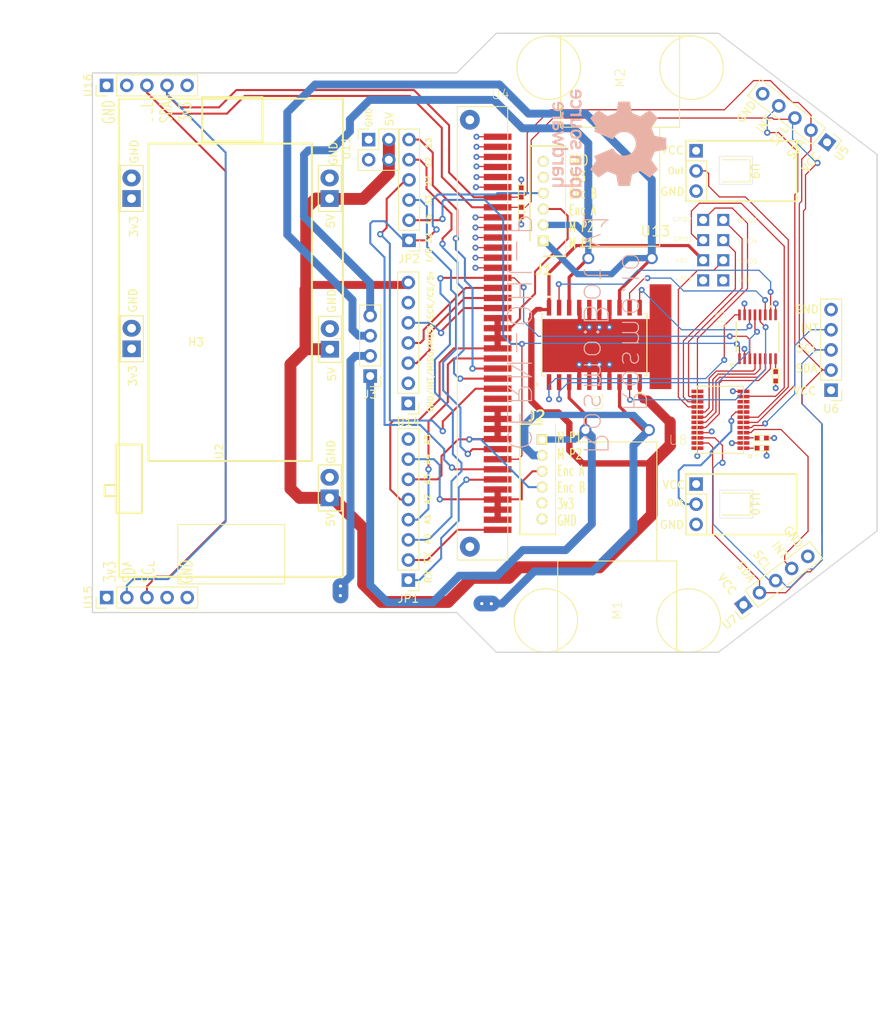
<source format=kicad_pcb>
(kicad_pcb (version 20211014) (generator pcbnew)
  (layers (0 "F.Cu" signal) (1 "In1.Cu" signal) (2 "In2.Cu" signal) (31 "B.Cu" signal) (34 "B.Paste" user) (35 "F.Paste" user) (36 "B.SilkS" user "B.Silkscreen") (37 "F.SilkS" user "F.Silkscreen") (38 "B.Mask" user) (39 "F.Mask" user) (44 "Edge.Cuts" user))
  (net 0 "")
  (net 1 "A2")
  (net 2 "IO33")
  (net 3 "A4")
  (net 4 "/MR2")
  (net 5 "GND")
  (net 6 "+3V3")
  (net 7 "+5V")
  (net 8 "/MR1")
  (net 9 "A3")
  (net 10 "IO16")
  (net 11 "IO17")
  (net 12 "Net-(R12-PadP$1)")
  (net 13 "Net-(R13-PadP$1)")
  (net 14 "/IO1")
  (net 15 "/IO2")
  (net 16 "/IO3")
  (net 17 "/IO4")
  (net 18 "/IO5")
  (net 19 "Net-(U1-Pad1)")
  (net 20 "Net-(U1-Pad2)")
  (net 21 "Net-(U1-Pad9)")
  (net 22 "Net-(U1-Pad11)")
  (net 23 "Net-(U1-Pad12)")
  (net 24 "Net-(U1-Pad19)")
  (net 25 "A0")
  (net 26 "A1")
  (net 27 "/INPUT_1")
  (net 28 "/INPUT_2")
  (net 29 "/INPUT_3")
  (net 30 "/INPUT_4")
  (net 32 "/ML2")
  (net 33 "/ML1")
  (net 34 "Net-(R11-PadP$1)")
  (net 35 "IO32")
  (net 36 "IO15")
  (net 37 "IO27")
  (net 38 "IO12")
  (net 39 "IO13")
  (net 40 "SDA")
  (net 41 "SCL")
  (net 42 "/IO21")
  (net 43 "SCK")
  (net 44 "MISO")
  (net 45 "/XS3")
  (net 46 "/XS2")
  (net 47 "/XS1")
  (net 48 "/NW")
  (net 49 "/NE")
  (net 50 "/SW")
  (net 51 "/SE")
  (net 52 "MOSI")
  (footprint "FP_bkp:SO-20" (layer "F.Cu") (at 163.3581 105.2686 90)
    (fp_text reference "U1")
    (fp_text value "L293DD" hide)
  )
  (footprint "FP_bkp:24-TSSOP" (layer "F.Cu") (at 182.1541 118.2861 180)
    (fp_text reference "U8")
    (fp_text value "TCA9539PWR" hide)
  )
  (footprint "FP_bkp:MountingHole_3.5mm" (layer "F.Cu") (at 196.0011 124.5036)
    (fp_text reference "H2")
    (fp_text value "MountingHole")
  )
  (footprint "FP_bkp:PinHeader_1x05_P2.54mm_Vertical" (layer "F.Cu") (at 101.88 137.11 90)
    (fp_text reference "U15")
    (fp_text value "Conn_01x05_2")
  )
  (footprint "FP_bkp:PinHeader_1x05_P2.54mm_Vertical" (layer "F.Cu") (at 182.1541 138.0346 127)
    (fp_text reference "U7")
    (fp_text value "VL53L1X Left")
  )
  (footprint "FP_bkp:MountingHole_3.5mm" (layer "F.Cu") (at 110.0011 105.0036)
    (fp_text reference "H3")
    (fp_text value "MountingHole")
  )
  (footprint "FP_bkp:PinHeader_1x06_P2.54mm_Vertical" (layer "F.Cu") (at 140 92.1 180)
    (fp_text reference "JP2")
    (fp_text value "Conn_01x06")
  )
  (footprint "FP_bkp:SparkFun QRE1113" (layer "F.Cu") (at 174.92 121.51 -90)
    (fp_text reference "U10")
    (fp_text value "NE")
  )
  (footprint "FP_bkp:PinHeader_1x05_P2.54mm_Vertical" (layer "F.Cu") (at 192.6951 79.7416 -127)
    (fp_text reference "U5")
    (fp_text value "VL53L1X Right")
  )
  (footprint "FP_bkp:SHDR6W50P0X200_1X6_1390X450X600P" (layer "F.Cu") (at 156.93 92.15 -90)
    (fp_text reference "J1")
    (fp_text value "Right Motor" hide)
  )
  (footprint "FP_bkp:N20-MOTOR-BRACKET" (layer "F.Cu") (at 157.2411 140.0036 90)
    (fp_text reference "M1")
    (fp_text value "N20_MOTOR" hide)
  )
  (footprint "FP_bkp:RES_0402" (layer "F.Cu") (at 154.1506 87.9331 -90)
    (fp_text reference "R10")
    (fp_text value "10k" hide)
  )
  (footprint "FP_bkp:PinHeader_1x05_P2.54mm_Vertical" (layer "F.Cu") (at 193.2031 110.9836 180)
    (fp_text reference "U6")
    (fp_text value "VL53L1X Center")
  )
  (footprint "FP_bkp:PinHeader_1x08_P2.54mm_Vertical" (layer "F.Cu") (at 139.91 134.92 180)
    (fp_text reference "JP1")
    (fp_text value "Conn_01x08")
  )
  (footprint "FP_bkp:RES_0402" (layer "F.Cu") (at 183.8686 118.2861)
    (fp_text reference "R13")
    (fp_text value "10k" hide)
  )
  (footprint "FP_bkp:SHDR6W50P0X200_1X6_1390X450X600P" (layer "F.Cu") (at 156.77 117.2 90)
    (fp_text reference "J2")
    (fp_text value "Left Motor" hide)
  )
  (footprint "FP_bkp:CYCLONE_MICROBIT_VERTICAL" (layer "F.Cu") (at 151.1661 79.0431 -90)
    (fp_text reference "U4")
    (fp_text value "BBC Micro:bit" hide)
  )
  (footprint "FP_bkp:N20-MOTOR-BRACKET" (layer "F.Cu") (at 175.6011 70.3436 -90)
    (fp_text reference "M2")
    (fp_text value "N20_MOTOR" hide)
  )
  (footprint "FP_bkp:MountingHole_3.5mm" (layer "F.Cu") (at 196.0011 85.5036)
    (fp_text reference "H1")
    (fp_text value "MountingHole")
  )
  (footprint "FP_bkp:RES_0402" (layer "F.Cu") (at 154.1506 86.6631 90)
    (fp_text reference "R9")
    (fp_text value "10k" hide)
  )
  (footprint "FP_bkp:PinHeader_1x04_P2.54mm_Vertical" (layer "F.Cu") (at 135.1 109.2 180)
    (fp_text reference "J3")
    (fp_text value "Motor Connector2")
  )
  (footprint "FP_bkp:PW16-L" (layer "F.Cu") (at 183.9321 104.2526 90)
    (fp_text reference "U3")
    (fp_text value "TXB0106PWRPW16-L" hide)
  )
  (footprint "FP_bkp:16340 Battery Module" (layer "F.Cu") (at 131.66505 134.502 90)
    (fp_text reference "U2")
    (fp_text value "16340_Battery_Module")
  )
  (footprint "FP_bkp:RES_0402" (layer "F.Cu") (at 183.8686 117.0161)
    (fp_text reference "R12")
    (fp_text value "10k" hide)
  )
  (footprint "FP_bkp:SUMO_IO" (layer "F.Cu") (at 177.0741 97.1406 90)
    (fp_text reference "U13")
    (fp_text value "SUMO_IO" hide)
  )
  (footprint "FP_bkp:PinHeader_1x05_P2.54mm_Vertical" (layer "F.Cu") (at 101.87 72.57 90)
    (fp_text reference "U16")
    (fp_text value "Conn_01x05_2")
  )
  (footprint "FP_bkp:SparkFun QRE1113" (layer "F.Cu") (at 174.92 79.51 -90)
    (fp_text reference "U9")
    (fp_text value "NW")
  )
  (footprint "FP_bkp:PinHeader_1x07_P2.54mm_Vertical" (layer "F.Cu") (at 139.9 112.65 180)
    (fp_text reference "U14")
    (fp_text value "Conn_01x07")
  )
  (footprint "FP_bkp:RES_0402" (layer "F.Cu") (at 186.2181 108.6341 -90)
    (fp_text reference "R11")
    (fp_text value "10k" hide)
  )
  (footprint "FP_bkp:PinHeader_2x02_P2.54mm_Vertical" (layer "F.Cu") (at 134.91 79.405)
    (fp_text reference "U11")
    (fp_text value "Conn_02x02_Top_Bottom")
  )
  (gr_poly (pts (xy 159.512382 81.861694) (xy 159.510929 81.840747) (xy 159.508537 81.820232) (xy 159.505232 81.800131) (xy 159.501037 81.780428) (xy 159.495978 81.761105) (xy 159.490078 81.742147) (xy 159.483364 81.723535) (xy 159.475859 81.705254) (xy 159.467588 81.687286) (xy 159.458575 81.669615) (xy 159.448846 81.652223) (xy 159.438424 81.635094) (xy 159.427335 81.618211) (xy 159.415604 81.601557) (xy 159.403254 81.585116) (xy 159.155842 81.793078) (xy 159.164991 81.805508) (xy 159.17343 81.817544) (xy 159.181174 81.829249) (xy 159.18824 81.840692) (xy 159.194646 81.851936) (xy 159.200408 81.863049) (xy 159.205542 81.874096) (xy 159.210065 81.885143) (xy 159.213993 81.896256) (xy 159.217344 81.907501) (xy 159.220134 81.918944) (xy 159.222379 81.930651) (xy 159.224096 81.942687) (xy 159.225302 81.95512) (xy 159.226014 81.968013) (xy 159.226247 81.981435) (xy 159.225185 82.007727) (xy 159.22197 82.033756) (xy 159.216563 82.059324) (xy 159.208922 82.084234) (xy 159.204252 82.09638) (xy 159.199008 82.108288) (xy 159.193186 82.119932) (xy 159.18678 82.131287) (xy 159.179785 82.14233) (xy 159.172196 82.153035) (xy 159.164008 82.163378) (xy 159.155217 82.173334) (xy 159.145816 82.182878) (xy 159.135801 82.191985) (xy 159.125168 82.200631) (xy 159.113909 82.208791) (xy 159.102022 82.21644) (xy 159.0895 82.223554) (xy 159.076339 82.230107) (xy 159.062533 82.236076) (xy 159.048078 82.241435) (xy 159.032967 82.24616) (xy 159.017197 82.250225) (xy 159.000763 82.253607) (xy 158.983658 82.256281) (xy 158.965878 82.258221) (xy 158.947419 82.259403) (xy 158.928274 82.259803) (xy 158.070786 82.259803) (xy 158.070786 82.546505) (xy 159.495965 82.546505) (xy 159.495965 82.259803) (xy 159.344199 82.259803) (xy 159.344199 82.254167) (xy 159.364616 82.236847) (xy 159.383716 82.218627) (xy 159.401502 82.199533) (xy 159.417971 82.179588) (xy 159.433124 82.15882) (xy 159.44696 82.137251) (xy 159.45948 82.114908) (xy 159.470683 82.091816) (xy 159.480569 82.067999) (xy 159.489138 82.043482) (xy 159.496389 82.01829) (xy 159.502322 81.992449) (xy 159.506937 81.965984) (xy 159.510234 81.938919) (xy 159.512212 81.911279) (xy 159.512871 81.883089)) (layer "B.SilkS") (width 0.006) (fill solid))
  (gr_poly (pts (xy 159.512271 75.20113) (xy 159.510242 75.172038) (xy 159.506882 75.143277) (xy 159.502208 75.114891) (xy 159.49624 75.08692) (xy 159.488996 75.059408) (xy 159.480492 75.032397) (xy 159.470748 75.005928) (xy 159.45978 74.980044) (xy 159.447608 74.954787) (xy 159.434249 74.930199) (xy 159.419721 74.906323) (xy 159.404043 74.8832) (xy 159.387231 74.860873) (xy 159.369305 74.839383) (xy 159.350282 74.818774) (xy 159.330181 74.799087) (xy 159.309018 74.780365) (xy 159.286813 74.762649) (xy 159.263583 74.745982) (xy 159.239346 74.730406) (xy 159.214121 74.715963) (xy 159.187925 74.702695) (xy 159.160776 74.690645) (xy 159.132692 74.679855) (xy 159.103692 74.670367) (xy 159.073793 74.662222) (xy 159.043013 74.655464) (xy 159.011371 74.650134) (xy 158.978884 74.646275) (xy 158.94557 74.643928) (xy 158.911448 74.643137) (xy 158.675148 74.643137) (xy 158.675148 75.531264) (xy 158.653622 75.530847) (xy 158.632772 75.529607) (xy 158.612597 75.52756) (xy 158.593098 75.524723) (xy 158.574275 75.521112) (xy 158.55613 75.516744) (xy 158.538662 75.511635) (xy 158.521872 75.505801) (xy 158.505762 75.49926) (xy 158.49033 75.492026) (xy 158.475579 75.484118) (xy 158.461508 75.47555) (xy 158.448118 75.466341) (xy 158.43541 75.456505) (xy 158.423383 75.446059) (xy 158.41204 75.435021) (xy 158.401379 75.423406) (xy 158.391402 75.41123) (xy 158.38211 75.398511) (xy 158.373503 75.385264) (xy 158.36558 75.371506) (xy 158.358344 75.357254) (xy 158.351795 75.342524) (xy 158.345932 75.327331) (xy 158.340757 75.311694) (xy 158.336271 75.295627) (xy 158.332473 75.279148) (xy 158.329364 75.262274) (xy 158.326945 75.245019) (xy 158.325217 75.227401) (xy 158.32418 75.209437) (xy 158.323834 75.191142) (xy 158.324422 75.170527) (xy 158.326173 75.149772) (xy 158.329068 75.128939) (xy 158.333086 75.108088) (xy 158.338207 75.087284) (xy 158.344411 75.066587) (xy 158.351678 75.046059) (xy 158.359989 75.025764) (xy 158.369323 75.005763) (xy 158.37966 74.986117) (xy 158.39098 74.96689) (xy 158.403263 74.948143) (xy 158.41649 74.929938) (xy 158.430639 74.912338) (xy 158.445692 74.895404) (xy 158.461629 74.879199) (xy 158.284464 74.671157) (xy 158.255008 74.697999) (xy 158.22775 74.725778) (xy 158.20265 74.754444) (xy 158.179666 74.783949) (xy 158.158758 74.814244) (xy 158.139884 74.845278) (xy 158.123002 74.877003) (xy 158.108072 74.90937) (xy 158.095053 74.94233) (xy 158.083903 74.975833) (xy 158.074582 75.00983) (xy 158.067048 75.044272) (xy 158.061259 75.079109) (xy 158.057175 75.114294) (xy 158.054755 75.149776) (xy 158.053958 75.185506) (xy 158.05568 75.240798) (xy 158.061144 75.296641) (xy 158.070793 75.352465) (xy 158.085072 75.407703) (xy 158.104426 75.461787) (xy 158.116144 75.488219) (xy 158.129298 75.514149) (xy 158.143943 75.539506) (xy 158.160135 75.564219) (xy 158.177928 75.588218) (xy 158.197379 75.611432) (xy 158.218543 75.633788) (xy 158.241476 75.655217) (xy 158.266233 75.675647) (xy 158.29287 75.695007) (xy 158.321443 75.713227) (xy 158.352006 75.730235) (xy 158.384616 75.74596) (xy 158.419328 75.760332) (xy 158.456198 75.773278) (xy 158.495281 75.784729) (xy 158.536632 75.794613) (xy 158.580308 75.802859) (xy 158.626364 75.809396) (xy 158.674856 75.814153) (xy 158.725838 75.81706) (xy 158.779367 75.818045) (xy 158.830189 75.817141) (xy 158.878856 75.814473) (xy 158.911369 75.811422) (xy 158.911369 75.531264) (xy 158.911369 74.92976) (xy 158.931365 74.930877) (xy 158.950766 74.932658) (xy 158.969569 74.935089) (xy 158.987771 74.938157) (xy 159.005371 74.94185) (xy 159.022366 74.946155) (xy 159.038752 74.951059) (xy 159.054527 74.956549) (xy 159.069689 74.962611) (xy 159.084236 74.969234) (xy 159.098163 74.976404) (xy 159.11147 74.984108) (xy 159.124153 74.992333) (xy 159.136209 75.001067) (xy 159.147637 75.010297) (xy 159.158433 75.020009) (xy 159.168595 75.030191) (xy 159.17812 75.040829) (xy 159.187006 75.051912) (xy 159.195249 75.063426) (xy 159.202849 75.075358) (xy 159.209801 75.087695) (xy 159.216103 75.100424) (xy 159.221753 75.113533) (xy 159.226748 75.127008) (xy 159.231086 75.140837) (xy 159.234763 75.155006) (xy 159.237777 75.169503) (xy 159.240127 75.184315) (xy 159.241808 75.199429) (xy 159.242818 75.214833) (xy 159.243156 75.230512) (xy 159.242818 75.246199) (xy 159.241808 75.261625) (xy 159.240127 75.276775) (xy 159.237777 75.291634) (xy 159.234763 75.306189) (xy 159.231086 75.320425) (xy 159.226748 75.334327) (xy 159.221753 75.347881) (xy 159.216103 75.361073) (xy 159.209801 75.373888) (xy 159.202849 75.386312) (xy 159.19525 75.39833) (xy 159.187006 75.409928) (xy 159.17812 75.421091) (xy 159.168595 75.431805) (xy 159.158433 75.442056) (xy 159.147637 75.451829) (xy 159.13621 75.461109) (xy 159.124153 75.469883) (xy 159.11147 75.478136) (xy 159.098164 75.485853) (xy 159.084236 75.49302) (xy 159.06969 75.499623) (xy 159.054528 75.505646) (xy 159.038752 75.511077) (xy 159.022366 75.515899) (xy 159.005372 75.5201) (xy 158.987772 75.523663) (xy 158.969569 75.526576) (xy 158.950766 75.528823) (xy 158.931365 75.530391) (xy 158.911369 75.531264) (xy 158.911369 75.811422) (xy 158.925403 75.810105) (xy 158.969866 75.804099) (xy 159.012281 75.796521) (xy 159.052683 75.787433) (xy 159.091108 75.776901) (xy 159.12759 75.764986) (xy 159.162166 75.751754) (xy 159.194872 75.737268) (xy 159.225742 75.721592) (xy 159.254812 75.70479) (xy 159.282117 75.686925) (xy 159.307694 75.668062) (xy 159.331578 75.648263) (xy 159.353804 75.627594) (xy 159.374408 75.606118) (xy 159.393425 75.583898) (xy 159.410891 75.560999) (xy 159.426841 75.537484) (xy 159.441311 75.513418) (xy 159.454337 75.488863) (xy 159.465953 75.463884) (xy 159.476196 75.438544) (xy 159.4851 75.412908) (xy 159.492703 75.38704) (xy 159.499038 75.361002) (xy 159.504141 75.334859) (xy 159.510796 75.282513) (xy 159.512951 75.230512)) (layer "B.SilkS") (width 0.006) (fill solid))
  (gr_poly (pts (xy 158.498063 79.711072) (xy 158.498063 79.705436) (xy 159.495965 79.382221) (xy 159.495965 79.174179) (xy 158.498063 78.850965) (xy 158.498063 78.84517) (xy 159.495965 78.572676) (xy 159.495965 78.268987) (xy 158.070786 78.724282) (xy 158.070786 78.977409) (xy 159.06877 79.275383) (xy 159.06877 79.281018) (xy 158.070786 79.578991) (xy 158.070786 79.83196) (xy 159.495965 80.287334) (xy 159.495965 79.983804)) (layer "B.SilkS") (width 0.006) (fill solid))
  (gr_poly (pts (xy 161.763426 83.39898) (xy 161.761396 83.369887) (xy 161.758036 83.341125) (xy 161.753363 83.312737) (xy 161.747395 83.284765) (xy 161.740149 83.257251) (xy 161.731645 83.230237) (xy 161.7219 83.203765) (xy 161.710931 83.177878) (xy 161.698758 83.152618) (xy 161.685397 83.128027) (xy 161.670868 83.104147) (xy 161.655187 83.081021) (xy 161.638373 83.05869) (xy 161.620444 83.037197) (xy 161.601417 83.016584) (xy 161.581311 82.996893) (xy 161.560145 82.978167) (xy 161.537934 82.960448) (xy 161.514699 82.943777) (xy 161.490456 82.928198) (xy 161.465224 82.913752) (xy 161.43902 82.900481) (xy 161.411863 82.888428) (xy 161.383771 82.877635) (xy 161.354761 82.868144) (xy 161.324852 82.859998) (xy 161.294061 82.853238) (xy 161.262407 82.847906) (xy 161.229907 82.844046) (xy 161.19658 82.841699) (xy 161.162443 82.840907) (xy 160.926304 82.840907) (xy 160.926304 83.729193) (xy 160.904764 83.728776) (xy 160.8839 83.727535) (xy 160.863712 83.725487) (xy 160.844201 83.722649) (xy 160.825368 83.719036) (xy 160.807212 83.714666) (xy 160.789735 83.709555) (xy 160.772937 83.703719) (xy 160.756818 83.697174) (xy 160.74138 83.689938) (xy 160.726622 83.682026) (xy 160.712544 83.673455) (xy 160.699149 83.664242) (xy 160.686436 83.654402) (xy 160.674405 83.643953) (xy 160.663057 83.632911) (xy 160.652393 83.621292) (xy 160.642414 83.609113) (xy 160.633119 83.59639) (xy 160.624509 83.58314) (xy 160.616585 83.569379) (xy 160.609347 83.555123) (xy 160.602796 83.540389) (xy 160.596933 83.525194) (xy 160.591757 83.509554) (xy 160.58727 83.493485) (xy 160.583471 83.477004) (xy 160.580362 83.460127) (xy 160.577944 83.442871) (xy 160.576215 83.425252) (xy 160.575178 83.407287) (xy 160.574832 83.388992) (xy 160.575422 83.36835) (xy 160.577178 83.347573) (xy 160.580079 83.326723) (xy 160.584106 83.30586) (xy 160.589236 83.285047) (xy 160.59545 83.264346) (xy 160.602727 83.243818) (xy 160.611046 83.223525) (xy 160.620386 83.203528) (xy 160.630727 83.18389) (xy 160.642048 83.164673) (xy 160.654328 83.145937) (xy 160.667546 83.127745) (xy 160.681683 83.110158) (xy 160.696716 83.093239) (xy 160.712626 83.077048) (xy 160.53562 82.869006) (xy 160.506163 82.895848) (xy 160.478906 82.923628) (xy 160.453806 82.952295) (xy 160.430822 82.981801) (xy 160.409914 83.012096) (xy 160.39104 83.043132) (xy 160.374158 83.07486) (xy 160.359229 83.10723) (xy 160.34621 83.140194) (xy 160.33506 83.173702) (xy 160.325739 83.207706) (xy 160.318204 83.242155) (xy 160.312416 83.277002) (xy 160.308332 83.312197) (xy 160.305912 83.347691) (xy 160.305115 83.383436) (xy 160.306837 83.438714) (xy 160.3123 83.494545) (xy 160.321949 83.550358) (xy 160.336226 83.605587) (xy 160.355577 83.659664) (xy 160.367294 83.686092) (xy 160.380446 83.712019) (xy 160.395089 83.737373) (xy 160.411278 83.762084) (xy 160.429068 83.786081) (xy 160.448515 83.809292) (xy 160.469675 83.831647) (xy 160.492604 83.853074) (xy 160.517356 83.873503) (xy 160.543987 83.892862) (xy 160.572554 83.911081) (xy 160.60311 83.928088) (xy 160.635713 83.943813) (xy 160.670417 83.958183) (xy 160.707277 83.97113) (xy 160.746351 83.98258) (xy 160.787692 83.992464) (xy 160.831357 84.00071) (xy 160.877401 84.007247) (xy 160.92588 84.012004) (xy 160.976849 84.014911) (xy 161.030364 84.015895) (xy 161.081186 84.014992) (xy 161.129854 84.012325) (xy 161.162363 84.009275) (xy 161.162363 83.729193) (xy 161.162363 83.12761) (xy 161.182373 83.128734) (xy 161.201786 83.130521) (xy 161.2206 83.132957) (xy 161.238812 83.13603) (xy 161.256419 83.139727) (xy 161.273419 83.144035) (xy 161.28981 83.148941) (xy 161.305589 83.154432) (xy 161.320753 83.160496) (xy 161.335301 83.167119) (xy 161.349229 83.174289) (xy 161.362534 83.181993) (xy 161.375216 83.190218) (xy 161.38727 83.198951) (xy 161.398694 83.208179) (xy 161.409487 83.217889) (xy 161.419645 83.228069) (xy 161.429166 83.238705) (xy 161.438047 83.249786) (xy 161.446286 83.261297) (xy 161.45388 83.273226) (xy 161.460827 83.285561) (xy 161.467125 83.298288) (xy 161.47277 83.311394) (xy 161.47776 83.324867) (xy 161.482094 83.338693) (xy 161.485767 83.352861) (xy 161.488778 83.367357) (xy 161.491125 83.382167) (xy 161.492804 83.39728) (xy 161.493813 83.412683) (xy 161.49415 83.428362) (xy 161.493813 83.444049) (xy 161.492804 83.459474) (xy 161.491125 83.474624) (xy 161.488779 83.489484) (xy 161.485767 83.504039) (xy 161.482094 83.518275) (xy 161.477761 83.532178) (xy 161.47277 83.545732) (xy 161.467125 83.558925) (xy 161.460828 83.571741) (xy 161.45388 83.584165) (xy 161.446286 83.596184) (xy 161.438047 83.607783) (xy 161.429166 83.618948) (xy 161.419645 83.629663) (xy 161.409487 83.639916) (xy 161.398695 83.649691) (xy 161.38727 83.658974) (xy 161.375216 83.66775) (xy 161.362535 83.676006) (xy 161.349229 83.683726) (xy 161.335301 83.690896) (xy 161.320754 83.697502) (xy 161.305589 83.70353) (xy 161.289811 83.708965) (xy 161.27342 83.713792) (xy 161.256419 83.717998) (xy 161.238812 83.721567) (xy 161.2206 83.724485) (xy 161.201786 83.726739) (xy 161.182373 83.728313) (xy 161.162363 83.729193) (xy 161.162363 84.009275) (xy 161.176403 84.007957) (xy 161.22087 84.001953) (xy 161.263288 83.994377) (xy 161.303694 83.985291) (xy 161.342123 83.97476) (xy 161.378611 83.962848) (xy 161.413193 83.949618) (xy 161.445905 83.935135) (xy 161.476781 83.919461) (xy 161.505858 83.902661) (xy 161.533171 83.884799) (xy 161.558755 83.865938) (xy 161.582646 83.846142) (xy 161.60488 83.825475) (xy 161.625491 83.804) (xy 161.644515 83.781782) (xy 161.661988 83.758884) (xy 161.677946 83.73537) (xy 161.692423 83.711303) (xy 161.705455 83.686749) (xy 161.717077 83.661769) (xy 161.727326 83.636428) (xy 161.736236 83.610791) (xy 161.743843 83.584919) (xy 161.750182 83.558878) (xy 161.755289 83.532732) (xy 161.761949 83.480376) (xy 161.764106 83.428362)) (layer "B.SilkS") (width 0.006) (fill solid))
  (gr_poly (pts (xy 161.763426 73.654283) (xy 161.761396 73.625202) (xy 161.758036 73.59645) (xy 161.753363 73.568069) (xy 161.747395 73.540103) (xy 161.740149 73.512592) (xy 161.731645 73.48558) (xy 161.7219 73.45911) (xy 161.710931 73.433222) (xy 161.698758 73.40796) (xy 161.685397 73.383366) (xy 161.670868 73.359482) (xy 161.655187 73.33635) (xy 161.638373 73.314013) (xy 161.620444 73.292514) (xy 161.601417 73.271894) (xy 161.581311 73.252195) (xy 161.560145 73.233461) (xy 161.537934 73.215734) (xy 161.514699 73.199055) (xy 161.490456 73.183467) (xy 161.465224 73.169012) (xy 161.43902 73.155734) (xy 161.411863 73.143673) (xy 161.383771 73.132873) (xy 161.354761 73.123376) (xy 161.324852 73.115223) (xy 161.294061 73.108458) (xy 161.262407 73.103123) (xy 161.229907 73.099259) (xy 161.19658 73.09691) (xy 161.162443 73.096118) (xy 160.926304 73.096118) (xy 160.926304 73.984404) (xy 160.904764 73.983987) (xy 160.8839 73.982746) (xy 160.863712 73.9807) (xy 160.844201 73.977863) (xy 160.825368 73.974252) (xy 160.807212 73.969884) (xy 160.789735 73.964775) (xy 160.772937 73.958941) (xy 160.756818 73.9524) (xy 160.74138 73.945166) (xy 160.726622 73.937258) (xy 160.712544 73.92869) (xy 160.699149 73.91948) (xy 160.686436 73.909645) (xy 160.674405 73.899199) (xy 160.663057 73.888161) (xy 160.652393 73.876546) (xy 160.642414 73.86437) (xy 160.633119 73.851651) (xy 160.624509 73.838404) (xy 160.616585 73.824646) (xy 160.609347 73.810394) (xy 160.602796 73.795663) (xy 160.596933 73.780471) (xy 160.591757 73.764833) (xy 160.58727 73.748767) (xy 160.583471 73.732288) (xy 160.580362 73.715413) (xy 160.577944 73.698158) (xy 160.576215 73.68054) (xy 160.575178 73.662576) (xy 160.574832 73.644281) (xy 160.575422 73.62364) (xy 160.577178 73.602866) (xy 160.580079 73.582019) (xy 160.584106 73.561161) (xy 160.589236 73.540353) (xy 160.59545 73.519656) (xy 160.602727 73.499133) (xy 160.611046 73.478844) (xy 160.620386 73.458851) (xy 160.630727 73.439215) (xy 160.642048 73.419997) (xy 160.654328 73.40126) (xy 160.667546 73.383064) (xy 160.681683 73.365471) (xy 160.696716 73.348541) (xy 160.712626 73.332337) (xy 160.53562 73.124295) (xy 160.506163 73.151111) (xy 160.478906 73.178871) (xy 160.453806 73.207524) (xy 160.430822 73.237021) (xy 160.409914 73.267312) (xy 160.39104 73.298347) (xy 160.374158 73.330076) (xy 160.359229 73.36245) (xy 160.34621 73.395418) (xy 160.33506 73.42893) (xy 160.325739 73.462937) (xy 160.318204 73.497389) (xy 160.312416 73.532235) (xy 160.308332 73.567427) (xy 160.305912 73.602914) (xy 160.305115 73.638645) (xy 160.306837 73.693938) (xy 160.3123 73.749781) (xy 160.321949 73.805605) (xy 160.336226 73.860843) (xy 160.355577 73.914927) (xy 160.367294 73.941359) (xy 160.380446 73.967288) (xy 160.395089 73.992646) (xy 160.411278 74.017359) (xy 160.429068 74.041358) (xy 160.448515 74.064571) (xy 160.469675 74.086928) (xy 160.492604 74.108357) (xy 160.517356 74.128787) (xy 160.543987 74.148147) (xy 160.572554 74.166367) (xy 160.60311 74.183375) (xy 160.635713 74.1991) (xy 160.670417 74.213471) (xy 160.707277 74.226418) (xy 160.746351 74.237869) (xy 160.787692 74.247753) (xy 160.831357 74.255999) (xy 160.877401 74.262536) (xy 160.92588 74.267293) (xy 160.976849 74.2702) (xy 161.030364 74.271184) (xy 161.081186 74.270281) (xy 161.129854 74.267615) (xy 161.162363 74.264565) (xy 161.162363 73.984405) (xy 161.162363 73.3829) (xy 161.182373 73.384031) (xy 161.201786 73.385824) (xy 161.2206 73.388266) (xy 161.238812 73.391343) (xy 161.256419 73.395044) (xy 161.273419 73.399355) (xy 161.28981 73.404263) (xy 161.305589 73.409756) (xy 161.320753 73.415821) (xy 161.335301 73.422445) (xy 161.349229 73.429615) (xy 161.362534 73.437318) (xy 161.375216 73.445542) (xy 161.38727 73.454274) (xy 161.398694 73.463501) (xy 161.409487 73.473209) (xy 161.419645 73.483387) (xy 161.429166 73.494022) (xy 161.438047 73.5051) (xy 161.446286 73.516609) (xy 161.45388 73.528536) (xy 161.460827 73.540868) (xy 161.467125 73.553592) (xy 161.47277 73.566696) (xy 161.47776 73.580167) (xy 161.482094 73.593991) (xy 161.485767 73.608157) (xy 161.488778 73.622651) (xy 161.491125 73.63746) (xy 161.492804 73.652572) (xy 161.493813 73.667974) (xy 161.49415 73.683653) (xy 161.493813 73.69934) (xy 161.492804 73.714765) (xy 161.491125 73.729915) (xy 161.488779 73.744775) (xy 161.485767 73.75933) (xy 161.482094 73.773565) (xy 161.477761 73.787468) (xy 161.47277 73.801022) (xy 161.467125 73.814214) (xy 161.460828 73.827029) (xy 161.45388 73.839452) (xy 161.446286 73.85147) (xy 161.438047 73.863068) (xy 161.429166 73.874231) (xy 161.419645 73.884946) (xy 161.409487 73.895196) (xy 161.398695 73.904969) (xy 161.38727 73.91425) (xy 161.375216 73.923024) (xy 161.362535 73.931277) (xy 161.349229 73.938994) (xy 161.335301 73.946161) (xy 161.320754 73.952763) (xy 161.305589 73.958787) (xy 161.289811 73.964217) (xy 161.27342 73.96904) (xy 161.256419 73.973241) (xy 161.238812 73.976804) (xy 161.2206 73.979717) (xy 161.201786 73.981964) (xy 161.182373 73.983532) (xy 161.162363 73.984405) (xy 161.162363 74.264565) (xy 161.176403 74.263248) (xy 161.22087 74.257246) (xy 161.263288 74.249671) (xy 161.303694 74.240587) (xy 161.342123 74.230058) (xy 161.378611 74.218149) (xy 161.413193 74.204921) (xy 161.445905 74.19044) (xy 161.476781 74.174769) (xy 161.505858 74.157972) (xy 161.533171 74.140112) (xy 161.558755 74.121253) (xy 161.582646 74.101459) (xy 161.60488 74.080794) (xy 161.625491 74.059321) (xy 161.644515 74.037105) (xy 161.661988 74.014208) (xy 161.677946 73.990695) (xy 161.692423 73.966629) (xy 161.705455 73.942074) (xy 161.717077 73.917094) (xy 161.727326 73.891752) (xy 161.736236 73.866112) (xy 161.743843 73.840239) (xy 161.750182 73.814195) (xy 161.755289 73.788045) (xy 161.761949 73.735679) (xy 161.764106 73.683652)) (layer "B.SilkS") (width 0.006) (fill solid))
  (gr_poly (pts (xy 161.763064 80.0125) (xy 161.760451 79.968342) (xy 161.756157 79.925943) (xy 161.750232 79.885224) (xy 161.742724 79.846106) (xy 161.733683 79.80851) (xy 161.723159 79.772359) (xy 161.711201 79.737573) (xy 161.69786 79.704073) (xy 161.683184 79.671781) (xy 161.667222 79.640617) (xy 161.650026 79.610504) (xy 161.631643 79.581363) (xy 161.612123 79.553115) (xy 161.591517 79.52568) (xy 161.569874 79.498981) (xy 161.361991 79.675988) (xy 161.376424 79.697105) (xy 161.390228 79.718345) (xy 161.40336 79.73976) (xy 161.41578 79.761404) (xy 161.427445 79.783331) (xy 161.438315 79.805593) (xy 161.448346 79.828244) (xy 161.457499 79.851337) (xy 161.46573 79.874927) (xy 161.472999 79.899065) (xy 161.479264 79.923806) (xy 161.484483 79.949203) (xy 161.488615 79.975309) (xy 161.491618 80.002178) (xy 161.49345 80.029862) (xy 161.49407 80.058416) (xy 161.493857 80.075187) (xy 161.493224 80.091261) (xy 161.49218 80.106648) (xy 161.490734 80.12136) (xy 161.488894 80.135407) (xy 161.486669 80.1488) (xy 161.484068 80.16155) (xy 161.4811 80.173668) (xy 161.477774 80.185165) (xy 161.474098 80.19605) (xy 161.470081 80.206336) (xy 161.465732 80.216033) (xy 161.461061 80.225151) (xy 161.456075 80.233702) (xy 161.450783 80.241697) (xy 161.445195 80.249145) (xy 161.439319 80.256059) (xy 161.433164 80.262448) (xy 161.426738 80.268323) (xy 161.420052 80.273696) (xy 161.413112 80.278577) (xy 161.405929 80.282977) (xy 161.39851 80.286907) (xy 161.390866 80.290377) (xy 161.383003 80.293398) (xy 161.374933 80.295982) (xy 161.366662 80.298138) (xy 161.358201 80.299878) (xy 161.349557 80.301213) (xy 161.34074 80.302153) (xy 161.331758 80.302709) (xy 161.322621 80.302892) (xy 161.311039 80.302352) (xy 161.299532 80.300682) (xy 161.288172 80.297801) (xy 161.277034 80.293632) (xy 161.266192 80.288097) (xy 161.25572 80.281117) (xy 161.245692 80.272614) (xy 161.240867 80.267767) (xy 161.236181 80.26251) (xy 161.231643 80.256833) (xy 161.227262 80.250725) (xy 161.223047 80.244179) (xy 161.219008 80.237183) (xy 161.215154 80.229727) (xy 161.211494 80.221803) (xy 161.204793 80.204509) (xy 161.19898 80.185221) (xy 161.194128 80.163862) (xy 161.190311 80.140352) (xy 161.187603 80.114614) (xy 161.170855 79.878474) (xy 161.168543 79.851309) (xy 161.165312 79.825173) (xy 161.161184 79.800054) (xy 161.156177 79.775942) (xy 161.150314 79.752825) (xy 161.143615 79.730692) (xy 161.1361 79.709534) (xy 161.12779 79.689338) (xy 161.118706 79.670094) (xy 161.108869 79.651792) (xy 161.098298 79.63442) (xy 161.087015 79.617967) (xy 161.075041 79.602423) (xy 161.062395 79.587776) (xy 161.049099 79.574016) (xy 161.035174 79.561132) (xy 161.020639 79.549114) (xy 161.005516 79.537949) (xy 160.989825 79.527628) (xy 160.973588 79.518139) (xy 160.956823 79.509472) (xy 160.939553 79.501615) (xy 160.921798 79.494559) (xy 160.903579 79.488291) (xy 160.884915 79.482801) (xy 160.865829 79.478079) (xy 160.826469 79.470892) (xy 160.785664 79.466644) (xy 160.743579 79.465247) (xy 160.71783 79.465999) (xy 160.692781 79.468233) (xy 160.668439 79.471913) (xy 160.644814 79.477007) (xy 160.621911 79.483481) (xy 160.59974 79.491299) (xy 160.578307 79.500429) (xy 160.55762 79.510837) (xy 160.537688 79.522488) (xy 160.518517 79.535349) (xy 160.500116 79.549386) (xy 160.482491 79.564564) (xy 160.465652 79.580849) (xy 160.449605 79.598209) (xy 160.434358 79.616608) (xy 160.419919 79.636013) (xy 160.406295 79.656389) (xy 160.393495 79.677704) (xy 160.370395 79.72301) (xy 160.35068 79.771661) (xy 160.334411 79.823383) (xy 160.321651 79.877906) (xy 160.31246 79.934957) (xy 160.306901 79.994266) (xy 160.305034 80.055559) (xy 160.306023 80.098578) (xy 160.308994 80.141182) (xy 160.313951 80.18335) (xy 160.320896 80.225062) (xy 160.329836 80.266296) (xy 160.340772 80.307033) (xy 160.35371 80.347251) (xy 160.368653 80.38693) (xy 160.385605 80.426049) (xy 160.404571 80.464587) (xy 160.425553 80.502523) (xy 160.448556 80.539838) (xy 160.473585 80.57651) (xy 160.500642 80.612519) (xy 160.529732 80.647843) (xy 160.56086 80.682463) (xy 160.75755 80.482913) (xy 160.735564 80.459583) (xy 160.714972 80.435922) (xy 160.695775 80.411866) (xy 160.677979 80.387348) (xy 160.661587 80.362303) (xy 160.646602 80.336665) (xy 160.633027 80.310367) (xy 160.620867 80.283345) (xy 160.610124 80.255532) (xy 160.600802 80.226862) (xy 160.592905 80.197271) (xy 160.586436 80.166691) (xy 160.581398 80.135057) (xy 160.577796 80.102304) (xy 160.575632 80.068365) (xy 160.574909 80.033175) (xy 160.57509 80.018031) (xy 160.575632 80.003163) (xy 160.576536 79.988584) (xy 160.577799 79.974308) (xy 160.579422 79.960348) (xy 160.581405 79.946717) (xy 160.583747 79.933429) (xy 160.586447 79.920498) (xy 160.589506 79.907937) (xy 160.592921 79.895759) (xy 160.596694 79.883977) (xy 160.600824 79.872606) (xy 160.605309 79.861659) (xy 160.61015 79.851148) (xy 160.615346 79.841089) (xy 160.620897 79.831493) (xy 160.626802 79.822374) (xy 160.633061 79.813747) (xy 160.639673 79.805623) (xy 160.646637 79.798018) (xy 160.653954 79.790943) (xy 160.661623 79.784414) (xy 160.669643 79.778442) (xy 160.678013 79.773042) (xy 160.686734 79.768226) (xy 160.695805 79.76401) (xy 160.705225 79.760405) (xy 160.714995 79.757425) (xy 160.725112 79.755084) (xy 160.735577 79.753395) (xy 160.74639 79.752372) (xy 160.75755 79.752028) (xy 160.766834 79.752249) (xy 160.775715 79.752904) (xy 160.784202 79.753983) (xy 160.792305 79.755478) (xy 160.800031 79.757378) (xy 160.807389 79.759673) (xy 160.814389 79.762354) (xy 160.821038 79.765412) (xy 160.827345 79.768835) (xy 160.83332 79.772616) (xy 160.83897 79.776743) (xy 160.844305 79.781208) (xy 160.849333 79.786) (xy 160.854062 79.791109) (xy 160.858503 79.796527) (xy 160.862662 79.802243) (xy 160.86655 79.808248) (xy 160.870174 79.814531) (xy 160.876667 79.827896) (xy 160.882211 79.84226) (xy 160.886875 79.857544) (xy 160.890728 79.873672) (xy 160.893841 79.890565) (xy 160.896283 79.908146) (xy 160.898124 79.926336) (xy 160.920587 80.179384) (xy 160.925692 80.222894) (xy 160.933606 80.264792) (xy 160.938609 80.285085) (xy 160.944305 80.304913) (xy 160.950692 80.324256) (xy 160.957765 80.343092) (xy 160.965521 80.361402) (xy 160.973959 80.379164) (xy 160.983073 80.396359) (xy 160.992862 80.412965) (xy 161.003322 80.428962) (xy 161.01445 80.444329) (xy 161.026243 80.459045) (xy 161.038697 80.473091) (xy 161.051811 80.486445) (xy 161.065579 80.499087) (xy 161.08 80.510996) (xy 161.09507 80.522152) (xy 161.110786 80.532534) (xy 161.127145 80.542121) (xy 161.144143 80.550892) (xy 161.161778 80.558828) (xy 161.180047 80.565908) (xy 161.198946 80.57211) (xy 161.218472 80.577415) (xy 161.238622 80.581802) (xy 161.259393 80.585249) (xy 161.280782 80.587737) (xy 161.302785 80.589245) (xy 161.3254 80.589753) (xy 161.352134 80.589082) (xy 161.378043 80.58709) (xy 161.403126 80.583807) (xy 161.427379 80.579261) (xy 161.450803 80.573481) (xy 161.473396 80.566498) (xy 161.495156 80.55834) (xy 161.516081 80.549037) (xy 161.53617 80.538618) (xy 161.555422 80.527112) (xy 161.573835 80.51455) (xy 161.591407 80.500959) (xy 161.608137 80.48637) (xy 161.624023 80.470812) (xy 161.639064 80.454314) (xy 161.653258 80.436906) (xy 161.666604 80.418616) (xy 161.6791 80.399475) (xy 161.690744 80.379512) (xy 161.701536 80.358755) (xy 161.711473 80.337234) (xy 161.720554 80.31498) (xy 161.736143 80.268384) (xy 161.748288 80.219203) (xy 161.756979 80.167672) (xy 161.762202 80.114024) (xy 161.763946 80.058495)) (layer "B.SilkS") (width 0.006) (fill solid))
  (gr_poly (pts (xy 161.763116 84.660616) (xy 161.760434 84.629618) (xy 161.756055 84.599729) (xy 161.750054 84.570945) (xy 161.742503 84.543262) (xy 161.733478 84.516677) (xy 161.723053 84.491186) (xy 161.711301 84.466785) (xy 161.698298 84.443471) (xy 161.684116 84.421239) (xy 161.668831 84.400086) (xy 161.652517 84.380009) (xy 161.635247 84.361003) (xy 161.617096 84.343065) (xy 161.598138 84.326191) (xy 161.578448 84.310377) (xy 161.559506 84.296278) (xy 161.540373 84.283448) (xy 161.520655 84.271835) (xy 161.499962 84.261391) (xy 161.489128 84.256592) (xy 161.477902 84.252067) (xy 161.466238 84.247809) (xy 161.454084 84.243813) (xy 161.441393 84.240072) (xy 161.428116 84.23658) (xy 161.399606 84.230317) (xy 161.368164 84.224977) (xy 161.333397 84.220509) (xy 161.294915 84.216864) (xy 161.252325 84.213992) (xy 161.205236 84.211845) (xy 161.153257 84.210372) (xy 161.095996 84.209525) (xy 161.033062 84.209253) (xy 160.91383 84.210372) (xy 160.815475 84.213992) (xy 160.77316 84.216864) (xy 160.734905 84.220509) (xy 160.700323 84.224977) (xy 160.669028 84.230317) (xy 160.640633 84.23658) (xy 160.614752 84.243813) (xy 160.590998 84.252067) (xy 160.568986 84.261392) (xy 160.548327 84.271835) (xy 160.528637 84.283448) (xy 160.509528 84.296278) (xy 160.490613 84.310377) (xy 160.470923 84.326191) (xy 160.451965 84.343065) (xy 160.433814 84.361003) (xy 160.416544 84.380009) (xy 160.40023 84.400086) (xy 160.384945 84.421239) (xy 160.370763 84.443471) (xy 160.35776 84.466785) (xy 160.346008 84.491186) (xy 160.340625 84.503795) (xy 160.335583 84.516678) (xy 160.330891 84.529833) (xy 160.326558 84.543263) (xy 160.322594 84.556966) (xy 160.319007 84.570945) (xy 160.315808 84.585199) (xy 160.313006 84.599729) (xy 160.310609 84.614535) (xy 160.308627 84.629618) (xy 160.307069 84.644978) (xy 160.305945 84.660616) (xy 160.305264 84.676532) (xy 160.305035 84.692726) (xy 160.305817 84.719783) (xy 160.308132 84.746148) (xy 160.311928 84.771852) (xy 160.317158 84.796931) (xy 160.323772 84.821416) (xy 160.331719 84.84534) (xy 160.340952 84.868737) (xy 160.35142 84.89164) (xy 160.363073 84.914081) (xy 160.375864 84.936094) (xy 160.389741 84.957712) (xy 160.404657 84.978967) (xy 160.42056 84.999894) (xy 160.437403 85.020523) (xy 160.455135 85.04089) (xy 160.473707 85.061026) (xy 159.3442 85.062058) (xy 159.364617 85.043747) (xy 159.383718 85.024661) (xy 159.401503 85.004818) (xy 159.417972 84.984233) (xy 159.433125 84.962924) (xy 159.446962 84.940907) (xy 159.459482 84.918199) (xy 159.470685 84.894815) (xy 159.480571 84.870773) (xy 159.489139 84.846088) (xy 159.49639 84.820778) (xy 159.502323 84.79486) (xy 159.506938 84.768348) (xy 159.510235 84.741261) (xy 159.512213 84.713614) (xy 159.512873 84.685424) (xy 159.512371 84.664521) (xy 159.510868 84.643489) (xy 159.508368 84.62238) (xy 159.504874 84.601247) (xy 159.50039 84.58014) (xy 159.49492 84.559112) (xy 159.488466 84.538215) (xy 159.481033 84.517501) (xy 159.472624 84.497022) (xy 159.463244 84.47683) (xy 159.452894 84.456976) (xy 159.44158 84.437513) (xy 159.429304 84.418493) (xy 159.416071 84.399968) (xy 159.401883 84.38199) (xy 159.386745 84.36461) (xy 159.37066 84.347881) (xy 159.353632 84.331854) (xy 159.335664 84.316582) (xy 159.31676 84.302117) (xy 159.296924 84.28851) (xy 159.276158 84.275814) (xy 159.254467 84.26408) (xy 159.231855 84.253361) (xy 159.208324 84.243708) (xy 159.183879 84.235174) (xy 159.158524 84.22781) (xy 159.13226 84.221668) (xy 159.105094 84.216801) (xy 159.077027 84.21326) (xy 159.048064 84.211097) (xy 159.018207 84.210364) (xy 158.070788 84.210364) (xy 158.070788 84.497067) (xy 158.919702 84.497067) (xy 158.937656 84.497419) (xy 158.955126 84.498464) (xy 158.972106 84.500187) (xy 158.988591 84.502574) (xy 159.004574 84.50561) (xy 159.020051 84.509279) (xy 159.035015 84.513568) (xy 159.049462 84.51846) (xy 159.063385 84.523941) (xy 159.076779 84.529996) (xy 159.089637 84.53661) (xy 159.101956 84.543768) (xy 159.113728 84.551455) (xy 159.124949 84.559657) (xy 159.135612 84.568358) (xy 159.145712 84.577543) (xy 159.155244 84.587198) (xy 159.164202 84.597308) (xy 159.17258 84.607857) (xy 159.180372 84.618831) (xy 159.187573 84.630215) (xy 159.194178 84.641993) (xy 159.20018 84.654152) (xy 159.205574 84.666675) (xy 159.210355 84.679549) (xy 159.214517 84.692758) (xy 159.218053 84.706287) (xy 159.22096 84.720121) (xy 159.22323 84.734246) (xy 159.224859 84.748646) (xy 159.22584 84.763307) (xy 159.226168 84.778213) (xy 159.22584 84.793372) (xy 159.224859 84.808268) (xy 159.22323 84.822889) (xy 159.22096 84.837219) (xy 159.218053 84.851244) (xy 159.214517 84.864949) (xy 159.210355 84.878321) (xy 159.205574 84.891345) (xy 159.20018 84.904006) (xy 159.194178 84.91629) (xy 159.187573 84.928183) (xy 159.180372 84.93967) (xy 159.172579 84.950737) (xy 159.164201 84.96137) (xy 159.155244 84.971554) (xy 159.145712 84.981274) (xy 159.135612 84.990517) (xy 159.124948 84.999268) (xy 159.113728 85.007512) (xy 159.101955 85.015236) (xy 159.089637 85.022424) (xy 159.076778 85.029063) (xy 159.063384 85.035138) (xy 159.049461 85.040634) (xy 159.035015 85.045538) (xy 159.020051 85.049835) (xy 159.004574 85.05351) (xy 158.98859 85.056549) (xy 158.972106 85.058937) (xy 158.955126 85.060662) (xy 158.937656 85.061707) (xy 158.919702 85.062058) (xy 158.070786 85.062058) (xy 158.070786 85.34884) (xy 161.033142 85.34884) (xy 161.033142 85.061026) (xy 160.955242 85.059901) (xy 160.916184 85.057969) (xy 160.877576 85.054657) (xy 160.839809 85.049616) (xy 160.803274 85.042495) (xy 160.768362 85.032945) (xy 160.751637 85.027149) (xy 160.735465 85.020614) (xy 160.719894 85.013297) (xy 160.704973 85.005153) (xy 160.690751 84.99614) (xy 160.677277 84.986213) (xy 160.664601 84.975328) (xy 160.65277 84.963442) (xy 160.641834 84.95051) (xy 160.631841 84.93649) (xy 160.622841 84.921338) (xy 160.614882 84.905008) (xy 160.608014 84.887459) (xy 160.602284 84.868646) (xy 160.597743 84.848525) (xy 160.594439 84.827053) (xy 160.59242 84.804186) (xy 160.591737 84.77988) (xy 160.592381 84.755321) (xy 160.594285 84.732217) (xy 160.597409 84.710524) (xy 160.601711 84.690196) (xy 160.60715 84.671191) (xy 160.613685 84.653463) (xy 160.621274 84.636968) (xy 160.629877 84.621663) (xy 160.639451 84.607502) (xy 160.649956 84.594442) (xy 160.661351 84.582439) (xy 160.673594 84.571447) (xy 160.686645 84.561423) (xy 160.700461 84.552322) (xy 160.715002 84.544101) (xy 160.730227 84.536714) (xy 160.746093 84.530119) (xy 160.762561 84.524269) (xy 160.779589 84.519122) (xy 160.797136 84.514632) (xy 160.815159 84.510756) (xy 160.833619 84.50745) (xy 160.871683 84.502367) (xy 160.910997 84.499031) (xy 160.951231 84.497086) (xy 160.992056 84.496179) (xy 161.033142 84.495955) (xy 161.116015 84.497086) (xy 161.156634 84.499031) (xy 161.196274 84.502367) (xy 161.23461 84.50745) (xy 161.271317 84.514632) (xy 161.306071 84.524269) (xy 161.322614 84.530119) (xy 161.338547 84.536714) (xy 161.353829 84.544101) (xy 161.368419 84.552322) (xy 161.382277 84.561423) (xy 161.395362 84.571447) (xy 161.407634 84.582439) (xy 161.419052 84.594442) (xy 161.429575 84.607502) (xy 161.439163 84.621663) (xy 161.447776 84.636968) (xy 161.455371 84.653463) (xy 161.46191 84.671191) (xy 161.467351 84.690196) (xy 161.471653 84.710524) (xy 161.474777 84.732217) (xy 161.47668 84.755321) (xy 161.477324 84.77988) (xy 161.47664 84.804179) (xy 161.474621 84.82704) (xy 161.471315 84.848507) (xy 161.466771 84.868623) (xy 161.461037 84.887433) (xy 161.45416 84.904979) (xy 161.446191 84.921306) (xy 161.437176 84.936457) (xy 161.427165 84.950476) (xy 161.416206 84.963406) (xy 161.404347 84.975293) (xy 161.391636 84.986178) (xy 161.378123 84.996106) (xy 161.363855 85.005121) (xy 161.34888 85.013265) (xy 161.333248 85.020584) (xy 161.317006 85.027121) (xy 161.300204 85.032919) (xy 161.282888 85.038022) (xy 161.265108 85.042475) (xy 161.246912 85.046319) (xy 161.228349 85.0496) (xy 161.190313 85.054646) (xy 161.151387 85.057962) (xy 161.111958 85.059897) (xy 161.072415 85.060802) (xy 161.033142 85.061026) (xy 161.033142 85.34884) (xy 161.74712 85.34884) (xy 161.74712 85.061026) (xy 161.598133 85.061026) (xy 161.616216 85.043663) (xy 161.63352 85.025354) (xy 161.649991 85.006142) (xy 161.665577 84.986066) (xy 161.680223 84.965168) (xy 161.693876 84.943489) (xy 161.706482 84.921069) (xy 161.717989 84.89795) (xy 161.728342 84.874172) (xy 161.737489 84.849777) (xy 161.745374 84.824805) (xy 161.751946 84.799297) (xy 161.757151 84.773294) (xy 161.760935 84.746838) (xy 161.763244 84.719968) (xy 161.764026 84.692726)) (layer "B.SilkS") (width 0.006) (fill solid))
  (gr_poly (pts (xy 161.763828 78.694112) (xy 161.76301 78.674067) (xy 161.761669 78.654537) (xy 161.759825 78.635515) (xy 161.757497 78.616993) (xy 161.754704 78.598966) (xy 161.751465 78.581426) (xy 161.747799 78.564367) (xy 161.743725 78.547782) (xy 161.739262 78.531664) (xy 161.734429 78.516007) (xy 161.729246 78.500804) (xy 161.723731 78.486048) (xy 161.717904 78.471732) (xy 161.711783 78.45785) (xy 161.705388 78.444395) (xy 161.69185 78.418739) (xy 161.677444 78.39471) (xy 161.662322 78.372254) (xy 161.646636 78.351317) (xy 161.630538 78.331846) (xy 161.614182 78.313786) (xy 161.597721 78.297084) (xy 161.581305 78.281686) (xy 161.558625 78.261887) (xy 161.535732 78.243574) (xy 161.512346 78.22672) (xy 161.488186 78.211295) (xy 161.462972 78.19727) (xy 161.436424 78.184617) (xy 161.408261 78.173306) (xy 161.378204 78.163309) (xy 161.345973 78.154596) (xy 161.311286 78.147139) (xy 161.273864 78.140909) (xy 161.233427 78.135876) (xy 161.189694 78.132012) (xy 161.142385 78.129288) (xy 161.09122 78.127675) (xy 161.035919 78.127144) (xy 160.980155 78.127675) (xy 160.928581 78.129288) (xy 160.880915 78.132012) (xy 160.836872 78.135876) (xy 160.796169 78.140909) (xy 160.758522 78.147139) (xy 160.723647 78.154596) (xy 160.691262 78.163309) (xy 160.661082 78.173306) (xy 160.632824 78.184617) (xy 160.606204 78.19727) (xy 160.580939 78.211295) (xy 160.556745 78.22672) (xy 160.533339 78.243574) (xy 160.510437 78.261887) (xy 160.487755 78.281686) (xy 160.471341 78.297084) (xy 160.454885 78.313786) (xy 160.438537 78.331846) (xy 160.42245 78.351317) (xy 160.406776 78.372254) (xy 160.391667 78.39471) (xy 160.377275 78.418739) (xy 160.363752 78.444395) (xy 160.351251 78.471733) (xy 160.339923 78.500804) (xy 160.32992 78.531665) (xy 160.321396 78.564367) (xy 160.3145 78.598966) (xy 160.309387 78.635515) (xy 160.306207 78.674067) (xy 160.305114 78.714678) (xy 160.30539 78.735229) (xy 160.306207 78.75526) (xy 160.307546 78.774777) (xy 160.309387 78.793788) (xy 160.311711 78.812298) (xy 160.3145 78.830315) (xy 160.317735 78.847846) (xy 160.321395 78.864896) (xy 160.325464 78.881473) (xy 160.32992 78.897583) (xy 160.334746 78.913234) (xy 160.339923 78.928431) (xy 160.34543 78.943181) (xy 160.35125 78.957492) (xy 160.357364 78.971369) (xy 160.363752 78.984821) (xy 160.377274 79.01047) (xy 160.391666 79.034495) (xy 160.406775 79.056947) (xy 160.422449 79.077882) (xy 160.438536 79.097352) (xy 160.454884 79.11541) (xy 160.471341 79.132112) (xy 160.487755 79.14751) (xy 160.510436 79.167311) (xy 160.533336 79.185629) (xy 160.556739 79.202491) (xy 160.580929 79.217926) (xy 160.606189 79.231963) (xy 160.632804 79.244629) (xy 160.661057 79.255954) (xy 160.691233 79.265966) (xy 160.723615 79.274694) (xy 160.758487 79.282165) (xy 160.796134 79.288409) (xy 160.836839 79.293454) (xy 160.880886 79.297328) (xy 160.928559 79.30006) (xy 160.980142 79.301678) (xy 161.035919 79.302211) (xy 161.035919 79.01543) (xy 160.998649 79.015227) (xy 160.964689 79.014599) (xy 160.933786 79.013517) (xy 160.905689 79.011952) (xy 160.880146 79.009876) (xy 160.856906 79.007259) (xy 160.835717 79.004073) (xy 160.816328 79.000289) (xy 160.798486 78.995878) (xy 160.781941 78.990811) (xy 160.76644 78.98506) (xy 160.751732 78.978595) (xy 160.737565 78.971388) (xy 160.723688 78.963409) (xy 160.709849 78.954631) (xy 160.695797 78.945024) (xy 160.684883 78.936597) (xy 160.674347 78.927101) (xy 160.664234 78.916595) (xy 160.65459 78.905137) (xy 160.645458 78.892785) (xy 160.636884 78.879599) (xy 160.628913 78.865636) (xy 160.621591 78.850955) (xy 160.614961 78.835614) (xy 160.609069 78.819673) (xy 160.60396 78.803189) (xy 160.599679 78.786221) (xy 160.596271 78.768827) (xy 160.593782 78.751067) (xy 160.592255 78.732997) (xy 160.591736 78.714678) (xy 160.592256 78.696333) (xy 160.593785 78.678244) (xy 160.596278 78.660469) (xy 160.599691 78.643066) (xy 160.603976 78.626092) (xy 160.60909 78.609605) (xy 160.614987 78.593662) (xy 160.621621 78.578322) (xy 160.628947 78.563641) (xy 160.636919 78.549676) (xy 160.645493 78.536487) (xy 160.654623 78.52413) (xy 160.664264 78.512662) (xy 160.67437 78.502142) (xy 160.684896 78.492626) (xy 160.690303 78.488263) (xy 160.695797 78.484173) (xy 160.709848 78.474568) (xy 160.723683 78.465794) (xy 160.737547 78.457824) (xy 160.751688 78.450627) (xy 160.766355 78.444174) (xy 160.781794 78.438436) (xy 160.798253 78.433384) (xy 160.815981 78.428987) (xy 160.835223 78.425218) (xy 160.856228 78.422046) (xy 160.879243 78.419443) (xy 160.904517 78.417379) (xy 160.932296 78.415824) (xy 160.962827 78.41475) (xy 161.03314 78.413926) (xy 161.070411 78.414127) (xy 161.104376 78.41475) (xy 161.135286 78.415824) (xy 161.163392 78.417379) (xy 161.188945 78.419443) (xy 161.212195 78.422046) (xy 161.233393 78.425218) (xy 161.252791 78.428987) (xy 161.270639 78.433384) (xy 161.287189 78.438436) (xy 161.30269 78.444174) (xy 161.317395 78.450627) (xy 161.331554 78.457824) (xy 161.345417 78.465794) (xy 161.359237 78.474568) (xy 161.373263 78.484173) (xy 161.384177 78.492626) (xy 161.394713 78.502142) (xy 161.404825 78.512662) (xy 161.41447 78.52413) (xy 161.423602 78.536487) (xy 161.432176 78.549676) (xy 161.440146 78.563641) (xy 161.447469 78.578322) (xy 161.454099 78.593662) (xy 161.459991 78.609605) (xy 161.4651 78.626092) (xy 161.46938 78.643066) (xy 161.472788 78.660469) (xy 161.475278 78.678244) (xy 161.476805 78.696333) (xy 161.477324 78.714678) (xy 161.476804 78.732997) (xy 161.475275 78.751067) (xy 161.472781 78.768827) (xy 161.469369 78.786221) (xy 161.465083 78.803189) (xy 161.45997 78.819673) (xy 161.454073 78.835614) (xy 161.447439 78.850955) (xy 161.440113 78.865636) (xy 161.43214 78.879599) (xy 161.423566 78.892785) (xy 161.414436 78.905137) (xy 161.404796 78.916595) (xy 161.39469 78.927101) (xy 161.384164 78.936597) (xy 161.378757 78.940948) (xy 161.373263 78.945024) (xy 161.359238 78.954631) (xy 161.345423 78.963409) (xy 161.331572 78.971388) (xy 161.317439 78.978595) (xy 161.302775 78.98506) (xy 161.287335 78.990811) (xy 161.270872 78.995878) (xy 161.253138 79.000289) (xy 161.233888 79.004073) (xy 161.212873 79.007259) (xy 161.189848 79.009876) (xy 161.164564 79.011952) (xy 161.136777 79.013517) (xy 161.106238 79.014599) (xy 161.035919 79.01543) (xy 161.035919 79.302211) (xy 161.091219 79.301678) (xy 161.142382 79.30006) (xy 161.189687 79.297328) (xy 161.233416 79.293454) (xy 161.273848 79.288409) (xy 161.311265 79.282165) (xy 161.345947 79.274694) (xy 161.378175 79.265966) (xy 161.408228 79.255954) (xy 161.436389 79.244629) (xy 161.462937 79.231963) (xy 161.488152 79.217926) (xy 161.512317 79.202491) (xy 161.53571 79.185629) (xy 161.558612 79.167311) (xy 161.581305 79.14751) (xy 161.59772 79.132112) (xy 161.614182 79.11541) (xy 161.630538 79.097351) (xy 161.646635 79.077881) (xy 161.662321 79.056947) (xy 161.677444 79.034494) (xy 161.69185 79.01047) (xy 161.705387 78.98482) (xy 161.717903 78.957492) (xy 161.729246 78.92843) (xy 161.739262 78.897583) (xy 161.747798 78.864896) (xy 161.754704 78.830315) (xy 161.759825 78.793788) (xy 161.76301 78.75526) (xy 161.764105 78.714678)) (layer "B.SilkS") (width 0.006) (fill solid))
  (gr_poly (pts (xy 172.420202 79.25719) (xy 172.419978 79.254168) (xy 172.419608 79.251161) (xy 172.419097 79.248174) (xy 172.418448 79.24521) (xy 172.417666 79.242275) (xy 172.416752 79.239373) (xy 172.415713 79.236509) (xy 172.41455 79.233686) (xy 172.413268 79.230909) (xy 172.411871 79.228184) (xy 172.410362 79.225513) (xy 172.408745 79.222903) (xy 172.407023 79.220356) (xy 172.405201 79.217879) (xy 172.403282 79.215474) (xy 172.401269 79.213147) (xy 172.399167 79.210903) (xy 172.39698 79.208745) (xy 172.39471 79.206678) (xy 172.392361 79.204706) (xy 172.389938 79.202835) (xy 172.387444 79.201068) (xy 172.384883 79.199411) (xy 172.382258 79.197866) (xy 172.379573 79.19644) (xy 172.376832 79.195136) (xy 172.374038 79.193959) (xy 172.371196 79.192914) (xy 172.368309 79.192004) (xy 172.36538 79.191234) (xy 172.362414 79.19061) (xy 171.0128 78.939387) (xy 171.00981 78.938753) (xy 171.006809 78.937982) (xy 171.000798 78.936051) (xy 170.994805 78.933627) (xy 170.98887 78.930744) (xy 170.983033 78.927437) (xy 170.977332 78.92374) (xy 170.971806 78.919685) (xy 170.966495 78.915307) (xy 170.961438 78.91064) (xy 170.956675 78.905718) (xy 170.952243 78.900573) (xy 170.948183 78.895241) (xy 170.944534 78.889755) (xy 170.941334 78.884149) (xy 170.939916 78.881312) (xy 170.938624 78.878457) (xy 170.937464 78.875589) (xy 170.936442 78.872712) (xy 170.566158 77.968155) (xy 170.563684 77.962536) (xy 170.561617 77.956576) (xy 170.559955 77.950329) (xy 170.558693 77.943846) (xy 170.557827 77.93718) (xy 170.557355 77.930385) (xy 170.557272 77.923511) (xy 170.557575 77.916612) (xy 170.55826 77.909739) (xy 170.559324 77.902947) (xy 170.560764 77.896286) (xy 170.562574 77.889809) (xy 170.564753 77.883569) (xy 170.567296 77.877618) (xy 170.570199 77.872009) (xy 170.57346 77.866794) (xy 171.347207 76.739272) (xy 171.348862 76.736732) (xy 171.350387 76.734117) (xy 171.351785 76.731433) (xy 171.353055 76.728685) (xy 171.354197 76.725879) (xy 171.355213 76.72302) (xy 171.356102 76.720115) (xy 171.356866 76.71717) (xy 171.357505 76.714189) (xy 171.35802 76.711179) (xy 171.358677 76.705095) (xy 171.358841 76.698962) (xy 171.358518 76.692828) (xy 171.357712 76.686736) (xy 171.356426 76.680735) (xy 171.354664 76.674869) (xy 171.353606 76.672001) (xy 171.352431 76.669185) (xy 171.35114 76.666425) (xy 171.349732 76.663728) (xy 171.348208 76.661099) (xy 171.346569 76.658544) (xy 171.344816 76.656069) (xy 171.342948 76.65368) (xy 171.340967 76.651382) (xy 171.338873 76.649181) (xy 170.38931 75.699618) (xy 170.387109 75.697524) (xy 170.38481 75.695544) (xy 170.38242 75.693679) (xy 170.379943 75.691928) (xy 170.377387 75.690292) (xy 170.374756 75.688773) (xy 170.369294 75.686082) (xy 170.363604 75.683859) (xy 170.357731 75.682107) (xy 170.351722 75.68083) (xy 170.345624 75.680032) (xy 170.339482 75.679715) (xy 170.333342 75.679884) (xy 170.327251 75.680542) (xy 170.321255 75.681692) (xy 170.315399 75.683337) (xy 170.312539 75.684347) (xy 170.309731 75.685482) (xy 170.306981 75.686743) (xy 170.304296 75.68813) (xy 170.30168 75.689644) (xy 170.29914 75.691284) (xy 169.191065 76.451538) (xy 169.185827 76.454808) (xy 169.180209 76.45771) (xy 169.174261 76.460241) (xy 169.168035 76.462397) (xy 169.161581 76.464176) (xy 169.154951 76.465574) (xy 169.148196 76.466588) (xy 169.141366 76.467215) (xy 169.134513 76.467451) (xy 169.127688 76.467292) (xy 169.120942 76.466737) (xy 169.114326 76.465781) (xy 169.10789 76.464422) (xy 169.101686 76.462655) (xy 169.095766 76.460479) (xy 169.090179 76.457888) (xy 168.157047 76.057917) (xy 168.151317 76.055633) (xy 168.14564 76.052824) (xy 168.140049 76.049531) (xy 168.134578 76.045794) (xy 168.129261 76.041651) (xy 168.124131 76.037143) (xy 168.119224 76.032309) (xy 168.114571 76.027188) (xy 168.110208 76.021822) (xy 168.106169 76.016248) (xy 168.102486 76.010508) (xy 168.099194 76.004639) (xy 168.096326 75.998683) (xy 168.093917 75.992679) (xy 168.092001 75.986666) (xy 168.09061 75.980685) (xy 167.847961 74.67584) (xy 167.847322 74.67288) (xy 167.84654 74.669958) (xy 167.845618 74.667078) (xy 167.844562 74.664241) (xy 167.843376 74.661453) (xy 167.842064 74.658718) (xy 167.84063 74.656038) (xy 167.839079 74.653418) (xy 167.835644 74.648371) (xy 167.831794 74.643608) (xy 167.827563 74.639158) (xy 167.822987 74.635051) (xy 167.818102 74.631317) (xy 167.812942 74.627986) (xy 167.807543 74.625088) (xy 167.804765 74.62381) (xy 167.80194 74.622652) (xy 167.799072 74.621617) (xy 167.796168 74.620709) (xy 167.793229 74.619932) (xy 167.790262 74.619288) (xy 167.78727 74.618783) (xy 167.784258 74.61842) (xy 167.78123 74.618202) (xy 167.778191 74.618134) (xy 166.435245 74.618293) (xy 166.432212 74.618369) (xy 166.429189 74.618594) (xy 166.42618 74.618965) (xy 166.42319 74.619477) (xy 166.420223 74.620127) (xy 166.417284 74.620912) (xy 166.414378 74.621827) (xy 166.411508 74.622869) (xy 166.40868 74.624034) (xy 166.405898 74.625319) (xy 166.403167 74.626718) (xy 166.40049 74.62823) (xy 166.397874 74.629849) (xy 166.395322 74.631573) (xy 166.392838 74.633398) (xy 166.390428 74.635319) (xy 166.388096 74.637333) (xy 166.385846 74.639436) (xy 166.383683 74.641625) (xy 166.381612 74.643896) (xy 166.379637 74.646244) (xy 166.377762 74.648667) (xy 166.375993 74.651161) (xy 166.374334 74.653721) (xy 166.372788 74.656344) (xy 166.371362 74.659027) (xy 166.370059 74.661765) (xy 166.368884 74.664555) (xy 166.367841 74.667392) (xy 166.366936 74.670275) (xy 166.366172 74.673197) (xy 166.365554 74.676157) (xy 166.128699 75.948935) (xy 166.128085 75.951932) (xy 166.127332 75.954934) (xy 166.126444 75.957939) (xy 166.125426 75.96094) (xy 166.123018 75.966914) (xy 166.120141 75.972819) (xy 166.116831 75.978616) (xy 166.113122 75.984268) (xy 166.109049 75.989737) (xy 166.104648 75.994983) (xy 166.099953 75.999971) (xy 166.094998 76.004661) (xy 166.08982 76.009015) (xy 166.084452 76.012995) (xy 166.07893 76.016564) (xy 166.073288 76.019684) (xy 166.067562 76.022316) (xy 166.064678 76.023437) (xy 166.061786 76.024422) (xy 165.069202 76.421772) (xy 165.063556 76.42423) (xy 165.057577 76.42628) (xy 165.051316 76.427924) (xy 165.044825 76.429168) (xy 165.038156 76.430015) (xy 165.031361 76.430469) (xy 165.024491 76.430535) (xy 165.017598 76.430216) (xy 165.010734 76.429517) (xy 165.003951 76.428441) (xy 164.997299 76.426993) (xy 164.990832 76.425177) (xy 164.984601 76.422997) (xy 164.978657 76.420456) (xy 164.973053 76.41756) (xy 164.96784 76.414312) (xy 163.914295 75.691285) (xy 163.911755 75.689631) (xy 163.909138 75.688105) (xy 163.906452 75.686708) (xy 163.903701 75.685438) (xy 163.900891 75.684296) (xy 163.898028 75.68328) (xy 163.895119 75.68239) (xy 163.892168 75.681626) (xy 163.889182 75.680987) (xy 163.886166 75.680473) (xy 163.880068 75.679816) (xy 163.873921 75.679651) (xy 163.867771 75.679974) (xy 163.861666 75.680781) (xy 163.85565 75.682067) (xy 163.849771 75.683828) (xy 163.846897 75.684886) (xy 163.844074 75.686061) (xy 163.841309 75.687353) (xy 163.838607 75.688761) (xy 163.835974 75.690284) (xy 163.833416 75.691923) (xy 163.830938 75.693676) (xy 163.828546 75.695544) (xy 163.826247 75.697525) (xy 163.824046 75.699619) (xy 162.874483 76.649341) (xy 162.872403 76.651528) (xy 162.870435 76.653814) (xy 162.86858 76.656193) (xy 162.866839 76.658659) (xy 162.86521 76.661206) (xy 162.863697 76.663829) (xy 162.861014 76.669278) (xy 162.858794 76.674959) (xy 162.857042 76.680825) (xy 162.855761 76.686831) (xy 162.854956 76.692928) (xy 162.854632 76.699071) (xy 162.854791 76.705213) (xy 162.855438 76.711307) (xy 162.856579 76.717307) (xy 162.858216 76.723166) (xy 162.859222 76.726028) (xy 162.860353 76.728838) (xy 162.861611 76.731588) (xy 162.862996 76.734275) (xy 162.864508 76.736891) (xy 162.866148 76.739431) (xy 163.576475 77.774402) (xy 163.579714 77.779605) (xy 163.582553 77.785177) (xy 163.584993 77.791068) (xy 163.587032 77.797228) (xy 163.588669 77.803605) (xy 163.589903 77.810149) (xy 163.590733 77.816809) (xy 163.591159 77.823535) (xy 163.59118 77.830276) (xy 163.590793 77.836981) (xy 163.59 77.8436) (xy 163.588798 77.850081) (xy 163.587186 77.856375) (xy 163.585165 77.86243) (xy 163.582732 77.868195) (xy 163.579888 77.873621) (xy 163.336207 78.330027) (xy 163.334909 78.332756) (xy 163.333768 78.335508) (xy 163.332783 78.338278) (xy 163.33195 78.341061) (xy 163.33127 78.343852) (xy 163.330739 78.346647) (xy 163.330356 78.349441) (xy 163.33012 78.352229) (xy 163.330028 78.355006) (xy 163.330079 78.357768) (xy 163.330272 78.36051) (xy 163.330603 78.363228) (xy 163.331073 78.365915) (xy 163.331678 78.368568) (xy 163.332418 78.371183) (xy 163.33329 78.373753) (xy 163.334292 78.376275) (xy 163.335424 78.378743) (xy 163.336683 78.381153) (xy 163.338067 78.383501) (xy 163.339575 78.38578) (xy 163.341205 78.387988) (xy 163.342955 78.390118) (xy 163.344824 78.392167) (xy 163.346809 78.394128) (xy 163.348909 78.395999) (xy 163.351123 78.397773) (xy 163.353448 78.399447) (xy 163.355883 78.401014) (xy 163.358426 78.402472) (xy 163.361075 78.403814) (xy 163.363829 78.405036) (xy 165.637764 79.346027) (xy 165.640593 79.347116) (xy 165.643464 79.34806) (xy 165.646374 79.348861) (xy 165.649315 79.349522) (xy 165.652283 79.350044) (xy 165.655273 79.35043) (xy 165.658278 79.35068) (xy 165.661294 79.350797) (xy 165.664315 79.350783) (xy 165.667335 79.350639) (xy 165.670351 79.350368) (xy 165.673354 79.349971) (xy 165.676342 79.349449) (xy 165.679307 79.348805) (xy 165.682246 79.348041) (xy 165.685151 79.347159) (xy 165.688018 79.346159) (xy 165.690842 79.345045) (xy 165.693617 79.343818) (xy 165.696337 79.342479) (xy 165.698998 79.341031) (xy 165.701594 79.339475) (xy 165.704118 79.337814) (xy 165.706567 79.336049) (xy 165.708935 79.334181) (xy 165.711216 79.332214) (xy 165.713404 79.330148) (xy 165.715495 79.327985) (xy 165.717483 79.325727) (xy 165.719363 79.323377) (xy 165.721128 79.320936) (xy 165.722775 79.318405) (xy 165.792704 79.204184) (xy 165.797939 79.195963) (xy 165.803915 79.187186) (xy 165.810502 79.178018) (xy 165.817568 79.168624) (xy 165.824984 79.159172) (xy 165.83262 79.149825) (xy 165.840344 79.14075) (xy 165.848028 79.132112) (xy 165.899783 79.0565) (xy 165.955976 78.984339) (xy 166.016412 78.915825) (xy 166.080895 78.851156) (xy 166.149228 78.790529) (xy 166.221217 78.734141) (xy 166.296665 78.682188) (xy 166.375376 78.634867) (xy 166.457155 78.592376) (xy 166.541806 78.554911) (xy 166.629133 78.52267) (xy 166.71894 78.495849) (xy 166.811032 78.474645) (xy 166.905213 78.459256) (xy 167.001287 78.449878) (xy 167.099057 78.446708) (xy 167.175486 78.448641) (xy 167.250912 78.454376) (xy 167.32524 78.463821) (xy 167.398379 78.476881) (xy 167.470234 78.493465) (xy 167.540712 78.513478) (xy 167.60972 78.536826) (xy 167.677165 78.563418) (xy 167.742954 78.593159) (xy 167.806992 78.625957) (xy 167.869187 78.661717) (xy 167.929446 78.700346) (xy 167.987674 78.741752) (xy 168.04378 78.785841) (xy 168.097669 78.832519) (xy 168.149248 78.881693) (xy 168.198424 78.933271) (xy 168.245104 78.987157) (xy 168.289194 79.04326) (xy 168.330601 79.101486) (xy 168.369231 79.161742) (xy 168.404992 79.223934) (xy 168.43779 79.287968) (xy 168.467532 79.353753) (xy 168.494124 79.421193) (xy 168.517473 79.490197) (xy 168.537486 79.56067) (xy 168.55407 79.63252) (xy 168.567131 79.705652) (xy 168.576575 79.779974) (xy 168.582311 79.855393) (xy 168.584243 79.931815) (xy 168.582311 80.008236) (xy 168.576575 80.083656) (xy 168.567131 80.157979) (xy 168.55407 80.231113) (xy 168.537486 80.302964) (xy 168.517473 80.37344) (xy 168.494124 80.442446) (xy 168.467532 80.509889) (xy 168.43779 80.575676) (xy 168.404992 80.639714) (xy 168.369231 80.701909) (xy 168.330601 80.762168) (xy 168.289194 80.820398) (xy 168.245104 80.876504) (xy 168.198424 80.930395) (xy 168.149248 80.981976) (xy 168.097669 81.031154) (xy 168.04378 81.077835) (xy 167.987674 81.121928) (xy 167.929446 81.163337) (xy 167.869187 81.20197) (xy 167.806992 81.237733) (xy 167.742954 81.270534) (xy 167.677165 81.300278) (xy 167.60972 81.326872) (xy 167.540712 81.350224) (xy 167.470234 81.370239) (xy 167.398379 81.386824) (xy 167.32524 81.399886) (xy 167.250912 81.409332) (xy 167.175486 81.415067) (xy 167.099057 81.417) (xy 167.049972 81.416203) (xy 167.001287 81.413829) (xy 166.953026 81.409903) (xy 166.905213 81.404449) (xy 166.857874 81.397492) (xy 166.811032 81.389056) (xy 166.764713 81.379167) (xy 166.71894 81.367848) (xy 166.673739 81.355125) (xy 166.629133 81.341023) (xy 166.585147 81.325565) (xy 166.541806 81.308777) (xy 166.499134 81.290682) (xy 166.457155 81.271307) (xy 166.375376 81.228812) (xy 166.296664 81.181488) (xy 166.221216 81.129533) (xy 166.149228 81.073144) (xy 166.080895 81.012519) (xy 166.016412 80.947854) (xy 165.955976 80.879347) (xy 165.899783 80.807196) (xy 165.848028 80.731597) (xy 165.840344 80.72291) (xy 165.83262 80.713803) (xy 165.824984 80.704438) (xy 165.817568 80.694975) (xy 165.810502 80.685575) (xy 165.803916 80.6764) (xy 165.79794 80.667609) (xy 165.792704 80.659365) (xy 165.722775 80.545145) (xy 165.721128 80.5426) (xy 165.719363 80.540145) (xy 165.717483 80.537784) (xy 165.715495 80.535516) (xy 165.713404 80.533344) (xy 165.711216 80.53127) (xy 165.706567 80.527423) (xy 165.701594 80.523988) (xy 165.696337 80.52098) (xy 165.690842 80.518413) (xy 165.685151 80.516302) (xy 165.679307 80.51466) (xy 165.673354 80.513502) (xy 165.667335 80.512843) (xy 165.661294 80.512696) (xy 165.655273 80.513077) (xy 165.652283 80.513469) (xy 165.649315 80.513998) (xy 165.646374 80.514666) (xy 165.643464 80.515475) (xy 165.640593 80.516426) (xy 165.637764 80.517522) (xy 163.363908 81.458591) (xy 163.361154 81.459814) (xy 163.358504 81.461157) (xy 163.35596 81.462615) (xy 163.353524 81.464185) (xy 163.351197 81.46586) (xy 163.348981 81.467636) (xy 163.346879 81.469508) (xy 163.344891 81.471473) (xy 163.34302 81.473523) (xy 163.341268 81.475656) (xy 163.339635 81.477866) (xy 163.338125 81.480148) (xy 163.336738 81.482498) (xy 163.335477 81.484911) (xy 163.334343 81.487381) (xy 163.333339 81.489905) (xy 163.332465 81.492477) (xy 163.331724 81.495093) (xy 163.331117 81.497747) (xy 163.330647 81.500436) (xy 163.330315 81.503153) (xy 163.330123 81.505895) (xy 163.330072 81.508657) (xy 163.330165 81.511433) (xy 163.330403 81.51422) (xy 163.330788 81.517011) (xy 163.331322 81.519803) (xy 163.332006 81.522591) (xy 163.332843 81.525369) (xy 163.333834 81.528133) (xy 163.334981 81.530879) (xy 163.336285 81.533601) (xy 163.579967 81.990007) (xy 163.58281 81.99542) (xy 163.585241 82.001176) (xy 163.587258 82.007224) (xy 163.588865 82.013513) (xy 163.590062 82.019993) (xy 163.590851 82.026612) (xy 163.591233 82.033319) (xy 163.591208 82.040063) (xy 163.590779 82.046793) (xy 163.589947 82.053458) (xy 163.588712 82.060007) (xy 163.587077 82.066389) (xy 163.585042 82.072553) (xy 163.582609 82.078448) (xy 163.579779 82.084023) (xy 163.576553 82.089226) (xy 162.866227 83.124117) (xy 162.864587 83.126665) (xy 162.863075 83.129287) (xy 162.86169 83.131979) (xy 162.860432 83.134734) (xy 162.8593 83.137547) (xy 162.858294 83.140413) (xy 162.857413 83.143324) (xy 162.856657 83.146277) (xy 162.856025 83.149264) (xy 162.855517 83.152279) (xy 162.85487 83.158375) (xy 162.85471 83.164518) (xy 162.855035 83.170661) (xy 162.85584 83.176758) (xy 162.857121 83.182764) (xy 162.858873 83.188632) (xy 162.859924 83.1915) (xy 162.861092 83.194316) (xy 162.862376 83.197074) (xy 162.863775 83.199769) (xy 162.865289 83.202396) (xy 162.866917 83.204947) (xy 162.868659 83.207417) (xy 162.870514 83.209801) (xy 162.872482 83.212093) (xy 162.874561 83.214287) (xy 163.824125 84.164009) (xy 163.826326 84.166096) (xy 163.828625 84.168071) (xy 163.831017 84.169932) (xy 163.833495 84.171679) (xy 163.836053 84.173313) (xy 163.838686 84.174832) (xy 163.844153 84.177523) (xy 163.849849 84.179749) (xy 163.855729 84.181506) (xy 163.861744 84.182789) (xy 163.86785 84.183595) (xy 163.874 84.183919) (xy 163.880147 84.183757) (xy 163.886244 84.183104) (xy 163.892247 84.181958) (xy 163.898107 84.180312) (xy 163.90097 84.179302) (xy 163.90378 84.178164) (xy 163.906531 84.176901) (xy 163.909217 84.17551) (xy 163.911834 84.173991) (xy 163.914374 84.172343) (xy 164.967919 83.449396) (xy 164.973132 83.446121) (xy 164.978736 83.443202) (xy 164.98468 83.440645) (xy 164.990911 83.438451) (xy 164.997378 83.436626) (xy 165.004029 83.435171) (xy 165.010813 83.434092) (xy 165.017677 83.433392) (xy 165.024569 83.433074) (xy 165.031439 83.433142) (xy 165.038235 83.4336) (xy 165.044903 83.43445) (xy 165.051394 83.435697) (xy 165.057655 83.437345) (xy 165.063634 83.439397) (xy 165.06928 83.441856) (xy 166.061864 83.839207) (xy 166.064757 83.840185) (xy 166.067641 83.841302) (xy 166.073367 83.843928) (xy 166.079009 83.847049) (xy 166.084531 83.850623) (xy 166.089899 83.854613) (xy 166.095077 83.858979) (xy 166.100032 83.863683) (xy 166.104727 83.868685) (xy 166.109128 83.873946) (xy 166.113201 83.879428) (xy 166.11691 83.885092) (xy 166.12022 83.890898) (xy 166.123097 83.896809) (xy 166.125505 83.902784) (xy 166.12741 83.908784) (xy 166.128163 83.911782) (xy 166.128778 83.914772) (xy 166.365632 85.18755) (xy 166.36625 85.190516) (xy 166.367014 85.193445) (xy 166.36792 85.196332) (xy 166.368962 85.199175) (xy 166.370138 85.201968) (xy 166.371441 85.204709) (xy 166.372867 85.207394) (xy 166.374412 85.210019) (xy 166.376072 85.212581) (xy 166.377841 85.215075) (xy 166.381691 85.219846) (xy 166.385925 85.224304) (xy 166.390507 85.228418) (xy 166.395401 85.232159) (xy 166.400569 85.235498) (xy 166.405977 85.238404) (xy 166.411587 85.240849) (xy 166.414457 85.241889) (xy 166.417363 85.242802) (xy 166.420302 85.243585) (xy 166.423269 85.244233) (xy 166.426259 85.244744) (xy 166.429268 85.245114) (xy 166.432291 85.245339) (xy 166.435324 85.245414) (xy 167.77827 85.245494) (xy 167.781302 85.245418) (xy 167.784323 85.245194) (xy 167.787329 85.244826) (xy 167.790315 85.244316) (xy 167.793277 85.243669) (xy 167.79621 85.242888) (xy 167.79911 85.241977) (xy 167.801973 85.240939) (xy 167.804794 85.239779) (xy 167.807569 85.2385) (xy 167.810293 85.237105) (xy 167.812961 85.235598) (xy 167.815571 85.233984) (xy 167.818116 85.232264) (xy 167.820593 85.230444) (xy 167.822997 85.228527) (xy 167.825324 85.226516) (xy 167.82757 85.224416) (xy 167.829729 85.222229) (xy 167.831798 85.21996) (xy 167.833772 85.217612) (xy 167.835647 85.215189) (xy 167.837418 85.212694) (xy 167.839081 85.210132) (xy 167.840631 85.207505) (xy 167.842064 85.204818) (xy 167.843376 85.202074) (xy 167.844563 85.199277) (xy 167.845618 85.19643) (xy 167.84654 85.193537) (xy 167.847322 85.190603) (xy 167.847961 85.187629) (xy 168.09061 83.882863) (xy 168.091238 83.879864) (xy 168.092001 83.876854) (xy 168.093917 83.870819) (xy 168.096326 83.864798) (xy 168.099194 83.85883) (xy 168.102486 83.852953) (xy 168.106169 83.847208) (xy 168.110208 83.841634) (xy 168.114571 83.83627) (xy 168.119224 83.831155) (xy 168.124131 83.826328) (xy 168.129261 83.82183) (xy 168.134578 83.817699) (xy 168.140049 83.813974) (xy 168.14564 83.810695) (xy 168.151317 83.807901) (xy 168.154178 83.806698) (xy 168.157047 83.805631) (xy 169.090179 83.405581) (xy 169.095766 83.403005) (xy 169.101686 83.40084) (xy 169.10789 83.399083) (xy 169.114326 83.397732) (xy 169.120942 83.396781) (xy 169.127688 83.396229) (xy 169.134513 83.396071) (xy 169.141366 83.396304) (xy 169.148196 83.396925) (xy 169.154951 83.397931) (xy 169.161581 83.399318) (xy 169.168035 83.401083) (xy 169.174261 83.403222) (xy 169.180209 83.405732) (xy 169.185827 83.40861) (xy 169.191065 83.411852) (xy 170.29914 84.172185) (xy 170.30168 84.173839) (xy 170.304296 84.175364) (xy 170.306981 84.17676) (xy 170.309731 84.178029) (xy 170.312539 84.17917) (xy 170.315399 84.180183) (xy 170.318306 84.181071) (xy 170.321255 84.181833) (xy 170.324238 84.182469) (xy 170.327251 84.182981) (xy 170.333342 84.183633) (xy 170.339482 84.183793) (xy 170.345624 84.183466) (xy 170.351722 84.182656) (xy 170.357731 84.181368) (xy 170.363604 84.179606) (xy 170.366474 84.178549) (xy 170.369294 84.177375) (xy 170.372056 84.176085) (xy 170.374756 84.17468) (xy 170.377387 84.173159) (xy 170.379943 84.171524) (xy 170.38242 84.169775) (xy 170.38481 84.167913) (xy 170.387109 84.165938) (xy 170.38931 84.163851) (xy 171.338873 83.214207) (xy 171.340967 83.212013) (xy 171.342948 83.209721) (xy 171.344816 83.207337) (xy 171.346569 83.204867) (xy 171.348208 83.202316) (xy 171.349732 83.19969) (xy 171.352431 83.194236) (xy 171.354664 83.188552) (xy 171.356425 83.182684) (xy 171.357712 83.176678) (xy 171.358518 83.170581) (xy 171.358841 83.164438) (xy 171.358676 83.158295) (xy 171.358019 83.1522) (xy 171.356866 83.146197) (xy 171.355213 83.140333) (xy 171.354197 83.137467) (xy 171.353054 83.134654) (xy 171.351785 83.131899) (xy 171.350387 83.129207) (xy 171.348862 83.126584) (xy 171.347207 83.124037) (xy 170.57346 81.996595) (xy 170.570199 81.991394) (xy 170.567296 81.985797) (xy 170.564753 81.979856) (xy 170.562574 81.973625) (xy 170.560764 81.967155) (xy 170.559324 81.960498) (xy 170.55826 81.953708) (xy 170.557575 81.946837) (xy 170.557272 81.939937) (xy 170.557355 81.93306) (xy 170.557827 81.92626) (xy 170.558692 81.919588) (xy 170.559954 81.913097) (xy 170.561617 81.906839) (xy 170.563683 81.900867) (xy 170.566157 81.895233) (xy 170.936442 80.990596) (xy 170.938624 80.984838) (xy 170.941334 80.979137) (xy 170.944534 80.973524) (xy 170.948183 80.968034) (xy 170.952243 80.962701) (xy 170.956675 80.957557) (xy 170.961438 80.952636) (xy 170.966495 80.947972) (xy 170.971806 80.943599) (xy 170.977332 80.939549) (xy 170.983033 80.935856) (xy 170.98887 80.932554) (xy 170.994805 80.929676) (xy 171.000798 80.927255) (xy 171.006809 80.925326) (xy 171.0128 80.923922) (xy 172.362414 80.672779) (xy 172.36538 80.672154) (xy 172.368309 80.671385) (xy 172.371196 80.670475) (xy 172.374038 80.66943) (xy 172.376832 80.668253) (xy 172.379573 80.666949) (xy 172.382258 80.665523) (xy 172.384883 80.66398) (xy 172.387444 80.662322) (xy 172.389938 80.660556) (xy 172.39471 80.656715) (xy 172.399167 80.652493) (xy 172.403282 80.647925) (xy 172.407023 80.643047) (xy 172.410362 80.637895) (xy 172.413268 80.632505) (xy 172.41455 80.629733) (xy 172.415713 80.626914) (xy 172.416752 80.624054) (xy 172.417666 80.621156) (xy 172.418448 80.618227) (xy 172.419097 80.615269) (xy 172.419608 80.612287) (xy 172.419978 80.609287) (xy 172.420202 80.606272) (xy 172.420278 80.603247) (xy 172.420278 79.260222)) (layer "B.SilkS") (width 0.006) (fill solid))
  (gr_poly (pts (xy 161.763603 81.911876) (xy 161.762101 81.890844) (xy 161.756106 81.848601) (xy 161.746151 81.806467) (xy 161.732263 81.764856) (xy 161.723854 81.744376) (xy 161.714472 81.724184) (xy 161.704121 81.704331) (xy 161.692804 81.684868) (xy 161.680527 81.665848) (xy 161.667291 81.647323) (xy 161.6531 81.629344) (xy 161.637959 81.611964) (xy 161.62187 81.595235) (xy 161.604837 81.579209) (xy 161.586864 81.563937) (xy 161.567955 81.549471) (xy 161.548112 81.535865) (xy 161.52734 81.523168) (xy 161.505642 81.511435) (xy 161.483021 81.500715) (xy 161.459482 81.491062) (xy 161.435028 81.482528) (xy 161.409662 81.475164) (xy 161.383387 81.469022) (xy 161.356209 81.464155) (xy 161.328129 81.460614) (xy 161.299153 81.458451) (xy 161.269282 81.457719) (xy 160.32202 81.457719) (xy 160.32202 81.744421) (xy 161.170776 81.744421) (xy 161.18873 81.744773) (xy 161.2062 81.745818) (xy 161.223179 81.747542) (xy 161.239664 81.749929) (xy 161.255647 81.752964) (xy 161.271124 81.756634) (xy 161.286089 81.760922) (xy 161.300535 81.765814) (xy 161.314458 81.771295) (xy 161.327852 81.77735) (xy 161.340711 81.783964) (xy 161.353029 81.791122) (xy 161.364802 81.798809) (xy 161.376022 81.807011) (xy 161.386686 81.815712) (xy 161.396786 81.824898) (xy 161.406318 81.834552) (xy 161.415276 81.844662) (xy 161.423653 81.855211) (xy 161.431446 81.866185) (xy 161.438647 81.877569) (xy 161.445252 81.889347) (xy 161.451254 81.901506) (xy 161.456649 81.914029) (xy 161.461429 81.926903) (xy 161.465591 81.940112) (xy 161.469128 81.953641) (xy 161.472034 81.967475) (xy 161.474305 81.9816) (xy 161.475933 81.996) (xy 161.476915 82.010661) (xy 161.477243 82.025567) (xy 161.476915 82.040726) (xy 161.475933 82.055624) (xy 161.474305 82.070245) (xy 161.472034 82.084577) (xy 161.469128 82.098603) (xy 161.465591 82.112311) (xy 161.46143 82.125685) (xy 161.456649 82.138712) (xy 161.451255 82.151376) (xy 161.445252 82.163663) (xy 161.438648 82.175559) (xy 161.431446 82.18705) (xy 161.423654 82.19812) (xy 161.415276 82.208757) (xy 161.406319 82.218944) (xy 161.396787 82.228668) (xy 161.386687 82.237915) (xy 161.376023 82.246669) (xy 161.364802 82.254917) (xy 161.35303 82.262645) (xy 161.340712 82.269836) (xy 161.327853 82.276478) (xy 161.314459 82.282556) (xy 161.300536 82.288056) (xy 161.28609 82.292962) (xy 161.271125 82.297261) (xy 161.255648 82.300938) (xy 161.239665 82.303979) (xy 161.22318 82.306369) (xy 161.2062 82.308095) (xy 161.18873 82.30914) (xy 161.170776 82.309492) (xy 160.32202 82.309492) (xy 160.32202 82.596194) (xy 161.747199 82.596194) (xy 161.747199 82.309492) (xy 161.595433 82.309492) (xy 161.595433 82.303777) (xy 161.615849 82.286471) (xy 161.63495 82.268263) (xy 161.652735 82.249179) (xy 161.669204 82.229244) (xy 161.684357 82.208483) (xy 161.698194 82.186921) (xy 161.710714 82.164583) (xy 161.721917 82.141495) (xy 161.731803 82.117681) (xy 161.740371 82.093167) (xy 161.747622 82.067977) (xy 161.753556 82.042137) (xy 161.758171 82.015672) (xy 161.761467 81.988608) (xy 161.763446 81.960968) (xy 161.764105 81.932778)) (layer "B.SilkS") (width 0.006) (fill solid))
  (gr_poly (pts (xy 160.898283 77.595727) (xy 160.880343 77.595376) (xy 160.862885 77.59433) (xy 160.845916 77.592605) (xy 160.82944 77.590215) (xy 160.813464 77.587174) (xy 160.797994 77.583497) (xy 160.783034 77.579198) (xy 160.768591 77.574293) (xy 160.75467 77.568794) (xy 160.741278 77.562716) (xy 160.728419 77.556075) (xy 160.7161 77.548884) (xy 160.704326 77.541158) (xy 160.693103 77.532912) (xy 160.682437 77.524159) (xy 160.672333 77.514914) (xy 160.662797 77.505192) (xy 160.653835 77.495006) (xy 160.645453 77.484373) (xy 160.637655 77.473305) (xy 160.630449 77.461817) (xy 160.62384 77.449924) (xy 160.617832 77.437641) (xy 160.612433 77.424981) (xy 160.607648 77.411959) (xy 160.603482 77.398589) (xy 160.599942 77.384887) (xy 160.597032 77.370865) (xy 160.594759 77.35654) (xy 160.593128 77.341925) (xy 160.592146 77.327034) (xy 160.591817 77.311883) (xy 160.592146 77.296969) (xy 160.593128 77.282302) (xy 160.594759 77.267895) (xy 160.597032 77.253764) (xy 160.599942 77.239925) (xy 160.603482 77.22639) (xy 160.607648 77.213177) (xy 160.612433 77.200299) (xy 160.617832 77.187771) (xy 160.62384 77.175609) (xy 160.630449 77.163827) (xy 160.637655 77.15244) (xy 160.645453 77.141464) (xy 160.653835 77.130912) (xy 160.662797 77.1208) (xy 160.672333 77.111143) (xy 160.682437 77.101956) (xy 160.693103 77.093254) (xy 160.704326 77.085051) (xy 160.7161 77.077362) (xy 160.728419 77.070203) (xy 160.741278 77.063588) (xy 160.75467 77.057533) (xy 160.768591 77.052051) (xy 160.783034 77.047159) (xy 160.797994 77.04287) (xy 160.813464 77.039201) (xy 160.82944 77.036165) (xy 160.845916 77.033778) (xy 160.862885 77.032054) (xy 160.880343 77.031009) (xy 160.898283 77.030657) (xy 161.7472 77.030657) (xy 161.7472 76.744034) (xy 160.321862 76.744034) (xy 160.321862 77.030657) (xy 160.473786 77.030657) (xy 160.473786 77.036213) (xy 160.45337 77.053534) (xy 160.434269 77.071751) (xy 160.416484 77.090836) (xy 160.400015 77.110759) (xy 160.384862 77.13149) (xy 160.371025 77.153) (xy 160.358505 77.175259) (xy 160.347302 77.198238) (xy 160.337417 77.221906) (xy 160.328848 77.246236) (xy 160.321597 77.271197) (xy 160.315664 77.296759) (xy 160.311049 77.322894) (xy 160.307753 77.34957) (xy 160.305774 77.37676) (xy 160.305115 77.404434) (xy 160.305617 77.425589) (xy 160.307119 77.446858) (xy 160.313113 77.489531) (xy 160.323068 77.532041) (xy 160.329521 77.553106) (xy 160.336954 77.573975) (xy 160.345363 77.594598) (xy 160.354743 77.614922) (xy 160.365093 77.634896) (xy 160.376407 77.654469) (xy 160.388682 77.67359) (xy 160.401916 77.692206) (xy 160.416103 77.710266) (xy 160.431241 77.727718) (xy 160.447326 77.744512) (xy 160.464354 77.760596) (xy 160.482322 77.775918) (xy 160.501226 77.790427) (xy 160.521063 77.804071) (xy 160.541828 77.816798) (xy 160.563519 77.828558) (xy 160.586131 77.839299) (xy 160.609662 77.848969) (xy 160.634107 77.857516) (xy 160.659463 77.86489) (xy 160.685726 77.871039) (xy 160.712892 77.875911) (xy 160.740959 77.879454) (xy 160.769923 77.881618) (xy 160.799779 77.882351) (xy 160.799779 77.88235) (xy 161.7472 77.88235) (xy 161.7472 77.595727)) (layer "B.SilkS") (width 0.006) (fill solid))
  (gr_poly (pts (xy 161.763615 75.744661) (xy 161.762162 75.723719) (xy 161.759771 75.70321) (xy 161.756465 75.683118) (xy 161.752271 75.663425) (xy 161.747211 75.644112) (xy 161.741312 75.625163) (xy 161.734598 75.60656) (xy 161.727092 75.588285) (xy 161.718821 75.570321) (xy 161.709809 75.552651) (xy 161.700079 75.535256) (xy 161.689658 75.518119) (xy 161.678569 75.501222) (xy 161.666838 75.484549) (xy 161.654488 75.468081) (xy 161.407076 75.676123) (xy 161.416197 75.688553) (xy 161.424611 75.700586) (xy 161.432334 75.712288) (xy 161.439382 75.723726) (xy 161.445773 75.734965) (xy 161.451522 75.746073) (xy 161.456645 75.757115) (xy 161.46116 75.768158) (xy 161.465082 75.779268) (xy 161.468428 75.790511) (xy 161.471214 75.801954) (xy 161.473457 75.813663) (xy 161.475173 75.825703) (xy 161.476378 75.838142) (xy 161.47709 75.851046) (xy 161.477323 75.86448) (xy 161.476262 75.890784) (xy 161.473052 75.91682) (xy 161.467652 75.942392) (xy 161.46002 75.9673) (xy 161.455355 75.979445) (xy 161.450116 75.99135) (xy 161.444298 76.002991) (xy 161.437897 76.014342) (xy 161.430907 76.025381) (xy 161.423323 76.036081) (xy 161.415139 76.046419) (xy 161.406352 76.056369) (xy 161.396954 76.065907) (xy 161.386943 76.075008) (xy 161.376311 76.083648) (xy 161.365054 76.091802) (xy 161.353168 76.099446) (xy 161.340645 76.106554) (xy 161.327483 76.113102) (xy 161.313675 76.119065) (xy 161.299216 76.124419) (xy 161.284101 76.12914) (xy 161.268325 76.133201) (xy 161.251883 76.13658) (xy 161.234769 76.13925) (xy 161.216979 76.141188) (xy 161.198507 76.142369) (xy 161.179349 76.142768) (xy 160.32202 76.142768) (xy 160.32202 76.42955) (xy 161.747199 76.42955) (xy 161.747199 76.142768) (xy 161.595433 76.142768) (xy 161.595433 76.137211) (xy 161.615849 76.11989) (xy 161.63495 76.101668) (xy 161.652735 76.082569) (xy 161.669204 76.06262) (xy 161.684357 76.041846) (xy 161.698194 76.020271) (xy 161.710714 75.997921) (xy 161.721917 75.974821) (xy 161.731803 75.950996) (xy 161.740371 75.926472) (xy 161.747622 75.901274) (xy 161.753556 75.875427) (xy 161.758171 75.848956) (xy 161.761467 75.821887) (xy 161.763446 75.794245) (xy 161.764105 75.766054)) (layer "B.SilkS") (width 0.006) (fill solid))
  (gr_poly (pts (xy 158.070786 80.440766) (xy 158.070786 80.727468) (xy 158.219774 80.727468) (xy 158.201717 80.744819) (xy 158.184432 80.763117) (xy 158.167974 80.782323) (xy 158.152397 80.802395) (xy 158.137754 80.823291) (xy 158.124101 80.84497) (xy 158.11149 80.867392) (xy 158.099977 80.890514) (xy 158.089616 80.914296) (xy 158.08046 80.938696) (xy 158.072564 80.963673) (xy 158.065982 80.989186) (xy 158.060769 81.015193) (xy 158.056978 81.041654) (xy 158.054664 81.068526) (xy 158.05388 81.095768) (xy 158.054109 81.11197) (xy 158.054791 81.127891) (xy 158.055915 81.143533) (xy 158.057472 81.158896) (xy 158.059454 81.173981) (xy 158.061851 81.188788) (xy 158.064654 81.203317) (xy 158.067853 81.217571) (xy 158.071439 81.231548) (xy 158.075403 81.245249) (xy 158.079736 81.258675) (xy 158.084428 81.271827) (xy 158.08947 81.284705) (xy 158.094853 81.297309) (xy 158.106605 81.321699) (xy 158.119609 81.345002) (xy 158.13379 81.367222) (xy 158.149075 81.388364) (xy 158.165389 81.40843) (xy 158.182659 81.427427) (xy 158.20081 81.445358) (xy 158.219768 81.462227) (xy 158.239459 81.478039) (xy 158.2584 81.492151) (xy 158.277534 81.504994) (xy 158.29725 81.516618) (xy 158.317942 81.52707) (xy 158.34 81.536402) (xy 158.363815 81.544663) (xy 158.389778 81.551901) (xy 158.418281 81.558168) (xy 158.449715 81.563512) (xy 158.484471 81.567982) (xy 158.522941 81.571629) (xy 158.565515 81.574502) (xy 158.664543 81.578123) (xy 158.784685 81.579242) (xy 158.784685 81.292539) (xy 158.743112 81.292316) (xy 158.701864 81.291409) (xy 158.661267 81.289464) (xy 158.621646 81.286127) (xy 158.583325 81.281045) (xy 158.564754 81.277738) (xy 158.54663 81.273862) (xy 158.528994 81.269373) (xy 158.511887 81.264226) (xy 158.495348 81.258376) (xy 158.47942 81.25178) (xy 158.464141 81.244394) (xy 158.449554 81.236172) (xy 158.435699 81.227072) (xy 158.422616 81.217048) (xy 158.410346 81.206056) (xy 158.398929 81.194052) (xy 158.388407 81.180992) (xy 158.37882 81.166832) (xy 158.370209 81.151526) (xy 158.362614 81.135032) (xy 158.356076 81.117304) (xy 158.350635 81.098298) (xy 158.346333 81.077971) (xy 158.34321 81.056277) (xy 158.341306 81.033174) (xy 158.340662 81.008615) (xy 158.341346 80.984309) (xy 158.343363 80.961441) (xy 158.346667 80.939969) (xy 158.351208 80.919848) (xy 158.356939 80.901035) (xy 158.363811 80.883486) (xy 158.371776 80.867157) (xy 158.380785 80.852004) (xy 158.39079 80.837984) (xy 158.401743 80.825053) (xy 158.413595 80.813167) (xy 158.426299 80.802282) (xy 158.439805 80.792355) (xy 158.454066 80.783341) (xy 158.469033 80.775198) (xy 158.484658 80.76788) (xy 158.500892 80.761346) (xy 158.517688 80.75555) (xy 158.552769 80.745999) (xy 158.589515 80.738878) (xy 158.627539 80.733837) (xy 158.666454 80.730526) (xy 158.705875 80.728594) (xy 158.784685 80.727468) (xy 158.82347 80.727691) (xy 158.862591 80.728594) (xy 158.901657 80.730526) (xy 158.940275 80.733837) (xy 158.978054 80.738878) (xy 158.996506 80.742157) (xy 159.014602 80.745999) (xy 159.032292 80.750449) (xy 159.049528 80.75555) (xy 159.066261 80.761346) (xy 159.082441 80.76788) (xy 159.098019 80.775198) (xy 159.112947 80.783341) (xy 159.127176 80.792355) (xy 159.140657 80.802282) (xy 159.153341 80.813167) (xy 159.165178 80.825053) (xy 159.176121 80.837984) (xy 159.186119 80.852004) (xy 159.195125 80.867157) (xy 159.203088 80.883486) (xy 159.209961 80.901035) (xy 159.215694 80.919848) (xy 159.220238 80.939969) (xy 159.223545 80.961441) (xy 159.225564 80.984309) (xy 159.226248 81.008615) (xy 159.225604 81.033174) (xy 159.2237 81.056277) (xy 159.220576 81.077971) (xy 159.216274 81.098298) (xy 159.210834 81.117304) (xy 159.204299 81.135032) (xy 159.196709 81.151526) (xy 159.188106 81.166832) (xy 159.178531 81.180992) (xy 159.168024 81.194052) (xy 159.156628 81.206056) (xy 159.144383 81.217048) (xy 159.13133 81.227072) (xy 159.117511 81.236172) (xy 159.102967 81.244394) (xy 159.087739 81.25178) (xy 159.071868 81.258376) (xy 159.055396 81.264226) (xy 159.020812 81.273862) (xy 158.984315 81.281045) (xy 158.946236 81.286127) (xy 158.906904 81.289464) (xy 158.866648 81.291409) (xy 158.784685 81.292539) (xy 158.784685 81.579242) (xy 158.847158 81.57897) (xy 158.904015 81.578123) (xy 158.955643 81.57665) (xy 159.002431 81.574502) (xy 159.044764 81.571629) (xy 159.083032 81.567982) (xy 159.11762 81.563511) (xy 159.148917 81.558168) (xy 159.17731 81.551901) (xy 159.190539 81.548406) (xy 159.203187 81.544662) (xy 159.215303 81.540663) (xy 159.226934 81.536402) (xy 159.238131 81.531873) (xy 159.24894 81.52707) (xy 159.269591 81.516617) (xy 159.289275 81.504994) (xy 159.30838 81.492151) (xy 159.327293 81.478039) (xy 159.347009 81.462227) (xy 159.365987 81.445358) (xy 159.384151 81.427427) (xy 159.401429 81.40843) (xy 159.417747 81.388364) (xy 159.433031 81.367222) (xy 159.447209 81.345002) (xy 159.460206 81.321699) (xy 159.471949 81.297309) (xy 159.482365 81.271827) (xy 159.49138 81.245249) (xy 159.498921 81.217571) (xy 159.504914 81.188788) (xy 159.509286 81.158896) (xy 159.511963 81.127891) (xy 159.512871 81.095768) (xy 159.512089 81.068712) (xy 159.509775 81.042347) (xy 159.505978 81.016642) (xy 159.500748 80.991564) (xy 159.494134 80.967079) (xy 159.486187 80.943154) (xy 159.476954 80.919757) (xy 159.466486 80.896855) (xy 159.454832 80.874413) (xy 159.442042 80.8524) (xy 159.428164 80.830783) (xy 159.413249 80.809527) (xy 159.397345 80.788601) (xy 159.380503 80.767971) (xy 159.362771 80.747605) (xy 159.344199 80.727468) (xy 160.072386 80.727468) (xy 160.072386 80.440766)) (layer "B.SilkS") (width 0.006) (fill solid))
  (gr_poly (pts (xy 159.512382 76.099969) (xy 159.510929 76.079042) (xy 159.508537 76.05854) (xy 159.505232 76.038447) (xy 159.501037 76.018747) (xy 159.495978 75.999424) (xy 159.490078 75.980461) (xy 159.483364 75.961844) (xy 159.475859 75.943554) (xy 159.467588 75.925577) (xy 159.458575 75.907896) (xy 159.448846 75.890494) (xy 159.438424 75.873357) (xy 159.427335 75.856466) (xy 159.415604 75.839808) (xy 159.403254 75.823364) (xy 159.155842 76.031406) (xy 159.164991 76.043836) (xy 159.17343 76.055869) (xy 159.181174 76.067571) (xy 159.18824 76.079009) (xy 159.194646 76.090249) (xy 159.200408 76.101357) (xy 159.205542 76.112399) (xy 159.210065 76.123442) (xy 159.213993 76.134552) (xy 159.217344 76.145795) (xy 159.220134 76.157237) (xy 159.222379 76.168946) (xy 159.224096 76.180986) (xy 159.225302 76.193425) (xy 159.226014 76.206329) (xy 159.226247 76.219763) (xy 159.225185 76.246067) (xy 159.22197 76.272103) (xy 159.216563 76.297675) (xy 159.208922 76.322583) (xy 159.204252 76.334728) (xy 159.199008 76.346633) (xy 159.193186 76.358274) (xy 159.18678 76.369625) (xy 159.179785 76.380664) (xy 159.172196 76.391364) (xy 159.164008 76.401702) (xy 159.155217 76.411652) (xy 159.145816 76.42119) (xy 159.135801 76.430291) (xy 159.125168 76.438931) (xy 159.113909 76.447085) (xy 159.102022 76.454729) (xy 159.0895 76.461837) (xy 159.076339 76.468385) (xy 159.062533 76.474348) (xy 159.048078 76.479702) (xy 159.032967 76.484422) (xy 159.017197 76.488484) (xy 159.000763 76.491863) (xy 158.983658 76.494533) (xy 158.965878 76.496471) (xy 158.947419 76.497652) (xy 158.928274 76.498051) (xy 158.070786 76.498051) (xy 158.070786 76.784674) (xy 159.495965 76.784674) (xy 159.495965 76.498051) (xy 159.344199 76.498051) (xy 159.344199 76.492336) (xy 159.364616 76.475017) (xy 159.383716 76.4568) (xy 159.401502 76.437709) (xy 159.417971 76.41777) (xy 159.433124 76.397007) (xy 159.44696 76.375446) (xy 159.45948 76.35311) (xy 159.470683 76.330025) (xy 159.480569 76.306215) (xy 159.489138 76.281705) (xy 159.496389 76.256521) (xy 159.502322 76.230686) (xy 159.506937 76.204225) (xy 159.510234 76.177164) (xy 159.512212 76.149527) (xy 159.512871 76.121338)) (layer "B.SilkS") (width 0.006) (fill solid))
  (gr_poly (pts (xy 161.763804 74.83555) (xy 161.762903 74.815659) (xy 161.761418 74.796031) (xy 161.759358 74.776668) (xy 161.753565 74.738735) (xy 161.745618 74.701866) (xy 161.735612 74.666066) (xy 161.723642 74.631338) (xy 161.709802 74.597689) (xy 161.694187 74.565122) (xy 161.676891 74.533642) (xy 161.658008 74.503254) (xy 161.637634 74.473964) (xy 161.615862 74.445775) (xy 161.592788 74.418692) (xy 161.568505 74.392721) (xy 161.543109 74.367866) (xy 161.516694 74.344131) (xy 161.328337 74.554952) (xy 161.344373 74.56847) (xy 161.359761 74.582695) (xy 161.37445 74.597608) (xy 161.388384 74.613186) (xy 161.401511 74.629409) (xy 161.413777 74.646255) (xy 161.425129 74.663704) (xy 161.435513 74.681734) (xy 161.444876 74.700323) (xy 161.453164 74.719452) (xy 161.460323 74.739098) (xy 161.466301 74.759241) (xy 161.471043 74.779859) (xy 161.474497 74.800931) (xy 161.476608 74.822436) (xy 161.477324 74.844353) (xy 161.475765 74.886978) (xy 161.47104 74.927302) (xy 161.467468 74.946581) (xy 161.463079 74.965262) (xy 161.457863 74.983336) (xy 161.451812 75.000796) (xy 161.444918 75.017634) (xy 161.43717 75.033843) (xy 161.428562 75.049415) (xy 161.419083 75.064341) (xy 161.408725 75.078615) (xy 161.39748 75.092228) (xy 161.385338 75.105173) (xy 161.372291 75.117442) (xy 161.35833 75.129028) (xy 161.343446 75.139922) (xy 161.327632 75.150117) (xy 161.310877 75.159605) (xy 161.293173 75.168378) (xy 161.274511 75.176429) (xy 161.254883 75.18375) (xy 161.23428 75.190333) (xy 161.212693 75.196171) (xy 161.190113 75.201255) (xy 161.166532 75.205578) (xy 161.141941 75.209133) (xy 161.089693 75.213905) (xy 161.0333 75.21551) (xy 161.004818 75.215107) (xy 160.977366 75.213904) (xy 160.950935 75.211909) (xy 160.925517 75.20913) (xy 160.901103 75.205574) (xy 160.877687 75.201248) (xy 160.855258 75.196162) (xy 160.83381 75.190322) (xy 160.813333 75.183736) (xy 160.79382 75.176413) (xy 160.775263 75.168359) (xy 160.757653 75.159584) (xy 160.740982 75.150093) (xy 160.725242 75.139896) (xy 160.710425 75.129) (xy 160.696522 75.117412) (xy 160.683525 75.105142) (xy 160.671426 75.092195) (xy 160.660217 75.078581) (xy 160.64989 75.064306) (xy 160.640436 75.049379) (xy 160.631847 75.033808) (xy 160.624115 75.0176) (xy 160.617232 75.000762) (xy 160.61119 74.983304) (xy 160.60598 74.965232) (xy 160.601593 74.946554) (xy 160.598023 74.927279) (xy 160.595261 74.907413) (xy 160.593297 74.886965) (xy 160.592126 74.865942) (xy 160.591737 74.844353) (xy 160.591917 74.833344) (xy 160.592453 74.822437) (xy 160.593337 74.811632) (xy 160.594564 74.800934) (xy 160.598018 74.779865) (xy 160.60276 74.759252) (xy 160.608738 74.739114) (xy 160.615897 74.719473) (xy 160.624185 74.700349) (xy 160.633547 74.681763) (xy 160.643931 74.663737) (xy 160.655283 74.64629) (xy 160.667549 74.629444) (xy 160.680676 74.613219) (xy 160.694611 74.597637) (xy 160.709299 74.582718) (xy 160.724688 74.568483) (xy 160.740724 74.554952) (xy 160.552368 74.344131) (xy 160.525994 74.367852) (xy 160.500632 74.392696) (xy 160.476378 74.418657) (xy 160.453326 74.445731) (xy 160.431571 74.473913) (xy 160.411209 74.503199) (xy 160.392336 74.533584) (xy 160.375045 74.565063) (xy 160.359432 74.597631) (xy 160.345592 74.631283) (xy 160.33362 74.666015) (xy 160.323612 74.701822) (xy 160.315662 74.738699) (xy 160.309866 74.776642) (xy 160.306319 74.815645) (xy 160.305115 74.855704) (xy 160.307577 74.917158) (xy 160.315064 74.9779) (xy 160.327729 75.037482) (xy 160.345726 75.095455) (xy 160.356772 75.123698) (xy 160.369208 75.15137) (xy 160.383054 75.178416) (xy 160.398328 75.204778) (xy 160.41505 75.230402) (xy 160.433239 75.25523) (xy 160.452914 75.279208) (xy 160.474094 75.302278) (xy 160.496799 75.324385) (xy 160.521047 75.345472) (xy 160.546857 75.365483) (xy 160.574249 75.384363) (xy 160.603243 75.402055) (xy 160.633856 75.418502) (xy 160.666108 75.43365) (xy 160.700019 75.447441) (xy 160.735607 75.45982) (xy 160.772892 75.470731) (xy 160.811892 75.480117) (xy 160.852627 75.487922) (xy 160.895117 75.494091) (xy 160.939379 75.498566) (xy 160.985434 75.501293) (xy 161.0333 75.502214) (xy 161.081391 75.501293) (xy 161.127656 75.498566) (xy 161.172117 75.494091) (xy 161.214792 75.487922) (xy 161.255702 75.480117) (xy 161.294865 75.470731) (xy 161.332301 75.45982) (xy 161.36803 75.447441) (xy 161.402071 75.43365) (xy 161.434443 75.418502) (xy 161.465167 75.402055) (xy 161.494262 75.384363) (xy 161.521747 75.365483) (xy 161.547642 75.345472) (xy 161.571966 75.324385) (xy 161.59474 75.302278) (xy 161.615981 75.279208) (xy 161.635711 75.25523) (xy 161.653948 75.230402) (xy 161.670713 75.204778) (xy 161.686024 75.178416) (xy 161.699901 75.15137) (xy 161.712363 75.123698) (xy 161.723431 75.095455) (xy 161.733124 75.066698) (xy 161.741461 75.037482) (xy 161.748462 75.007864) (xy 161.754146 74.9779) (xy 161.758533 74.947646) (xy 161.761642 74.917158) (xy 161.764106 74.855704)) (layer "B.SilkS") (width 0.006) (fill solid))
  (gr_poly (pts (xy 161.763828 86.159424) (xy 161.76301 86.139392) (xy 161.761669 86.119874) (xy 161.759825 86.100862) (xy 161.757497 86.082349) (xy 161.754704 86.06433) (xy 161.751465 86.046797) (xy 161.747799 86.029744) (xy 161.743725 86.013165) (xy 161.739262 85.997051) (xy 161.734429 85.981398) (xy 161.729246 85.966197) (xy 161.723731 85.951443) (xy 161.717904 85.937129) (xy 161.711783 85.923248) (xy 161.705388 85.909793) (xy 161.69185 85.884136) (xy 161.677444 85.860104) (xy 161.662322 85.837645) (xy 161.646636 85.816704) (xy 161.630538 85.79723) (xy 161.614182 85.779167) (xy 161.597721 85.762463) (xy 161.581305 85.747064) (xy 161.558625 85.727263) (xy 161.535732 85.708948) (xy 161.512346 85.69209) (xy 161.488186 85.67666) (xy 161.462972 85.662629) (xy 161.436424 85.649969) (xy 161.408261 85.638651) (xy 161.378204 85.628647) (xy 161.345973 85.619926) (xy 161.311286 85.612462) (xy 161.273864 85.606225) (xy 161.233427 85.601186) (xy 161.189694 85.597318) (xy 161.142385 85.59459) (xy 161.09122 85.592974) (xy 161.035919 85.592442) (xy 160.980155 85.592974) (xy 160.928581 85.59459) (xy 160.880915 85.597318) (xy 160.836872 85.601186) (xy 160.796169 85.606225) (xy 160.758522 85.612462) (xy 160.723647 85.619926) (xy 160.691262 85.628647) (xy 160.661082 85.638651) (xy 160.632824 85.649969) (xy 160.606204 85.662629) (xy 160.580939 85.67666) (xy 160.556745 85.69209) (xy 160.533339 85.708948) (xy 160.510437 85.727263) (xy 160.487755 85.747064) (xy 160.471341 85.762463) (xy 160.454885 85.779167) (xy 160.438537 85.79723) (xy 160.42245 85.816704) (xy 160.406776 85.837645) (xy 160.391667 85.860104) (xy 160.377275 85.884136) (xy 160.363752 85.909793) (xy 160.351251 85.937129) (xy 160.339923 85.966197) (xy 160.32992 85.997051) (xy 160.321396 86.029744) (xy 160.3145 86.06433) (xy 160.309387 86.100862) (xy 160.306207 86.139392) (xy 160.305114 86.179975) (xy 160.30539 86.200534) (xy 160.306207 86.220572) (xy 160.307546 86.240097) (xy 160.309387 86.259115) (xy 160.311711 86.277633) (xy 160.3145 86.295657) (xy 160.317735 86.313195) (xy 160.321395 86.330252) (xy 160.325464 86.346836) (xy 160.32992 86.362953) (xy 160.334746 86.37861) (xy 160.339923 86.393813) (xy 160.34543 86.40857) (xy 160.35125 86.422887) (xy 160.357364 86.43677) (xy 160.363752 86.450227) (xy 160.377274 86.475888) (xy 160.391666 86.499922) (xy 160.406775 86.522383) (xy 160.422449 86.543324) (xy 160.438536 86.5628) (xy 160.454884 86.580863) (xy 160.471341 86.597567) (xy 160.487755 86.612966) (xy 160.510436 86.632766) (xy 160.533336 86.651078) (xy 160.556739 86.667933) (xy 160.580929 86.683358) (xy 160.606189 86.697383) (xy 160.632804 86.710036) (xy 160.661057 86.721347) (xy 160.691233 86.731344) (xy 160.723615 86.740056) (xy 160.758487 86.747513) (xy 160.796134 86.753744) (xy 160.836839 86.758777) (xy 160.880886 86.76264) (xy 160.928559 86.765364) (xy 160.980142 86.766978) (xy 161.035919 86.767509) (xy 161.035919 86.480807) (xy 160.998649 86.480604) (xy 160.964689 86.479976) (xy 160.933786 86.478894) (xy 160.905689 86.47733) (xy 160.880146 86.475255) (xy 160.856906 86.47264) (xy 160.835717 86.469457) (xy 160.816328 86.465676) (xy 160.798486 86.461269) (xy 160.781941 86.456207) (xy 160.76644 86.450462) (xy 160.751732 86.444005) (xy 160.737565 86.436807) (xy 160.723688 86.428839) (xy 160.709849 86.420073) (xy 160.695797 86.41048) (xy 160.684883 86.402027) (xy 160.674347 86.392512) (xy 160.664234 86.381991) (xy 160.65459 86.370524) (xy 160.645458 86.358166) (xy 160.636884 86.344977) (xy 160.628913 86.331013) (xy 160.621591 86.316332) (xy 160.614961 86.300991) (xy 160.609069 86.285048) (xy 160.60396 86.268561) (xy 160.599679 86.251588) (xy 160.596271 86.234185) (xy 160.593782 86.21641) (xy 160.592255 86.198321) (xy 160.591736 86.179975) (xy 160.592256 86.161644) (xy 160.593785 86.143567) (xy 160.596278 86.125802) (xy 160.599691 86.108408) (xy 160.603976 86.09144) (xy 160.60909 86.074958) (xy 160.614987 86.059018) (xy 160.621621 86.043679) (xy 160.628947 86.028996) (xy 160.636919 86.01503) (xy 160.645493 86.001835) (xy 160.654623 85.989472) (xy 160.664264 85.977996) (xy 160.67437 85.967465) (xy 160.684896 85.957937) (xy 160.690303 85.953568) (xy 160.695797 85.94947) (xy 160.709848 85.939878) (xy 160.723683 85.931115) (xy 160.737547 85.923151) (xy 160.751688 85.915958) (xy 160.766355 85.909507) (xy 160.781794 85.903768) (xy 160.798253 85.898714) (xy 160.815981 85.894315) (xy 160.835223 85.890541) (xy 160.856228 85.887365) (xy 160.879243 85.884757) (xy 160.904517 85.882687) (xy 160.932296 85.881129) (xy 160.962827 85.880051) (xy 161.03314 85.879223) (xy 161.070411 85.879425) (xy 161.104376 85.880051) (xy 161.135286 85.881129) (xy 161.163392 85.882687) (xy 161.188945 85.884757) (xy 161.212195 85.887365) (xy 161.233393 85.890541) (xy 161.252791 85.894315) (xy 161.270639 85.898714) (xy 161.287189 85.903768) (xy 161.30269 85.909507) (xy 161.317395 85.915958) (xy 161.331554 85.923151) (xy 161.345417 85.931115) (xy 161.359237 85.939878) (xy 161.373263 85.94947) (xy 161.384177 85.957937) (xy 161.394713 85.967465) (xy 161.404825 85.977996) (xy 161.41447 85.989472) (xy 161.423602 86.001835) (xy 161.432176 86.01503) (xy 161.440146 86.028996) (xy 161.447469 86.043679) (xy 161.454099 86.059018) (xy 161.459991 86.074958) (xy 161.4651 86.09144) (xy 161.46938 86.108408) (xy 161.472788 86.125802) (xy 161.475278 86.143567) (xy 161.476805 86.161644) (xy 161.477324 86.179975) (xy 161.476804 86.198321) (xy 161.475275 86.21641) (xy 161.472781 86.234185) (xy 161.469369 86.251588) (xy 161.465083 86.268562) (xy 161.45997 86.285048) (xy 161.454073 86.300991) (xy 161.447439 86.316332) (xy 161.440113 86.331013) (xy 161.43214 86.344977) (xy 161.423566 86.358166) (xy 161.414436 86.370524) (xy 161.404796 86.381991) (xy 161.39469 86.392512) (xy 161.384164 86.402027) (xy 161.378757 86.40639) (xy 161.373263 86.41048) (xy 161.359238 86.420073) (xy 161.345423 86.428839) (xy 161.331572 86.436807) (xy 161.317439 86.444005) (xy 161.302775 86.450462) (xy 161.287335 86.456207) (xy 161.270872 86.461269) (xy 161.253138 86.465676) (xy 161.233888 86.469457) (xy 161.212873 86.47264) (xy 161.189848 86.475255) (xy 161.164564 86.47733) (xy 161.136777 86.478894) (xy 161.106238 86.479976) (xy 161.035919 86.480807) (xy 161.035919 86.767509) (xy 161.091219 86.766978) (xy 161.142382 86.765364) (xy 161.189687 86.76264) (xy 161.233416 86.758777) (xy 161.273848 86.753744) (xy 161.311265 86.747513) (xy 161.345947 86.740056) (xy 161.378175 86.731344) (xy 161.408228 86.721347) (xy 161.436389 86.710036) (xy 161.462937 86.697383) (xy 161.488152 86.683358) (xy 161.512317 86.667933) (xy 161.53571 86.651078) (xy 161.558612 86.632766) (xy 161.581305 86.612966) (xy 161.59772 86.597567) (xy 161.614182 86.580863) (xy 161.630538 86.5628) (xy 161.646635 86.543324) (xy 161.662321 86.522383) (xy 161.677444 86.499922) (xy 161.69185 86.475888) (xy 161.705387 86.450227) (xy 161.717903 86.422887) (xy 161.729246 86.393813) (xy 161.739262 86.362953) (xy 161.747798 86.330252) (xy 161.754704 86.295657) (xy 161.759825 86.259115) (xy 161.76301 86.220572) (xy 161.764105 86.179975)) (layer "B.SilkS") (width 0.006) (fill solid))
  (gr_poly (pts (xy 159.511459 77.628327) (xy 159.50711 77.56653) (xy 159.499656 77.507687) (xy 159.494711 77.479433) (xy 159.488927 77.45199) (xy 159.482283 77.425383) (xy 159.474756 77.399635) (xy 159.466327 77.374771) (xy 159.456974 77.350815) (xy 159.446676 77.327791) (xy 159.435412 77.305724) (xy 159.423161 77.284638) (xy 159.409902 77.264556) (xy 159.395613 77.245504) (xy 159.380274 77.227505) (xy 159.363864 77.210584) (xy 159.346362 77.194765) (xy 159.327745 77.180072) (xy 159.307995 77.16653) (xy 159.287088 77.154162) (xy 159.265005 77.142993) (xy 159.241724 77.133048) (xy 159.217224 77.12435) (xy 159.191484 77.116923) (xy 159.164483 77.110793) (xy 159.1362 77.105982) (xy 159.106614 77.102516) (xy 159.075703 77.100419) (xy 159.043447 77.099714) (xy 158.070786 77.099714) (xy 158.070786 77.386575) (xy 158.19731 77.386575) (xy 158.19731 77.392131) (xy 158.179466 77.40368) (xy 158.162865 77.416236) (xy 158.147494 77.42988) (xy 158.133342 77.444694) (xy 158.120394 77.460761) (xy 158.108639 77.478162) (xy 158.098063 77.49698) (xy 158.088655 77.517296) (xy 158.080401 77.539193) (xy 158.073288 77.562751) (xy 158.067305 77.588054) (xy 158.062438 77.615184) (xy 158.058674 77.644222) (xy 158.056002 77.67525) (xy 158.054408 77.70835) (xy 158.053879 77.743604) (xy 158.054427 77.772996) (xy 158.056055 77.801604) (xy 158.058739 77.829419) (xy 158.062456 77.85643) (xy 158.067181 77.882629) (xy 158.072892 77.908004) (xy 158.079565 77.932547) (xy 158.087175 77.956247) (xy 158.0957 77.979096) (xy 158.105116 78.001082) (xy 158.115398 78.022196) (xy 158.126523 78.042428) (xy 158.138468 78.061769) (xy 158.151209 78.080209) (xy 158.164722 78.097737) (xy 158.178984 78.114345) (xy 158.19397 78.130022) (xy 158.209657 78.144759) (xy 158.226022 78.158546) (xy 158.243041 78.171372) (xy 158.26069 78.183229) (xy 158.278946 78.194106) (xy 158.297784 78.203993) (xy 158.317181 78.212882) (xy 158.337114 78.220761) (xy 158.357559 78.227622) (xy 158.378491 78.233454) (xy 158.399888 78.238247) (xy 158.421726 78.241993) (xy 158.443981 78.24468) (xy 158.466629 78.2463) (xy 158.489647 78.246842) (xy 158.503698 78.246537) (xy 158.503698 77.976808) (xy 158.485942 77.975908) (xy 158.468554 77.973166) (xy 158.451641 77.96852) (xy 158.43531 77.961909) (xy 158.427397 77.957848) (xy 158.419669 77.953272) (xy 158.412141 77.948175) (xy 158.404825 77.942548) (xy 158.397736 77.936383) (xy 158.390886 77.929673) (xy 158.384289 77.922411) (xy 158.377958 77.914588) (xy 158.371907 77.906197) (xy 158.366149 77.897231) (xy 158.360698 77.88768) (xy 158.355566 77.877539) (xy 158.350768 77.866799) (xy 158.346317 77.855452) (xy 158.342227 77.843491) (xy 158.338509 77.830908) (xy 158.33225 77.803846) (xy 158.327646 77.774204) (xy 158.324805 77.74192) (xy 158.323834 77.706933) (xy 158.324171 77.663962) (xy 158.325352 77.624568) (xy 158.327628 77.588642) (xy 158.331249 77.556071) (xy 158.333643 77.541009) (xy 158.336468 77.526744) (xy 158.339756 77.513263) (xy 158.343537 77.500551) (xy 158.347843 77.488595) (xy 158.352705 77.47738) (xy 158.358156 77.466893) (xy 158.364226 77.45712) (xy 158.370947 77.448047) (xy 158.378351 77.43966) (xy 158.386468 77.431945) (xy 158.39533 77.424888) (xy 158.404969 77.418476) (xy 158.415416 77.412694) (xy 158.426703 77.407529) (xy 158.43886 77.402966) (xy 158.45192 77.398992) (xy 158.465914 77.395594) (xy 158.480873 77.392756) (xy 158.496829 77.390465) (xy 158.513812 77.388708) (xy 158.531856 77.38747) (xy 158.55099 77.386737) (xy 158.571247 77.386496) (xy 158.571247 77.386497) (xy 158.675307 77.386497) (xy 158.675307 77.729397) (xy 158.67511 77.744947) (xy 158.674523 77.759972) (xy 158.673551 77.774474) (xy 158.672201 77.788455) (xy 158.670478 77.801917) (xy 158.668387 77.814863) (xy 158.665935 77.827295) (xy 158.663127 77.839213) (xy 158.659968 77.850621) (xy 158.656465 77.861521) (xy 158.652622 77.871914) (xy 158.648447 77.881803) (xy 158.643944 77.891189) (xy 158.639119 77.900075) (xy 158.633977 77.908463) (xy 158.628525 77.916354) (xy 158.622769 77.923752) (xy 158.616713 77.930657) (xy 158.610363 77.937072) (xy 158.603726 77.943) (xy 158.596807 77.948441) (xy 158.589611 77.953398) (xy 158.582145 77.957874) (xy 158.574413 77.96187) (xy 158.566422 77.965388) (xy 158.558177 77.96843) (xy 158.549684 77.970999) (xy 158.540949 77.973095) (xy 158.531977 77.974723) (xy 158.522774 77.975883) (xy 158.513346 77.976577) (xy 158.503698 77.976808) (xy 158.503698 78.246537) (xy 158.510886 78.246381) (xy 158.531898 78.244998) (xy 158.552656 78.242695) (xy 158.573128 78.239474) (xy 158.593286 78.235336) (xy 158.6131 78.230282) (xy 158.632541 78.224316) (xy 158.65158 78.217437) (xy 158.670187 78.209648) (xy 158.688333 78.200951) (xy 158.705988 78.191346) (xy 158.723123 78.180836) (xy 158.739709 78.169422) (xy 158.755715 78.157106) (xy 158.771114 78.143889) (xy 158.785875 78.129774) (xy 158.79997 78.114761) (xy 158.813368 78.098852) (xy 158.82604 78.082049) (xy 158.837957 78.064353) (xy 158.84909 78.045767) (xy 158.859408 78.026291) (xy 158.868884 78.005927) (xy 158.877487 77.984678) (xy 158.885188 77.962543) (xy 158.891957 77.939526) (xy 158.897766 77.915628) (xy 158.902584 77.89085) (xy 158.906383 77.865194) (xy 158.909133 77.838662) (xy 158.910804 77.811255) (xy 158.911368 77.782975) (xy 158.911368 77.386575) (xy 159.060354 77.386575) (xy 159.08463 77.387604) (xy 159.096023 77.388899) (xy 159.106927 77.390721) (xy 159.117351 77.393077) (xy 159.127301 77.395971) (xy 159.136785 77.399411) (xy 159.145809 77.4034) (xy 159.154381 77.407946) (xy 159.162509 77.413053) (xy 159.170198 77.418728) (xy 159.177456 77.424976) (xy 159.184291 77.431802) (xy 159.19071 77.439213) (xy 159.196719 77.447214) (xy 159.202326 77.45581) (xy 159.207537 77.465008) (xy 159.212361 77.474813) (xy 159.220873 77.496266) (xy 159.227919 77.520216) (xy 159.233556 77.546707) (xy 159.237841 77.575785) (xy 159.240831 77.607495) (xy 159.242583 77.641882) (xy 159.243155 77.678992) (xy 159.242817 77.706018) (xy 159.241781 77.731284) (xy 159.24001 77.754875) (xy 159.237466 77.776879) (xy 159.235893 77.787313) (xy 159.234113 77.797383) (xy 159.232122 77.8071) (xy 159.229915 77.816474) (xy 159.227487 77.825516) (xy 159.224835 77.834237) (xy 159.221953 77.842648) (xy 159.218836 77.85076) (xy 159.215481 77.858584) (xy 159.211882 77.86613) (xy 159.208035 77.87341) (xy 159.203936 77.880433) (xy 159.19958 77.887212) (xy 159.194961 77.893756) (xy 159.190077 77.900078) (xy 159.184922 77.906186) (xy 159.179491 77.912094) (xy 159.17378 77.91781) (xy 159.167785 77.923346) (xy 159.1615 77.928714) (xy 159.154922 77.933923) (xy 159.148045 77.938984) (xy 159.140866 77.94391) (xy 159.133378 77.948709) (xy 159.304829 78.173658) (xy 159.332202 78.152541) (xy 159.357387 78.130288) (xy 159.380443 78.106889) (xy 159.401429 78.08233) (xy 159.420401 78.0566) (xy 159.437418 78.029686) (xy 159.452539 78.001579) (xy 159.465822 77.972264) (xy 159.477324 77.941731) (xy 159.487104 77.909967) (xy 159.495219 77.876962) (xy 159.501729 77.842702) (xy 159.506691 77.807176) (xy 159.510163 77.770372) (xy 159.512204 77.732279) (xy 159.512871 77.692884)) (layer "B.SilkS") (width 0.006) (fill solid))
  (gr_poly (pts (xy 159.511459 83.390066) (xy 159.50711 83.328259) (xy 159.499656 83.269409) (xy 159.494711 83.241153) (xy 159.488927 83.213708) (xy 159.482283 83.1871) (xy 159.474756 83.161351) (xy 159.466327 83.136487) (xy 159.456974 83.112532) (xy 159.446676 83.089509) (xy 159.435412 83.067443) (xy 159.423161 83.046358) (xy 159.409902 83.026278) (xy 159.395613 83.007228) (xy 159.380274 82.989231) (xy 159.363864 82.972312) (xy 159.346362 82.956496) (xy 159.327745 82.941805) (xy 159.307995 82.928265) (xy 159.287088 82.9159) (xy 159.265005 82.904734) (xy 159.241724 82.89479) (xy 159.217224 82.886094) (xy 159.191484 82.87867) (xy 159.164483 82.872541) (xy 159.1362 82.867732) (xy 159.106614 82.864267) (xy 159.075703 82.86217) (xy 159.043447 82.861466) (xy 158.070786 82.861466) (xy 158.070786 83.148247) (xy 158.19731 83.148247) (xy 158.19731 83.153883) (xy 158.179466 83.165417) (xy 158.162865 83.177957) (xy 158.147494 83.191587) (xy 158.133342 83.206388) (xy 158.120394 83.222442) (xy 158.108639 83.239832) (xy 158.098063 83.25864) (xy 158.088655 83.278948) (xy 158.080401 83.300838) (xy 158.073288 83.324392) (xy 158.067305 83.349694) (xy 158.062438 83.376824) (xy 158.058674 83.405865) (xy 158.056002 83.436899) (xy 158.054408 83.470009) (xy 158.053879 83.505276) (xy 158.054427 83.534668) (xy 158.056055 83.563275) (xy 158.058739 83.591089) (xy 158.062456 83.618099) (xy 158.067181 83.644295) (xy 158.072892 83.669669) (xy 158.079565 83.694209) (xy 158.087175 83.717907) (xy 158.0957 83.740752) (xy 158.105116 83.762735) (xy 158.115398 83.783845) (xy 158.126523 83.804074) (xy 158.138468 83.823412) (xy 158.151209 83.841848) (xy 158.164722 83.859373) (xy 158.178984 83.875977) (xy 158.19397 83.89165) (xy 158.209657 83.906384) (xy 158.226022 83.920166) (xy 158.243041 83.932989) (xy 158.26069 83.944843) (xy 158.278946 83.955716) (xy 158.297784 83.965601) (xy 158.317181 83.974486) (xy 158.337114 83.982363) (xy 158.357559 83.989221) (xy 158.378491 83.995051) (xy 158.399888 83.999843) (xy 158.421726 84.003587) (xy 158.443981 84.006273) (xy 158.466629 84.007892) (xy 158.489647 84.008434) (xy 158.503698 84.008129) (xy 158.503698 83.738638) (xy 158.485942 83.737738) (xy 158.468554 83.734996) (xy 158.451641 83.73035) (xy 158.43531 83.723738) (xy 158.427397 83.719676) (xy 158.419669 83.7151) (xy 158.412141 83.710002) (xy 158.404825 83.704374) (xy 158.397736 83.698208) (xy 158.390886 83.691497) (xy 158.384289 83.684233) (xy 158.377958 83.676408) (xy 158.371907 83.668016) (xy 158.366149 83.659047) (xy 158.360698 83.649494) (xy 158.355566 83.63935) (xy 158.350768 83.628607) (xy 158.346317 83.617257) (xy 158.342227 83.605292) (xy 158.338509 83.592705) (xy 158.33225 83.565634) (xy 158.327646 83.535981) (xy 158.324805 83.503685) (xy 158.323834 83.468684) (xy 158.324171 83.425713) (xy 158.325352 83.386319) (xy 158.327628 83.350393) (xy 158.331249 83.317822) (xy 158.333643 83.30276) (xy 158.336468 83.288495) (xy 158.339756 83.275014) (xy 158.343537 83.262302) (xy 158.347843 83.250346) (xy 158.352705 83.239131) (xy 158.358156 83.228644) (xy 158.364226 83.218871) (xy 158.370947 83.209798) (xy 158.378351 83.201411) (xy 158.386468 83.193696) (xy 158.39533 83.186639) (xy 158.404969 83.180227) (xy 158.415416 83.174445) (xy 158.426703 83.16928) (xy 158.43886 83.164717) (xy 158.45192 83.160744) (xy 158.465914 83.157345) (xy 158.480873 83.154507) (xy 158.496829 83.152217) (xy 158.513812 83.150459) (xy 158.531856 83.149221) (xy 158.55099 83.148488) (xy 158.571247 83.148247) (xy 158.675307 83.148247) (xy 158.675307 83.491147) (xy 158.67511 83.506704) (xy 158.674523 83.521736) (xy 158.673551 83.536245) (xy 158.672201 83.550232) (xy 158.670478 83.5637) (xy 158.668387 83.576651) (xy 158.665935 83.589087) (xy 158.663127 83.60101) (xy 158.659968 83.612422) (xy 158.656465 83.623325) (xy 158.652622 83.633722) (xy 158.648447 83.643613) (xy 158.643944 83.653002) (xy 158.639119 83.661891) (xy 158.633977 83.670281) (xy 158.628525 83.678175) (xy 158.622769 83.685574) (xy 158.616713 83.692481) (xy 158.610363 83.698897) (xy 158.603726 83.704826) (xy 158.596807 83.710268) (xy 158.589611 83.715226) (xy 158.582145 83.719702) (xy 158.574413 83.723699) (xy 158.566422 83.727217) (xy 158.558177 83.73026) (xy 158.549684 83.732828) (xy 158.540949 83.734925) (xy 158.531977 83.736553) (xy 158.522774 83.737713) (xy 158.513346 83.738407) (xy 158.503698 83.738638) (xy 158.503698 84.008129) (xy 158.510886 84.007973) (xy 158.531898 84.006592) (xy 158.552656 84.004291) (xy 158.573128 84.001072) (xy 158.593286 83.996938) (xy 158.6131 83.991889) (xy 158.632541 83.985927) (xy 158.65158 83.979053) (xy 158.670187 83.971269) (xy 158.688333 83.962577) (xy 158.705988 83.952978) (xy 158.723123 83.942474) (xy 158.739709 83.931066) (xy 158.755715 83.918756) (xy 158.771114 83.905545) (xy 158.785875 83.891435) (xy 158.79997 83.876428) (xy 158.813368 83.860524) (xy 158.82604 83.843726) (xy 158.837957 83.826034) (xy 158.84909 83.807452) (xy 158.859408 83.787979) (xy 158.868884 83.767618) (xy 158.877487 83.74637) (xy 158.885188 83.724237) (xy 158.891957 83.70122) (xy 158.897766 83.677321) (xy 158.902584 83.652541) (xy 158.906383 83.626882) (xy 158.909133 83.600346) (xy 158.910804 83.572933) (xy 158.911368 83.544646) (xy 158.911368 83.148247) (xy 159.060354 83.148247) (xy 159.08463 83.149276) (xy 159.096023 83.150571) (xy 159.106927 83.152393) (xy 159.117351 83.154748) (xy 159.127301 83.157643) (xy 159.136785 83.161082) (xy 159.145809 83.165071) (xy 159.154381 83.169616) (xy 159.162509 83.174723) (xy 159.170198 83.180397) (xy 159.177456 83.186643) (xy 159.184291 83.193469) (xy 159.19071 83.200878) (xy 159.196719 83.208877) (xy 159.202326 83.217472) (xy 159.207537 83.226668) (xy 159.212361 83.236471) (xy 159.220873 83.257919) (xy 159.227919 83.281862) (xy 159.233556 83.308345) (xy 159.237841 83.337414) (xy 159.240831 83.369114) (xy 159.242583 83.403489) (xy 159.243155 83.440585) (xy 159.242817 83.467613) (xy 159.241781 83.492883) (xy 159.24001 83.516482) (xy 159.237466 83.538497) (xy 159.235893 83.548937) (xy 159.234113 83.559013) (xy 159.232122 83.568736) (xy 159.229915 83.578117) (xy 159.227487 83.587166) (xy 159.224835 83.595894) (xy 159.221953 83.604313) (xy 159.218836 83.612432) (xy 159.215481 83.620263) (xy 159.211882 83.627817) (xy 159.208035 83.635104) (xy 159.203936 83.642134) (xy 159.19958 83.64892) (xy 159.194961 83.655471) (xy 159.190077 83.661798) (xy 159.184922 83.667913) (xy 159.179491 83.673825) (xy 159.17378 83.679547) (xy 159.167785 83.685087) (xy 159.1615 83.690458) (xy 159.154922 83.69567) (xy 159.148045 83.700734) (xy 159.140866 83.705661) (xy 159.133378 83.71046) (xy 159.304829 83.93533) (xy 159.332202 83.914215) (xy 159.357387 83.891967) (xy 159.380443 83.868575) (xy 159.401429 83.844025) (xy 159.420401 83.818306) (xy 159.437418 83.791404) (xy 159.452539 83.763308) (xy 159.465822 83.734005) (xy 159.477324 83.703483) (xy 159.487104 83.671728) (xy 159.495219 83.638729) (xy 159.501729 83.604474) (xy 159.506691 83.568949) (xy 159.510163 83.532143) (xy 159.512204 83.494042) (xy 159.512871 83.454635)) (layer "B.SilkS") (width 0.006) (fill solid))
  (gr_line (start 100.09 139.0036) (end 146.0011 139.0036) (layer "Edge.Cuts") (width 0.1524))
  (gr_line (start 146.0011 139.0036) (end 151.0011 144.0036) (layer "Edge.Cuts") (width 0.1524))
  (gr_line (start 146.0011 71.0036) (end 100.09 71.0036) (layer "Edge.Cuts") (width 0.1524))
  (gr_line (start 179.0011 144.0036) (end 199 128.71) (layer "Edge.Cuts") (width 0.1524))
  (gr_rect (start 183.36 123.57) (end 179.17 127.11) (layer "Edge.Cuts") (width 0.05) (fill none))
  (gr_line (start 199 128.71) (end 199 81.28) (layer "Edge.Cuts") (width 0.1524))
  (gr_line (start 179.0011 66.0036) (end 151.0011 66.0036) (layer "Edge.Cuts") (width 0.1524))
  (gr_rect (start 183.28 81.5) (end 179.09 85.04) (layer "Edge.Cuts") (width 0.05) (fill none))
  (gr_line (start 100.09 71.0036) (end 100.09 139.0036) (layer "Edge.Cuts") (width 0.1524))
  (gr_line (start 179.0011 66.0036) (end 199 81.28) (layer "Edge.Cuts") (width 0.1524))
  (gr_line (start 146.0011 71.0036) (end 151.0011 66.0036) (layer "Edge.Cuts") (width 0.1524))
  (gr_line (start 151.0011 144.0036) (end 179.0011 144.0036) (layer "Edge.Cuts") (width 0.1524))
  (gr_text "Rosmo.io\nRosmo:Bot v1\n\nCERN-OHl-P" (at 161.05 103.65 -90) (layer "B.SilkS") (effects (font (size 3 3)) (justify mirror)))
  (gr_text "GND\n3v3\nEnc B\nEnc A\nM P2\nM P1" (at 160.05 87.26) (layer "F.SilkS") (effects (font (size 1.3 0.8)) (justify left)))
  (gr_text "A0  A1  A2  A3  A4  A5" (at 142.33 123.46 90) (layer "F.SilkS") (effects (font (size 0.7 0.75))))
  (gr_text "RX TX" (at 142.43 133.34 90) (layer "F.SilkS") (effects (font (size 0.9 0.9))))
  (gr_text "3v3\nSDA\nSCL\n\nGND\n" (at 107.13 133.86 90) (layer "F.SilkS") (effects (font (size 1.5 1))))
  (gr_text "M P1\nM P2\nEnc A\nEnc B\n3v3\nGND" (at 158.58 122.19) (layer "F.SilkS") (effects (font (size 1.3 0.8)) (justify left)))
  (gr_text "GND" (at 134.93 76.63 90) (layer "F.SilkS") (effects (font (size 0.8 0.8))))
  (gr_text "GND/INT/MISO/MOSI/SCK/CS/5v" (at 142.71 104.9 90) (layer "F.SilkS") (effects (font (size 0.7 0.7))))
  (gr_text "I/O 32  15  33  27  12  13" (at 142.48 87.01 90) (layer "F.SilkS") (effects (font (size 0.7 0.7))))
  (gr_text "GND\n\nSCL\nSDA\n3v3" (at 106.98 75.94 90) (layer "F.SilkS") (effects (font (size 1.5 1))))
  (gr_text "\n5V" (at 136.74 76.83 90) (layer "F.SilkS") (effects (font (size 1 1))))
  (segment (start 155.89 96.03) (end 155.89 98.81) (width 0.254) (layer "F.Cu") (net 1))
  (segment (start 151.1661 105.7131) (end 151.1661 104.4431) (width 0.8) (layer "F.Cu") (net 1))
  (segment (start 156.93 88.15) (end 159.13 88.15) (width 0.25) (layer "F.Cu") (net 1))
  (segment (start 152.7669 103.1731) (end 151.1661 103.1731) (width 0.254) (layer "F.Cu") (net 1))
  (segment (start 143.85 112.13) (end 143.85 107.5) (width 0.254) (layer "F.Cu") (net 1))
  (segment (start 137.63 123.48) (end 137.63 115.21) (width 0.254) (layer "F.Cu") (net 1))
  (segment (start 143.85 107.5) (end 145.6369 105.7131) (width 0.254) (layer "F.Cu") (net 1))
  (segment (start 159.13 88.15) (end 160 89.02) (width 0.25) (layer "F.Cu") (net 1))
  (segment (start 151.1661 104.4431) (end 151.1661 103.1731) (width 0.8) (layer "F.Cu") (net 1))
  (segment (start 138.06 114.78) (end 141.2 114.78) (width 0.254) (layer "F.Cu") (net 1))
  (segment (start 151.1661 103.1731) (end 151.1661 101.9031) (width 0.8) (layer "F.Cu") (net 1))
  (segment (start 139.91 124.76) (end 138.91 124.76) (width 0.254) (layer "F.Cu") (net 1))
  (segment (start 141.2 114.78) (end 143.85 112.13) (width 0.254) (layer "F.Cu") (net 1))
  (segment (start 153.98 100.72) (end 153.98 101.96) (width 0.254) (layer "F.Cu") (net 1))
  (segment (start 145.6369 105.7131) (end 151.1661 105.7131) (width 0.254) (layer "F.Cu") (net 1))
  (segment (start 160 91.92) (end 155.89 96.03) (width 0.254) (layer "F.Cu") (net 1))
  (segment (start 137.63 115.21) (end 138.06 114.78) (width 0.254) (layer "F.Cu") (net 1))
  (segment (start 155.89 98.81) (end 153.98 100.72) (width 0.254) (layer "F.Cu") (net 1))
  (segment (start 138.91 124.76) (end 137.63 123.48) (width 0.254) (layer "F.Cu") (net 1))
  (segment (start 153.98 101.96) (end 152.7669 103.1731) (width 0.254) (layer "F.Cu") (net 1))
  (segment (start 160 89.02) (end 160 91.92) (width 0.254) (layer "F.Cu") (net 1))
  (segment (start 151.1661 118.4131) (end 148.0069 118.4131) (width 0.254) (layer "F.Cu") (net 2))
  (segment (start 148.0069 118.4131) (end 147.41 119.01) (width 0.254) (layer "F.Cu") (net 2))
  (via (at 147.41 119.01) (size 0.8) (drill 0.4) (layers "F.Cu" "B.Cu") (net 2))
  (segment (start 144.3 107.44) (end 145.92 105.82) (width 0.254) (layer "B.Cu") (net 2))
  (segment (start 145.92 105.82) (end 145.92 98.95) (width 0.254) (layer "B.Cu") (net 2))
  (segment (start 142.28 91.45) (end 142.25 91.42) (width 0.254) (layer "B.Cu") (net 2))
  (segment (start 145.29 95.92) (end 142.28 92.91) (width 0.254) (layer "B.Cu") (net 2))
  (segment (start 141.44 87.01) (end 141.43 87.02) (width 0.254) (layer "B.Cu") (net 2))
  (segment (start 142.28 92.91) (end 142.28 91.45) (width 0.254) (layer "B.Cu") (net 2))
  (segment (start 146.48 118.08) (end 146.48 113.18) (width 0.254) (layer "B.Cu") (net 2))
  (segment (start 142.25 87.82) (end 141.44 87.01) (width 0.254) (layer "B.Cu") (net 2))
  (segment (start 144.3 111) (end 144.3 107.44) (width 0.254) (layer "B.Cu") (net 2))
  (segment (start 142.25 91.42) (end 142.25 87.82) (width 0.254) (layer "B.Cu") (net 2))
  (segment (start 147.41 119.01) (end 146.48 118.08) (width 0.254) (layer "B.Cu") (net 2))
  (segment (start 146.48 113.18) (end 144.3 111) (width 0.254) (layer "B.Cu") (net 2))
  (segment (start 141.43 87.02) (end 140 87.02) (width 0.254) (layer "B.Cu") (net 2))
  (segment (start 145.92 98.95) (end 145.29 98.32) (width 0.254) (layer "B.Cu") (net 2))
  (segment (start 145.29 98.32) (end 145.29 95.92) (width 0.254) (layer "B.Cu") (net 2))
  (segment (start 151.1661 127.3031) (end 151.1661 126.0331) (width 0.8) (layer "F.Cu") (net 3))
  (segment (start 151.1992 124.73) (end 151.1661 124.7631) (width 0.254) (layer "F.Cu") (net 3))
  (segment (start 151.1661 124.7631) (end 151.1661 123.4931) (width 0.8) (layer "F.Cu") (net 3))
  (segment (start 155.57 121.2) (end 156.77 121.2) (width 0.254) (layer "F.Cu") (net 3))
  (segment (start 154.21 122.56) (end 155.57 121.2) (width 0.254) (layer "F.Cu") (net 3))
  (segment (start 154.21 124.73) (end 151.1992 124.73) (width 0.254) (layer "F.Cu") (net 3))
  (segment (start 151.133 124.73) (end 151.1661 124.7631) (width 0.254) (layer "F.Cu") (net 3))
  (segment (start 143.88 124.73) (end 151.133 124.73) (width 0.254) (layer "F.Cu") (net 3))
  (segment (start 154.21 124.73) (end 154.21 122.56) (width 0.254) (layer "F.Cu") (net 3))
  (segment (start 151.1661 126.0331) (end 151.1661 124.7631) (width 0.8) (layer "F.Cu") (net 3))
  (via (at 143.88 124.73) (size 0.8) (drill 0.4) (layers "F.Cu" "B.Cu") (net 3))
  (segment (start 143.86 124.71) (end 143.88 124.73) (width 0.254) (layer "B.Cu") (net 3))
  (segment (start 143.13 119.68) (end 143.86 120.41) (width 0.254) (layer "B.Cu") (net 3))
  (segment (start 143.86 120.41) (end 143.86 124.71) (width 0.254) (layer "B.Cu") (net 3))
  (segment (start 139.91 119.68) (end 143.13 119.68) (width 0.254) (layer "B.Cu") (net 3))
  (segment (start 160.1831 96.7616) (end 162.6011 94.3436) (width 0.4) (layer "F.Cu") (net 4))
  (segment (start 160.1831 100.5823) (end 160.1831 96.7616) (width 0.4) (layer "F.Cu") (net 4))
  (segment (start 135.1 97.47) (end 126.76 89.13) (width 1) (layer "B.Cu") (net 4))
  (segment (start 127.32 80.75) (end 130.17 80.75) (width 1) (layer "B.Cu") (net 4))
  (segment (start 162.6011 79.8611) (end 162.6011 91.6411) (width 1) (layer "B.Cu") (net 4))
  (segment (start 160.72 77.98) (end 162.6011 79.8611) (width 1) (layer "B.Cu") (net 4))
  (segment (start 126.76 89.13) (end 126.76 81.31) (width 1) (layer "B.Cu") (net 4))
  (segment (start 135.1 101.58) (end 135.1 97.47) (width 1) (layer "B.Cu") (net 4))
  (segment (start 154.28 77.98) (end 160.72 77.98) (width 1) (layer "B.Cu") (net 4))
  (segment (start 161.11 90.15) (end 162.6011 91.6411) (width 0.8) (layer "B.Cu") (net 4))
  (segment (start 126.76 81.31) (end 127.32 80.75) (width 1) (layer "B.Cu") (net 4))
  (segment (start 130.17 80.75) (end 132.55 78.37) (width 1) (layer "B.Cu") (net 4))
  (segment (start 156.93 90.15) (end 161.11 90.15) (width 0.8) (layer "B.Cu") (net 4))
  (segment (start 132.55 78.37) (end 132.55 76.87) (width 1) (layer "B.Cu") (net 4))
  (segment (start 135.02 74.4) (end 150.7 74.4) (width 1) (layer "B.Cu") (net 4))
  (segment (start 132.55 76.87) (end 135.02 74.4) (width 1) (layer "B.Cu") (net 4))
  (segment (start 162.6011 91.6411) (end 162.6011 94.3436) (width 0.8) (layer "B.Cu") (net 4))
  (segment (start 150.7 74.4) (end 154.28 77.98) (width 1) (layer "B.Cu") (net 4))
  (segment (start 151.1661 84.1231) (end 148.4991 84.1231) (width 0.1524) (layer "F.Cu") (net 5))
  (segment (start 151.1026 82.7896) (end 148.4991 82.7896) (width 0.1524) (layer "F.Cu") (net 5))
  (segment (start 151.1661 82.8531) (end 151.1026 82.7896) (width 0.1524) (layer "F.Cu") (net 5))
  (segment (start 180.7086 117.6361) (end 180.6936 117.6511) (width 0.1524) (layer "F.Cu") (net 5))
  (segment (start 162.7231 100.5823) (end 162.7231 103.0461) (width 0.5) (layer "F.Cu") (net 5))
  (segment (start 165.2631 100.5823) (end 165.2631 103.0461) (width 0.5) (layer "F.Cu") (net 5))
  (segment (start 151.1661 81.5831) (end 148.4991 81.5831) (width 0.1524) (layer "F.Cu") (net 5))
  (segment (start 161.4531 109.9549) (end 161.4531 107.7451) (width 0.5) (layer "F.Cu") (net 5))
  (segment (start 162.7231 109.9549) (end 162.7231 107.7451) (width 0.5) (layer "F.Cu") (net 5))
  (segment (start 151.1661 85.3931) (end 148.4356 85.3931) (width 0.1524) (layer "F.Cu") (net 5))
  (segment (start 151.1661 79.0431) (end 148.4991 79.0431) (width 0.1524) (layer "F.Cu") (net 5))
  (segment (start 163.9931 100.5823) (end 163.9931 103.0461) (width 0.5) (layer "F.Cu") (net 5))
  (segment (start 161.4531 100.5823) (end 161.5166 100.6458) (width 0.1524) (layer "F.Cu") (net 5))
  (segment (start 186.2071 101.4832) (end 186.2071 100.0726) (width 0.1524) (layer "F.Cu") (net 5))
  (segment (start 182.1541 117.6361) (end 180.7086 117.6361) (width 0.1524) (layer "F.Cu") (net 5))
  (segment (start 163.9931 109.9549) (end 163.9931 107.7451) (width 0.5) (layer "F.Cu") (net 5))
  (segment (start 176.3541 116.3361) (end 178.0081 116.3361) (width 0.1524) (layer "F.Cu") (net 5))
  (segment (start 182.1541 111.1361) (end 180.8461 111.1361) (width 0.1524) (layer "F.Cu") (net 5))
  (segment (start 151.1661 80.3131) (end 148.4991 80.3131) (width 0.1524) (layer "F.Cu") (net 5))
  (segment (start 161.5166 100.6458) (end 161.5166 103.0461) (width 0.5) (layer "F.Cu") (net 5))
  (segment (start 165.2631 109.9549) (end 165.2631 107.7451) (width 0.5) (layer "F.Cu") (net 5))
  (segment (start 178.0081 116.3361) (end 178.1536 116.1906) (width 0.1524) (layer "F.Cu") (net 5))
  (segment (start 186.2071 100.0726) (end 186.2181 100.0616) (width 0.1524) (layer "F.Cu") (net 5))
  (segment (start 180.8461 111.1361) (end 180.8206 111.1106) (width 0.1524) (layer "F.Cu") (net 5))
  (via (at 148.4991 84.1231) (size 0.7564) (drill 0.35) (layers "F.Cu" "B.Cu") (net 5))
  (via (at 161.4531 107.7451) (size 0.7564) (drill 0.35) (layers "F.Cu" "B.Cu") (net 5))
  (via (at 148.4991 81.5831) (size 0.7564) (drill 0.35) (layers "F.Cu" "B.Cu") (net 5))
  (via (at 186.2181 100.0616) (size 0.7564) (drill 0.35) (layers "F.Cu" "B.Cu") (net 5))
  (via (at 180.6936 117.6511) (size 0.7564) (drill 0.35) (layers "F.Cu" "B.Cu") (net 5))
  (via (at 163.9931 107.7451) (size 0.7564) (drill 0.35) (layers "F.Cu" "B.Cu") (net 5))
  (via (at 148.4991 80.3131) (size 0.7564) (drill 0.35) (layers "F.Cu" "B.Cu") (net 5))
  (via (at 165.2631 107.7451) (size 0.7564) (drill 0.35) (layers "F.Cu" "B.Cu") (net 5))
  (via (at 165.2631 103.0461) (size 0.7564) (drill 0.35) (layers "F.Cu" "B.Cu") (net 5))
  (via (at 161.5166 103.0461) (size 0.7564) (drill 0.35) (layers "F.Cu" "B.Cu") (net 5))
  (via (at 162.7231 103.0461) (size 0.7564) (drill 0.35) (layers "F.Cu" "B.Cu") (net 5))
  (via (at 148.4356 85.3931) (size 0.7564) (drill 0.35) (layers "F.Cu" "B.Cu") (net 5))
  (via (at 178.1536 116.1906) (size 0.7564) (drill 0.35) (layers "F.Cu" "B.Cu") (net 5))
  (via (at 162.7231 107.7451) (size 0.7564) (drill 0.35) (layers "F.Cu" "B.Cu") (net 5))
  (via (at 163.9931 103.0461) (size 0.7564) (drill 0.35) (layers "F.Cu" "B.Cu") (net 5))
  (via (at 180.8206 111.1106) (size 0.7564) (drill 0.35) (layers "F.Cu" "B.Cu") (net 5))
  (via (at 148.4991 82.7896) (size 0.7564) (drill 0.35) (layers "F.Cu" "B.Cu") (net 5))
  (via (at 148.4991 79.0431) (size 0.7564) (drill 0.35) (layers "F.Cu" "B.Cu") (net 5))
  (segment (start 182.2811 106.996) (end 182.2811 105.7766) (width 0.1524) (layer "F.Cu") (net 6))
  (segment (start 151.1661 95.5531) (end 148.3721 95.5531) (width 0.1524) (layer "F.Cu") (net 6))
  (segment (start 151.1661 93.0131) (end 148.3721 93.0131) (width 0.1524) (layer "F.Cu") (net 6))
  (segment (start 151.1661 89.2031) (end 148.3721 89.2031) (width 0.1524) (layer "F.Cu") (net 6))
  (segment (start 186.2181 109.8281) (end 186.2181 110.7296) (width 0.1524) (layer "F.Cu") (net 6))
  (segment (start 154.1506 89.1271) (end 154.1506 90.0921) (width 0.1524) (layer "F.Cu") (net 6))
  (segment (start 185.0751 118.2986) (end 185.0751 119.2386) (width 0.1524) (layer "F.Cu") (net 6))
  (segment (start 176.34 119.28) (end 176.34 118.3002) (width 0.1524) (layer "F.Cu") (net 6))
  (segment (start 182.3071 107.022) (end 182.2811 106.996) (width 0.1524) (layer "F.Cu") (net 6))
  (segment (start 185.0626 117.0161) (end 186.0276 117.0161) (width 0.1524) (layer "F.Cu") (net 6))
  (segment (start 151.1661 91.7431) (end 148.3721 91.7431) (width 0.1524) (layer "F.Cu") (net 6))
  (segment (start 185.0626 118.2861) (end 185.0751 118.2986) (width 0.1524) (layer "F.Cu") (net 6))
  (segment (start 151.1661 90.4731) (end 148.3721 90.4731) (width 0.1524) (layer "F.Cu") (net 6))
  (segment (start 154.1506 85.4691) (end 154.1506 84.4406) (width 0.1524) (layer "F.Cu") (net 6))
  (segment (start 151.1661 94.2831) (end 148.3721 94.2831) (width 0.1524) (layer "F.Cu") (net 6))
  (segment (start 176.34 118.3002) (end 176.3541 118.2861) (width 0.1524) (layer "F.Cu") (net 6))
  (via (at 186.2181 110.7296) (size 0.7564) (drill 0.35) (layers "F.Cu" "B.Cu") (net 6))
  (via (at 148.3721 90.4731) (size 0.7564) (drill 0.35) (layers "F.Cu" "B.Cu") (net 6))
  (via (at 182.2811 105.7766) (size 0.7564) (drill 0.35) (layers "F.Cu" "B.Cu") (net 6))
  (via (at 154.1506 84.4406) (size 0.7564) (drill 0.35) (layers "F.Cu" "B.Cu") (net 6))
  (via (at 148.3721 91.7431) (size 0.7564) (drill 0.35) (layers "F.Cu" "B.Cu") (net 6))
  (via (at 148.3721 95.5531) (size 0.7564) (drill 0.35) (layers "F.Cu" "B.Cu") (net 6))
  (via (at 185.0751 119.2386) (size 0.7564) (drill 0.35) (layers "F.Cu" "B.Cu") (net 6))
  (via (at 154.1506 90.0921) (size 0.7564) (drill 0.35) (layers "F.Cu" "B.Cu") (net 6))
  (via (at 176.34 119.28) (size 0.7564) (drill 0.35) (layers "F.Cu" "B.Cu") (net 6))
  (via (at 148.3721 89.2031) (size 0.7564) (drill 0.35) (layers "F.Cu" "B.Cu") (net 6))
  (via (at 186.0276 117.0161) (size 0.7564) (drill 0.35) (layers "F.Cu" "B.Cu") (net 6))
  (via (at 148.3721 93.0131) (size 0.7564) (drill 0.35) (layers "F.Cu" "B.Cu") (net 6))
  (via (at 148.3721 94.2831) (size 0.7564) (drill 0.35) (layers "F.Cu" "B.Cu") (net 6))
  (segment (start 160.21 115.17) (end 160.21 118.56) (width 0.8) (layer "F.Cu") (net 7))
  (segment (start 157.6431 100.5823) (end 157.4018 100.8236) (width 0.1524) (layer "F.Cu") (net 7))
  (segment (start 161.86 120.21) (end 170.62 120.21) (width 0.8) (layer "F.Cu") (net 7))
  (segment (start 147.95 134.63) (end 144.91 137.67) (width 1.5) (layer "F.Cu") (net 7))
  (segment (start 157.4018 100.8236) (end 156.7364 100.8236) (width 0.4) (layer "F.Cu") (net 7))
  (segment (start 139.59 97.72) (end 127.53 97.72) (width 1) (layer "F.Cu") (net 7))
  (segment (start 127.04 88.05) (end 128.26 86.83) (width 1.5) (layer "F.Cu") (net 7))
  (segment (start 170.62 120.21) (end 170.62 126.68) (width 1.5) (layer "F.Cu") (net 7))
  (segment (start 169.0731 111.7331) (end 169.22 111.88) (width 0.4) (layer "F.Cu") (net 7))
  (segment (start 134.22 128.38) (end 130.39 124.55) (width 1.5) (layer "F.Cu") (net 7))
  (segment (start 161.0809 92.7591) (end 157.6431 96.1969) (width 0.4) (layer "F.Cu") (net 7))
  (segment (start 169.0731 109.9549) (end 169.0731 111.7331) (width 0.4) (layer "F.Cu") (net 7))
  (segment (start 172.9169 117.9131) (end 172.9169 114.9869) (width 1.4) (layer "F.Cu") (net 7))
  (segment (start 169.22 111.88) (end 169.4331 112.0931) (width 0.7) (layer "F.Cu") (net 7))
  (segment (start 160.21 118.56) (end 161.86 120.21) (width 0.8) (layer "F.Cu") (net 7))
  (segment (start 172.9938 115.1438) (end 170.21 112.36) (width 1.2) (layer "F.Cu") (net 7))
  (segment (start 128.26 86.83) (end 129.98505 86.83) (width 1.5) (layer "F.Cu") (net 7))
  (segment (start 144.91 137.67) (end 136.48 137.67) (width 1.5) (layer "F.Cu") (net 7))
  (segment (start 130.03505 86.88) (end 129.98505 86.83) (width 1.5) (layer "F.Cu") (net 7))
  (segment (start 126.948 105.822) (end 130.01505 105.822) (width 1.5) (layer "F.Cu") (net 7))
  (segment (start 155.44 101.42) (end 155.44 101.96) (width 0.6) (layer "F.Cu") (net 7))
  (segment (start 134.2 86.88) (end 130.03505 86.88) (width 1.5) (layer "F.Cu") (net 7))
  (segment (start 164 133.3) (end 153.91 133.3) (width 1.5) (layer "F.Cu") (net 7))
  (segment (start 137.45 81.945) (end 137.45 83.63) (width 1.5) (layer "F.Cu") (net 7))
  (segment (start 182.2811 101.457197) (end 182.2811 100.0616) (width 0.1524) (layer "F.Cu") (net 7))
  (segment (start 156.87 113.79) (end 158.83 113.79) (width 0.8) (layer "F.Cu") (net 7))
  (segment (start 170.62 120.21) (end 172.9169 117.9131) (width 1.5) (layer "F.Cu") (net 7))
  (segment (start 125.05 107.72) (end 126.948 105.822) (width 1.5) (layer "F.Cu") (net 7))
  (segment (start 139.9 97.41) (end 139.59 97.72) (width 1) (layer "F.Cu") (net 7))
  (segment (start 129.98705 124.55) (end 126.21 124.55) (width 1.5) (layer "F.Cu") (net 7))
  (segment (start 126.21 124.55) (end 125.05 123.39) (width 1.5) (layer "F.Cu") (net 7))
  (segment (start 177.0741 94.6006) (end 175.2326 92.7591) (width 0.4) (layer "F.Cu") (net 7))
  (segment (start 170.62 126.68) (end 164 133.3) (width 1.5) (layer "F.Cu") (net 7))
  (segment (start 136.48 137.67) (end 134.22 135.41) (width 1.5) (layer "F.Cu") (net 7))
  (segment (start 153.91 133.3) (end 152.58 134.63) (width 1.5) (layer "F.Cu") (net 7))
  (segment (start 130.39 124.55) (end 129.98705 124.55) (width 1.5) (layer "F.Cu") (net 7))
  (segment (start 169.525 112.15) (end 170.115 112.15) (width 1) (layer "F.Cu") (net 7))
  (segment (start 155.42 112.34) (end 156.87 113.79) (width 0.8) (layer "F.Cu") (net 7))
  (segment (start 156.084575 100.785425) (end 155.455425 101.414575) (width 0.6) (layer "F.Cu") (net 7))
  (segment (start 152.58 134.63) (end 147.95 134.63) (width 1.5) (layer "F.Cu") (net 7))
  (segment (start 126.948 98.302) (end 127.04 98.21) (width 1.5) (layer "F.Cu") (net 7))
  (segment (start 127.53 97.72) (end 126.948 98.302) (width 1) (layer "F.Cu") (net 7))
  (segment (start 125.05 123.39) (end 125.05 107.72) (width 1.5) (layer "F.Cu") (net 7))
  (segment (start 127.04 98.21) (end 127.04 88.05) (width 1.5) (layer "F.Cu") (net 7))
  (segment (start 137.45 83.63) (end 134.2 86.88) (width 1.5) (layer "F.Cu") (net 7))
  (segment (start 155.42 102.04) (end 155.42 112.34) (width 0.8) (layer "F.Cu") (net 7))
  (segment (start 182.307103 101.4832) (end 182.2811 101.457197) (width 0.1524) (layer "F.Cu") (net 7))
  (segment (start 158.83 113.79) (end 160.21 115.17) (width 0.8) (layer "F.Cu") (net 7))
  (segment (start 134.22 135.41) (end 134.22 128.38) (width 1.5) (layer "F.Cu") (net 7))
  (segment (start 175.2326 92.7591) (end 161.0809 92.7591) (width 0.4) (layer "F.Cu") (net 7))
  (segment (start 137.45 81.945) (end 137.45 79.405) (width 1.5) (layer "F.Cu") (net 7))
  (segment (start 126.948 105.822) (end 126.948 98.302) (width 1.5) (layer "F.Cu") (net 7))
  (segment (start 157.6431 96.1969) (end 157.6431 100.5823) (width 0.4) (layer "F.Cu") (net 7))
  (segment (start 156.56915 100.78085) (end 156.13915 100.78085) (width 0.6) (layer "F.Cu") (net 7))
  (via (at 182.2811 100.0616) (size 0.7564) (drill 0.35) (layers "F.Cu" "B.Cu") (net 7))
  (segment (start 166.5331 100.5823) (end 166.5331 98.4116) (width 0.4) (layer "F.Cu") (net 8))
  (segment (start 166.5331 98.4116) (end 170.6011 94.3436) (width 0.4) (layer "F.Cu") (net 8))
  (segment (start 124.65 91.38) (end 132.87 99.6) (width 1) (layer "B.Cu") (net 8))
  (segment (start 167.5564 94.3436) (end 170.6011 94.3436) (width 0.8) (layer "B.Cu") (net 8))
  (segment (start 170.6011 84.4611) (end 162.27 76.13) (width 1) (layer "B.Cu") (net 8))
  (segment (start 161.23 96.36) (end 165.54 96.36) (width 0.8) (layer "B.Cu") (net 8))
  (segment (start 132.87 103.36) (end 133.63 104.12) (width 1) (layer "B.Cu") (net 8))
  (segment (start 156.93 92.15) (end 157.02 92.15) (width 0.8) (layer "B.Cu") (net 8))
  (segment (start 128.16 72.46) (end 124.65 75.97) (width 1) (layer "B.Cu") (net 8))
  (segment (start 162.27 76.13) (end 155.06 76.13) (width 1) (layer "B.Cu") (net 8))
  (segment (start 124.65 75.97) (end 124.65 91.38) (width 1) (layer "B.Cu") (net 8))
  (segment (start 155.06 76.13) (end 151.39 72.46) (width 1) (layer "B.Cu") (net 8))
  (segment (start 151.39 72.46) (end 128.16 72.46) (width 1) (layer "B.Cu") (net 8))
  (segment (start 170.6011 94.3436) (end 170.6011 84.4611) (width 1) (layer "B.Cu") (net 8))
  (segment (start 133.63 104.12) (end 135.1 104.12) (width 1) (layer "B.Cu") (net 8))
  (segment (start 132.87 99.6) (end 132.87 103.36) (width 1) (layer "B.Cu") (net 8))
  (segment (start 157.02 92.15) (end 161.23 96.36) (width 0.8) (layer "B.Cu") (net 8))
  (segment (start 165.54 96.36) (end 167.5564 94.3436) (width 0.8) (layer "B.Cu") (net 8))
  (segment (start 144.09 119.28) (end 144.09 121.72) (width 0.25) (layer "F.Cu") (net 9))
  (segment (start 151.1661 117.1431) (end 151.1661 115.8731) (width 0.8) (layer "F.Cu") (net 9))
  (segment (start 143.59 122.22) (end 139.91 122.22) (width 0.25) (layer "F.Cu") (net 9))
  (segment (start 147.6 117.18) (end 147.64 117.14) (width 0.254) (layer "F.Cu") (net 9))
  (segment (start 146.19 117.18) (end 144.09 119.28) (width 0.25) (layer "F.Cu") (net 9))
  (segment (start 151.163 117.14) (end 151.1661 117.1431) (width 0.254) (layer "F.Cu") (net 9))
  (segment (start 151.1661 115.8731) (end 151.1661 114.6031) (width 0.8) (layer "F.Cu") (net 9))
  (segment (start 147.64 117.14) (end 151.163 117.14) (width 0.254) (layer "F.Cu") (net 9))
  (segment (start 147.6 117.18) (end 146.19 117.18) (width 0.25) (layer "F.Cu") (net 9))
  (segment (start 151.1661 114.6031) (end 151.1661 113.3331) (width 0.8) (layer "F.Cu") (net 9))
  (segment (start 144.09 121.72) (end 143.59 122.22) (width 0.25) (layer "F.Cu") (net 9))
  (via (at 147.6 117.18) (size 0.8) (drill 0.4) (layers "F.Cu" "B.Cu") (net 9))
  (segment (start 149.04 117.18) (end 155.06 123.2) (width 0.25) (layer "B.Cu") (net 9))
  (segment (start 155.06 123.2) (end 156.77 123.2) (width 0.25) (layer "B.Cu") (net 9))
  (segment (start 147.6 117.18) (end 149.04 117.18) (width 0.25) (layer "B.Cu") (net 9))
  (segment (start 151.1292 122.26) (end 151.1661 122.2231) (width 0.254) (layer "F.Cu") (net 10))
  (segment (start 147.24 122.26) (end 151.1292 122.26) (width 0.254) (layer "F.Cu") (net 10))
  (via (at 147.24 122.26) (size 0.8) (drill 0.4) (layers "F.Cu" "B.Cu") (net 10))
  (segment (start 144.05 129.62) (end 144.05 132.17) (width 0.254) (layer "B.Cu") (net 10))
  (segment (start 147.24 122.26) (end 146.25 123.25) (width 0.254) (layer "B.Cu") (net 10))
  (segment (start 146.25 123.25) (end 146.25 127.42) (width 0.254) (layer "B.Cu") (net 10))
  (segment (start 141.3 134.92) (end 139.91 134.92) (width 0.254) (layer "B.Cu") (net 10))
  (segment (start 146.25 127.42) (end 144.05 129.62) (width 0.254) (layer "B.Cu") (net 10))
  (segment (start 144.05 132.17) (end 141.3 134.92) (width 0.254) (layer "B.Cu") (net 10))
  (segment (start 151.1661 128.5731) (end 146.1169 128.5731) (width 0.254) (layer "F.Cu") (net 11))
  (segment (start 146.1169 128.5731) (end 142.31 132.38) (width 0.254) (layer "F.Cu") (net 11))
  (segment (start 142.31 132.38) (end 139.91 132.38) (width 0.254) (layer "F.Cu") (net 11))
  (segment (start 183.8386 116.9861) (end 183.8686 117.0161) (width 0.1524) (layer "F.Cu") (net 12))
  (segment (start 182.1541 116.9861) (end 183.8386 116.9861) (width 0.1524) (layer "F.Cu") (net 12))
  (segment (start 182.1541 118.2861) (end 183.8686 118.2861) (width 0.1524) (layer "F.Cu") (net 13))
  (segment (start 176.59 87.42) (end 181.87 87.42) (width 0.1524) (layer "F.Cu") (net 14))
  (segment (start 187.2976 92.8476) (end 187.2976 110.6661) (width 0.1524) (layer "F.Cu") (net 14))
  (segment (start 186.2181 111.7456) (end 182.1946 111.7456) (width 0.1524) (layer "F.Cu") (net 14))
  (segment (start 182.1946 111.7456) (end 182.1541 111.7861) (width 0.1524) (layer "F.Cu") (net 14))
  (segment (start 177.0741 92.0606) (end 176.3906 92.0606) (width 0.1524) (layer "F.Cu") (net 14))
  (segment (start 187.2976 110.6661) (end 186.2181 111.7456) (width 0.1524) (layer "F.Cu") (net 14))
  (segment (start 175.59 88.42) (end 176.59 87.42) (width 0.1524) (layer "F.Cu") (net 14))
  (segment (start 181.87 87.42) (end 187.2976 92.8476) (width 0.1524) (layer "F.Cu") (net 14))
  (segment (start 175.59 91.26) (end 175.59 88.42) (width 0.1524) (layer "F.Cu") (net 14))
  (segment (start 176.3906 92.0606) (end 175.59 91.26) (width 0.1524) (layer "F.Cu") (net 14))
  (segment (start 182.67 89.96) (end 180.74 88.03) (width 0.1524) (layer "F.Cu") (net 15))
  (segment (start 176.3541 104.4859) (end 182.67 98.17) (width 0.1524) (layer "F.Cu") (net 15))
  (segment (start 178.5647 88.03) (end 177.0741 89.5206) (width 0.1524) (layer "F.Cu") (net 15))
  (segment (start 180.74 88.03) (end 178.5647 88.03) (width 0.1524) (layer "F.Cu") (net 15))
  (segment (start 176.3541 111.1361) (end 176.3541 104.4859) (width 0.1524) (layer "F.Cu") (net 15))
  (segment (start 182.67 98.17) (end 182.67 89.96) (width 0.1524) (layer "F.Cu") (net 15))
  (segment (start 175.3366 111.7861) (end 175.2326 111.6821) (width 0.1524) (layer "F.Cu") (net 16))
  (segment (start 181.98 91.8865) (end 179.6141 89.5206) (width 0.1524) (layer "F.Cu") (net 16))
  (segment (start 175.2326 111.6821) (end 175.2326 104.8774) (width 0.1524) (layer "F.Cu") (net 16))
  (segment (start 181.98 98.13) (end 181.98 91.8865) (width 0.1524) (layer "F.Cu") (net 16))
  (segment (start 176.3541 111.7861) (end 175.3366 111.7861) (width 0.1524) (layer "F.Cu") (net 16))
  (segment (start 175.2326 104.8774) (end 181.98 98.13) (width 0.1524) (layer "F.Cu") (net 16))
  (segment (start 175.1611 112.4361) (end 174.59 111.865) (width 0.1524) (layer "F.Cu") (net 17))
  (segment (start 181.1381 93.5846) (end 179.6141 92.0606) (width 0.1524) (layer "F.Cu") (net 17))
  (segment (start 181.1381 98.21975) (end 181.1381 93.5846) (width 0.1524) (layer "F.Cu") (net 17))
  (segment (start 176.3541 112.4361) (end 175.1611 112.4361) (width 0.1524) (layer "F.Cu") (net 17))
  (segment (start 174.59 111.865) (end 174.59 104.76785) (width 0.1524) (layer "F.Cu") (net 17))
  (segment (start 174.59 104.76785) (end 181.1381 98.21975) (width 0.1524) (layer "F.Cu") (net 17))
  (segment (start 173.95 111.86) (end 173.95 98.2962) (width 0.1524) (layer "F.Cu") (net 18))
  (segment (start 179.6141 94.6641) (end 179.6141 94.6006) (width 0.1524) (layer "F.Cu") (net 18))
  (segment (start 178.4076 95.8706) (end 179.6141 94.6641) (width 0.1524) (layer "F.Cu") (net 18))
  (segment (start 173.95 98.2962) (end 176.3756 95.8706) (width 0.1524) (layer "F.Cu") (net 18))
  (segment (start 176.3541 113.0861) (end 175.1761 113.0861) (width 0.1524) (layer "F.Cu") (net 18))
  (segment (start 175.1761 113.0861) (end 173.95 111.86) (width 0.1524) (layer "F.Cu") (net 18))
  (segment (start 176.3756 95.8706) (end 178.4076 95.8706) (width 0.1524) (layer "F.Cu") (net 18))
  (segment (start 157.6431 109.9549) (end 157.6431 112.1266) (width 0.1524) (layer "F.Cu") (net 19))
  (segment (start 181.0968 101.4832) (end 179.7411 102.8389) (width 0.1524) (layer "F.Cu") (net 19))
  (segment (start 179.7411 102.8389) (end 179.7411 107.1736) (width 0.1524) (layer "F.Cu") (net 19))
  (segment (start 181.6571 101.4832) (end 181.0968 101.4832) (width 0.1524) (layer "F.Cu") (net 19))
  (via (at 157.6431 112.1266) (size 0.7564) (drill 0.35) (layers "F.Cu" "B.Cu") (net 19))
  (via (at 179.7411 107.1736) (size 0.7564) (drill 0.35) (layers "F.Cu" "B.Cu") (net 19))
  (segment (start 158.4686 109.5231) (end 157.6431 110.3486) (width 0.1524) (layer "B.Cu") (net 19))
  (segment (start 157.6431 110.3486) (end 157.6431 112.1266) (width 0.1524) (layer "B.Cu") (net 19))
  (segment (start 177.3916 109.5231) (end 158.4686 109.5231) (width 0.1524) (layer "B.Cu") (net 19))
  (segment (start 179.7411 107.1736) (end 177.3916 109.5231) (width 0.1524) (layer "B.Cu") (net 19))
  (segment (start 183.607103 103.356104) (end 183.8686 103.6176) (width 0.1524) (layer "F.Cu") (net 20))
  (segment (start 183.607103 101.4832) (end 183.607103 103.356104) (width 0.1524) (layer "F.Cu") (net 20))
  (segment (start 158.9131 109.9549) (end 158.9131 112.1266) (width 0.1524) (layer "F.Cu") (net 20))
  (via (at 158.9131 112.1266) (size 0.7564) (drill 0.35) (layers "F.Cu" "B.Cu") (net 20))
  (via (at 183.8686 103.6176) (size 0.7564) (drill 0.35) (layers "F.Cu" "B.Cu") (net 20))
  (segment (start 182.8879 106.09145) (end 178.94825 110.0311) (width 0.1524) (layer "B.Cu") (net 20))
  (segment (start 182.8879 104.5983) (end 182.8879 106.09145) (width 0.1524) (layer "B.Cu") (net 20))
  (segment (start 158.9131 111.1741) (end 158.9131 112.1266) (width 0.1524) (layer "B.Cu") (net 20))
  (segment (start 178.94825 110.0311) (end 160.0561 110.0311) (width 0.1524) (layer "B.Cu") (net 20))
  (segment (start 183.8686 103.6176) (end 182.8879 104.5983) (width 0.1524) (layer "B.Cu") (net 20))
  (segment (start 160.0561 110.0311) (end 158.9131 111.1741) (width 0.1524) (layer "B.Cu") (net 20))
  (segment (start 167.8031 112.1266) (end 167.8031 109.9549) (width 0.1524) (layer "F.Cu") (net 21))
  (segment (start 184.2571 102.3551) (end 184.9481 103.0461) (width 0.1524) (layer "F.Cu") (net 21))
  (segment (start 167.8666 112.1901) (end 167.8031 112.1266) (width 0.1524) (layer "F.Cu") (net 21))
  (segment (start 184.2571 101.4832) (end 184.2571 102.3551) (width 0.1524) (layer "F.Cu") (net 21))
  (via (at 167.8666 112.1901) (size 0.7564) (drill 0.35) (layers "F.Cu" "B.Cu") (net 21))
  (via (at 184.9481 103.0461) (size 0.7564) (drill 0.35) (layers "F.Cu" "B.Cu") (net 21))
  (segment (start 184.9481 108.3801) (end 181.1381 112.1901) (width 0.1524) (layer "B.Cu") (net 21))
  (segment (start 181.1381 112.1901) (end 167.8666 112.1901) (width 0.1524) (layer "B.Cu") (net 21))
  (segment (start 184.9481 103.0461) (end 184.9481 108.3801) (width 0.1524) (layer "B.Cu") (net 21))
  (segment (start 182.9161 101.5242) (end 182.9571 101.4832) (width 0.1524) (layer "F.Cu") (net 22))
  (segment (start 169.0731 98.6011) (end 169.3271 98.3471) (width 0.1524) (layer "F.Cu") (net 22))
  (segment (start 169.0731 100.5823) (end 169.0731 98.6011) (width 0.1524) (layer "F.Cu") (net 22))
  (segment (start 182.9161 102.9191) (end 182.9161 101.5242) (width 0.1524) (layer "F.Cu") (net 22))
  (via (at 169.3271 98.3471) (size 0.7564) (drill 0.35) (layers "F.Cu" "B.Cu") (net 22))
  (via (at 182.9161 102.9191) (size 0.7564) (drill 0.35) (layers "F.Cu" "B.Cu") (net 22))
  (segment (start 182.5351 103.3636) (end 182.9161 102.9826) (width 0.1524) (layer "B.Cu") (net 22))
  (segment (start 174.3436 103.3636) (end 182.5351 103.3636) (width 0.1524) (layer "B.Cu") (net 22))
  (segment (start 169.3271 98.3471) (end 174.3436 103.3636) (width 0.1524) (layer "B.Cu") (net 22))
  (segment (start 182.9161 102.9826) (end 182.9161 102.9191) (width 0.1524) (layer "B.Cu") (net 22))
  (segment (start 184.9071 99.6396) (end 184.9071 101.4832) (width 0.1524) (layer "F.Cu") (net 23))
  (segment (start 167.8031 100.5823) (end 167.8031 98.7281) (width 0.1524) (layer "F.Cu") (net 23))
  (segment (start 167.8031 98.7281) (end 169.86685 96.66435) (width 0.1524) (layer "F.Cu") (net 23))
  (segment (start 169.86685 96.66435) (end 170.05735 96.85485) (width 0.1524) (layer "F.Cu") (net 23))
  (segment (start 184.8846 99.6171) (end 184.9071 99.6396) (width 0.1524) (layer "F.Cu") (net 23))
  (via (at 170.05735 96.85485) (size 0.7564) (drill 0.35) (layers "F.Cu" "B.Cu") (net 23))
  (via (at 184.8846 99.6171) (size 0.7564) (drill 0.35) (layers "F.Cu" "B.Cu") (net 23))
  (segment (start 183.7416 98.4741) (end 184.8846 99.6171) (width 0.1524) (layer "B.Cu") (net 23))
  (segment (start 170.05735 96.85485) (end 172.97835 96.85485) (width 0.1524) (layer "B.Cu") (net 23))
  (segment (start 174.5976 98.4741) (end 172.97835 96.85485) (width 0.1524) (layer "B.Cu") (net 23))
  (segment (start 174.5976 98.4741) (end 183.7416 98.4741) (width 0.1524) (layer "B.Cu") (net 23))
  (segment (start 185.5831 98.6011) (end 185.5831 101.4572) (width 0.1524) (layer "F.Cu") (net 24))
  (segment (start 158.9131 100.5823) (end 158.9131 97.6631) (width 0.1524) (layer "F.Cu") (net 24))
  (segment (start 185.5831 101.4572) (end 185.5571 101.4832) (width 0.1524) (layer "F.Cu") (net 24))
  (segment (start 158.9131 97.6631) (end 158.87 97.62) (width 0.1524) (layer "F.Cu") (net 24))
  (via (at 185.5831 98.6011) (size 0.7564) (drill 0.35) (layers "F.Cu" "B.Cu") (net 24))
  (via (at 158.87 97.62) (size 0.7564) (drill 0.35) (layers "F.Cu" "B.Cu") (net 24))
  (segment (start 168.8394 95.8706) (end 184.1226 95.8706) (width 0.1524) (layer "B.Cu") (net 24))
  (segment (start 167.09 97.62) (end 168.8394 95.8706) (width 0.1524) (layer "B.Cu") (net 24))
  (segment (start 185.5831 97.3311) (end 185.5831 98.6011) (width 0.1524) (layer "B.Cu") (net 24))
  (segment (start 158.87 97.62) (end 167.09 97.62) (width 0.1524) (layer "B.Cu") (net 24))
  (segment (start 184.1226 95.8706) (end 185.5831 97.3311) (width 0.1524) (layer "B.Cu") (net 24))
  (segment (start 182.5351 104.1891) (end 180.4396 104.1891) (width 0.1524) (layer "F.Cu") (net 25))
  (segment (start 143.96 96.9) (end 144.0369 96.8231) (width 0.254) (layer "F.Cu") (net 25))
  (segment (start 182.9571 104.6111) (end 182.5351 104.1891) (width 0.1524) (layer "F.Cu") (net 25))
  (segment (start 153.9601 97.5216) (end 153.2616 96.8231) (width 0.1524) (layer "F.Cu") (net 25))
  (segment (start 182.9571 107.022) (end 182.9571 104.6111) (width 0.1524) (layer "F.Cu") (net 25))
  (segment (start 154.45 98.02) (end 153.9601 97.5301) (width 0.1524) (layer "F.Cu") (net 25))
  (segment (start 153.2616 96.8231) (end 151.1661 96.8231) (width 0.1524) (layer "F.Cu") (net 25))
  (segment (start 144.0369 96.8231) (end 151.1661 96.8231) (width 0.254) (layer "F.Cu") (net 25))
  (segment (start 153.9601 97.5301) (end 153.9601 97.5216) (width 0.1524) (layer "F.Cu") (net 25))
  (via (at 143.96 96.9) (size 0.8) (drill 0.4) (layers "F.Cu" "B.Cu") (net 25))
  (via (at 154.45 98.02) (size 0.7564) (drill 0.35) (layers "F.Cu" "B.Cu") (net 25))
  (via (at 180.4396 104.1891) (size 0.7564) (drill 0.35) (layers "F.Cu" "B.Cu") (net 25))
  (segment (start 146.61 121.2) (end 145.35 122.46) (width 0.254) (layer "B.Cu") (net 25))
  (segment (start 145.15 105.24) (end 143.26 107.13) (width 0.254) (layer "B.Cu") (net 25))
  (segment (start 145.15 99.99) (end 145.15 105.24) (width 0.254) (layer "B.Cu") (net 25))
  (segment (start 145.52 119.06) (end 146.61 120.15) (width 0.254) (layer "B.Cu") (net 25))
  (segment (start 154.45 102.3295) (end 156.3096 104.1891) (width 0.1524) (layer "B.Cu") (net 25))
  (segment (start 145.35 122.46) (end 145.35 126.93) (width 0.254) (layer "B.Cu") (net 25))
  (segment (start 142.44 129.84) (end 139.91 129.84) (width 0.254) (layer "B.Cu") (net 25))
  (segment (start 145.35 126.93) (end 142.44 129.84) (width 0.254) (layer "B.Cu") (net 25))
  (segment (start 154.45 98.02) (end 154.45 102.3295) (width 0.1524) (layer "B.Cu") (net 25))
  (segment (start 143.96 98.8) (end 145.15 99.99) (width 0.254) (layer "B.Cu") (net 25))
  (segment (start 145.52 113.55) (end 145.52 119.06) (width 0.254) (layer "B.Cu") (net 25))
  (segment (start 156.3096 104.1891) (end 180.4396 104.1891) (width 0.1524) (layer "B.Cu") (net 25))
  (segment (start 143.26 107.13) (end 143.26 111.29) (width 0.254) (layer "B.Cu") (net 25))
  (segment (start 143.96 96.9) (end 143.96 98.8) (width 0.254) (layer "B.Cu") (net 25))
  (segment (start 146.61 120.15) (end 146.61 121.2) (width 0.254) (layer "B.Cu") (net 25))
  (segment (start 143.26 111.29) (end 145.52 113.55) (width 0.254) (layer "B.Cu") (net 25))
  (segment (start 142.45 120.95) (end 142.45 114.94) (width 0.254) (layer "F.Cu") (net 26))
  (segment (start 144.89 107.75) (end 145.6569 106.9831) (width 0.254) (layer "F.Cu") (net 26))
  (segment (start 145.6569 106.9831) (end 151.1661 106.9831) (width 0.254) (layer "F.Cu") (net 26))
  (segment (start 144.89 112.5) (end 144.89 107.75) (width 0.254) (layer "F.Cu") (net 26))
  (segment (start 142.45 114.94) (end 144.89 112.5) (width 0.254) (layer "F.Cu") (net 26))
  (via (at 142.45 120.95) (size 0.8) (drill 0.4) (layers "F.Cu" "B.Cu") (net 26))
  (segment (start 142.41 125.97) (end 142.45 125.93) (width 0.254) (layer "B.Cu") (net 26))
  (segment (start 141.08 127.3) (end 142.41 125.97) (width 0.254) (layer "B.Cu") (net 26))
  (segment (start 142.45 125.93) (end 142.45 120.95) (width 0.254) (layer "B.Cu") (net 26))
  (segment (start 139.91 127.3) (end 141.08 127.3) (width 0.254) (layer "B.Cu") (net 26))
  (segment (start 183.6146 107.0295) (end 183.6071 107.022) (width 0.1524) (layer "F.Cu") (net 27))
  (segment (start 183.6146 108.3166) (end 183.6146 107.0295) (width 0.1524) (layer "F.Cu") (net 27))
  (segment (start 177.83 109.4657) (end 178.7251 108.5706) (width 0.1524) (layer "F.Cu") (net 27))
  (segment (start 177.3061 113.7361) (end 177.83 113.2122) (width 0.1524) (layer "F.Cu") (net 27))
  (segment (start 176.3541 113.7361) (end 177.3061 113.7361) (width 0.1524) (layer "F.Cu") (net 27))
  (segment (start 183.3606 108.5706) (end 183.6146 108.3166) (width 0.1524) (layer "F.Cu") (net 27))
  (segment (start 178.7251 108.5706) (end 183.3606 108.5706) (width 0.1524) (layer "F.Cu") (net 27))
  (segment (start 177.83 113.2122) (end 177.83 109.4657) (width 0.1524) (layer "F.Cu") (net 27))
  (segment (start 176.3541 114.3861) (end 177.3546 114.3861) (width 0.1524) (layer "F.Cu") (net 28))
  (segment (start 177.3546 114.3861) (end 178.3 113.4407) (width 0.1524) (layer "F.Cu") (net 28))
  (segment (start 183.6162 108.95) (end 184.257096 108.309104) (width 0.1524) (layer "F.Cu") (net 28))
  (segment (start 178.3 113.4407) (end 178.3 109.62) (width 0.1524) (layer "F.Cu") (net 28))
  (segment (start 178.3 109.62) (end 178.97 108.95) (width 0.1524) (layer "F.Cu") (net 28))
  (segment (start 178.97 108.95) (end 183.6162 108.95) (width 0.1524) (layer "F.Cu") (net 28))
  (segment (start 184.257096 108.309104) (end 184.257096 107.022) (width 0.1524) (layer "F.Cu") (net 28))
  (segment (start 184.9071 108.3576) (end 184.9071 107.022) (width 0.1524) (layer "F.Cu") (net 29))
  (segment (start 179.17 109.35) (end 183.9147 109.35) (width 0.1524) (layer "F.Cu") (net 29))
  (segment (start 178.69 113.735756) (end 178.69 109.83) (width 0.1524) (layer "F.Cu") (net 29))
  (segment (start 183.9147 109.35) (end 184.9071 108.3576) (width 0.1524) (layer "F.Cu") (net 29))
  (segment (start 176.36 115.0302) (end 177.395556 115.0302) (width 0.1524) (layer "F.Cu") (net 29))
  (segment (start 177.395556 115.0302) (end 178.69 113.735756) (width 0.1524) (layer "F.Cu") (net 29))
  (segment (start 178.69 109.83) (end 179.17 109.35) (width 0.1524) (layer "F.Cu") (net 29))
  (segment (start 176.3541 115.0361) (end 176.36 115.0302) (width 0.1524) (layer "F.Cu") (net 29))
  (segment (start 184.0762 109.76) (end 185.557096 108.279104) (width 0.1524) (layer "F.Cu") (net 30))
  (segment (start 177.3881 115.6861) (end 179.11 113.9642) (width 0.1524) (layer "F.Cu") (net 30))
  (segment (start 185.557096 108.279104) (end 185.557096 107.022) (width 0.1524) (layer "F.Cu") (net 30))
  (segment (start 179.45 109.76) (end 184.0762 109.76) (width 0.1524) (layer "F.Cu") (net 30))
  (segment (start 176.3541 115.6861) (end 177.3881 115.6861) (width 0.1524) (layer "F.Cu") (net 30))
  (segment (start 179.11 110.1) (end 179.45 109.76) (width 0.1524) (layer "F.Cu") (net 30))
  (segment (start 179.11 113.9642) (end 179.11 110.1) (width 0.1524) (layer "F.Cu") (net 30))
  (segment (start 169.4936 116.0036) (end 170.2411 116.0036) (width 0.4) (layer "F.Cu") (net 32))
  (segment (start 166.5331 109.9549) (end 166.5331 113.0431) (width 0.4) (layer "F.Cu") (net 32))
  (segment (start 166.5331 113.0431) (end 169.4936 116.0036) (width 0.4) (layer "F.Cu") (net 32))
  (via (at 131.36 135.67) (size 0.8) (drill 0.4) (layers "F.Cu" "B.Cu") (net 32))
  (via (at 149.17 137.88) (size 0.8) (drill 0.4) (layers "F.Cu" "B.Cu") (net 32))
  (via (at 131.34 136.87) (size 0.8) (drill 0.4) (layers "F.Cu" "B.Cu") (net 32))
  (via (at 150.37 137.89) (size 0.8) (drill 0.4) (layers "F.Cu" "B.Cu") (net 32))
  (segment (start 155.85 114.1) (end 168.3375 114.1) (width 0.8) (layer "B.Cu") (net 32))
  (segment (start 168.29 128.66) (end 168.29 128.28) (width 1) (layer "B.Cu") (net 32))
  (segment (start 155.79 133.82) (end 151.75 137.86) (width 1) (layer "B.Cu") (net 32))
  (segment (start 168.3375 114.1) (end 170.2411 116.0036) (width 0.8) (layer "B.Cu") (net 32))
  (segment (start 151.75 137.86) (end 150.44 137.86) (width 1) (layer "B.Cu") (net 32))
  (segment (start 132.62 107.28) (end 132.62 116.16) (width 1) (layer "B.Cu") (net 32))
  (segment (start 154.55 118.09) (end 154.55 115.4) (width 1) (layer "B.Cu") (net 32))
  (segment (start 163.13 133.82) (end 155.79 133.82) (width 1) (layer "B.Cu") (net 32))
  (segment (start 168.29 117.9547) (end 170.2411 116.0036) (width 1) (layer "B.Cu") (net 32))
  (segment (start 131.36 135.67) (end 131.36 136.85) (width 2) (layer "B.Cu") (net 32))
  (segment (start 168.29 128.28) (end 168.29 117.9547) (width 1) (layer "B.Cu") (net 32))
  (segment (start 133.24 106.66) (end 132.62 107.28) (width 1) (layer "B.Cu") (net 32))
  (segment (start 135.1 106.66) (end 133.24 106.66) (width 1) (layer "B.Cu") (net 32))
  (segment (start 166.81 130.14) (end 168.29 128.66) (width 1) (layer "B.Cu") (net 32))
  (segment (start 132.62 116.16) (end 132.62 134.41) (width 1) (layer "B.Cu") (net 32))
  (segment (start 155.66 119.2) (end 154.55 118.09) (width 1) (layer "B.Cu") (net 32))
  (segment (start 150.44 137.86) (end 149.12 137.86) (width 2) (layer "B.Cu") (net 32))
  (segment (start 156.77 119.2) (end 155.66 119.2) (width 1) (layer "B.Cu") (net 32))
  (segment (start 132.62 134.41) (end 131.36 135.67) (width 1) (layer "B.Cu") (net 32))
  (segment (start 154.55 115.4) (end 155.85 114.1) (width 1) (layer "B.Cu") (net 32))
  (segment (start 166.81 130.14) (end 163.13 133.82) (width 1) (layer "B.Cu") (net 32))
  (segment (start 162.2 114) (end 162.2 115.9625) (width 0.4) (layer "F.Cu") (net 33))
  (segment (start 162.2 115.9625) (end 162.2411 116.0036) (width 0.4) (layer "F.Cu") (net 33))
  (segment (start 160.1831 111.9831) (end 162.2 114) (width 0.4) (layer "F.Cu") (net 33))
  (segment (start 160.1831 109.9549) (end 160.1831 111.9831) (width 0.4) (layer "F.Cu") (net 33))
  (segment (start 163.04 127.85) (end 163.04 116.8025) (width 1) (layer "B.Cu") (net 33))
  (segment (start 154.34 131.13) (end 159.76 131.13) (width 1) (layer "B.Cu") (net 33))
  (segment (start 163.04 116.8025) (end 162.2411 116.0036) (width 1) (layer "B.Cu") (net 33))
  (segment (start 161.0447 117.2) (end 162.2411 116.0036) (width 0.8) (layer "B.Cu") (net 33))
  (segment (start 142.96 137.74) (end 146.34 134.36) (width 1) (layer "B.Cu") (net 33))
  (segment (start 159.76 131.13) (end 163.04 127.85) (width 1) (layer "B.Cu") (net 33))
  (segment (start 137.29 137.74) (end 142.96 137.74) (width 1) (layer "B.Cu") (net 33))
  (segment (start 135.1 135.55) (end 137.29 137.74) (width 1) (layer "B.Cu") (net 33))
  (segment (start 146.34 134.36) (end 151.11 134.36) (width 1) (layer "B.Cu") (net 33))
  (segment (start 151.11 134.36) (end 154.34 131.13) (width 1) (layer "B.Cu") (net 33))
  (segment (start 156.77 117.2) (end 161.0447 117.2) (width 0.8) (layer "B.Cu") (net 33))
  (segment (start 135.1 109.2) (end 135.1 135.55) (width 1) (layer "B.Cu") (net 33))
  (segment (start 186.2181 108.6341) (end 186.2071 108.6231) (width 0.1524) (layer "F.Cu") (net 34))
  (segment (start 186.2071 108.6231) (end 186.2071 107.022) (width 0.1524) (layer "F.Cu") (net 34))
  (segment (start 145.6331 120.9531) (end 145.41 120.73) (width 0.254) (layer "F.Cu") (net 35))
  (segment (start 143.46 90.74) (end 142.1 92.1) (width 0.254) (layer "F.Cu") (net 35))
  (segment (start 142.1 92.1) (end 140 92.1) (width 0.254) (layer "F.Cu") (net 35))
  (segment (start 151.1661 120.9531) (end 145.6331 120.9531) (width 0.254) (layer "F.Cu") (net 35))
  (via (at 145.41 120.73) (size 0.8) (drill 0.4) (layers "F.Cu" "B.Cu") (net 35))
  (via (at 143.46 90.74) (size 0.8) (drill 0.4) (layers "F.Cu" "B.Cu") (net 35))
  (segment (start 144.43 118.4) (end 141.39 115.36) (width 0.254) (layer "B.Cu") (net 35))
  (segment (start 136.92 89.69) (end 139.33 92.1) (width 0.254) (layer "B.Cu") (net 35))
  (segment (start 143.46 90.74) (end 142.99 90.27) (width 0.254) (layer "B.Cu") (net 35))
  (segment (start 141.39 115.36) (end 136.91 115.36) (width 0.254) (layer "B.Cu") (net 35))
  (segment (start 145.41 120.73) (end 144.43 119.75) (width 0.254) (layer "B.Cu") (net 35))
  (segment (start 142.99 86.94) (end 143.61 86.32) (width 0.254) (layer "B.Cu") (net 35))
  (segment (start 136.91 94.25) (end 135.11 92.45) (width 0.254) (layer "B.Cu") (net 35))
  (segment (start 135.11 92.45) (end 135.11 89.99) (width 0.254) (layer "B.Cu") (net 35))
  (segment (start 136.91 115.36) (end 136.91 94.25) (width 0.254) (layer "B.Cu") (net 35))
  (segment (start 150.96 86.32) (end 151.13 86.15) (width 0.254) (layer "B.Cu") (net 35))
  (segment (start 139.33 92.1) (end 140 92.1) (width 0.254) (layer "B.Cu") (net 35))
  (segment (start 151.13 86.15) (end 156.93 86.15) (width 0.254) (layer "B.Cu") (net 35))
  (segment (start 135.41 89.69) (end 136.92 89.69) (width 0.254) (layer "B.Cu") (net 35))
  (segment (start 144.43 119.75) (end 144.43 118.4) (width 0.254) (layer "B.Cu") (net 35))
  (segment (start 142.99 90.27) (end 142.99 86.94) (width 0.254) (layer "B.Cu") (net 35))
  (segment (start 143.61 86.32) (end 150.96 86.32) (width 0.254) (layer "B.Cu") (net 35))
  (segment (start 135.11 89.99) (end 135.41 89.69) (width 0.254) (layer "B.Cu") (net 35))
  (segment (start 154.23 119.23) (end 153.7769 119.6831) (width 0.1524) (layer "F.Cu") (net 36))
  (segment (start 181.6571 105.4701) (end 181.6571 107.022) (width 0.1524) (layer "F.Cu") (net 36))
  (segment (start 144.22 89.4) (end 144.22 89.51) (width 0.254) (layer "F.Cu") (net 36))
  (segment (start 153.7769 119.6831) (end 151.1661 119.6831) (width 0.1524) (layer "F.Cu") (net 36))
  (segment (start 144.17 89.56) (end 140 89.56) (width 0.254) (layer "F.Cu") (net 36))
  (segment (start 144.22 89.51) (end 144.17 89.56) (width 0.254) (layer "F.Cu") (net 36))
  (segment (start 154.23 105.15) (end 154.23 119.23) (width 0.1524) (layer "F.Cu") (net 36))
  (segment (start 181.3286 105.1416) (end 181.6571 105.4701) (width 0.1524) (layer "F.Cu") (net 36))
  (via (at 154.23 105.15) (size 0.7564) (drill 0.35) (layers "F.Cu" "B.Cu") (net 36))
  (via (at 144.22 89.4) (size 0.8) (drill 0.4) (layers "F.Cu" "B.Cu") (net 36))
  (via (at 181.3286 105.1416) (size 0.7564) (drill 0.35) (layers "F.Cu" "B.Cu") (net 36))
  (segment (start 181.257481 105.070482) (end 181.3286 105.1416) (width 0.1524) (layer "B.Cu") (net 36))
  (segment (start 180.558981 105.070482) (end 181.257481 105.070482) (width 0.1524) (layer "B.Cu") (net 36))
  (segment (start 152.86 105.15) (end 154.23 105.15) (width 0.254) (layer "B.Cu") (net 36))
  (segment (start 154.23 105.15) (end 154.3019 105.0781) (width 0.1524) (layer "B.Cu") (net 36))
  (segment (start 144.22 89.4) (end 144.22 87.18) (width 0.254) (layer "B.Cu") (net 36))
  (segment (start 149.56 87) (end 151.87 89.31) (width 0.254) (layer "B.Cu") (net 36))
  (segment (start 180.551362 105.0781) (end 180.558981 105.070482) (width 0.1524) (layer "B.Cu") (net 36))
  (segment (start 151.87 89.31) (end 151.87 104.16) (width 0.254) (layer "B.Cu") (net 36))
  (segment (start 151.87 104.16) (end 152.86 105.15) (width 0.254) (layer "B.Cu") (net 36))
  (segment (start 144.22 87.18) (end 144.4 87) (width 0.254) (layer "B.Cu") (net 36))
  (segment (start 144.4 87) (end 149.56 87) (width 0.254) (layer "B.Cu") (net 36))
  (segment (start 154.3019 105.0781) (end 180.551362 105.0781) (width 0.1524) (layer "B.Cu") (net 36))
  (segment (start 139.58 84.48) (end 140 84.48) (width 0.254) (layer "F.Cu") (net 37))
  (segment (start 136.37 91.32) (end 137.18 90.51) (width 0.254) (layer "F.Cu") (net 37))
  (segment (start 144.25 116.13) (end 144.25 114.92) (width 0.254) (layer "F.Cu") (net 37))
  (segment (start 137.18 86.88) (end 139.58 84.48) (width 0.254) (layer "F.Cu") (net 37))
  (segment (start 148.3769 110.7931) (end 151.1661 110.7931) (width 0.254) (layer "F.Cu") (net 37))
  (segment (start 137.18 90.51) (end 137.18 86.88) (width 0.254) (layer "F.Cu") (net 37))
  (segment (start 144.25 114.92) (end 148.3769 110.7931) (width 0.254) (layer "F.Cu") (net 37))
  (via (at 144.25 116.13) (size 0.8) (drill 0.4) (layers "F.Cu" "B.Cu") (net 37))
  (via (at 136.37 91.32) (size 0.8) (drill 0.4) (layers "F.Cu" "B.Cu") (net 37))
  (segment (start 144.25 116.13) (end 142.93 114.81) (width 0.254) (layer "B.Cu") (net 37))
  (segment (start 137.58 114.81) (end 137.58 92.53) (width 0.254) (layer "B.Cu") (net 37))
  (segment (start 142.93 114.81) (end 137.58 114.81) (width 0.254) (layer "B.Cu") (net 37))
  (segment (start 137.58 92.53) (end 136.37 91.32) (width 0.254) (layer "B.Cu") (net 37))
  (segment (start 141.35 81.94) (end 140 81.94) (width 0.254) (layer "F.Cu") (net 38))
  (segment (start 142.2 85.61) (end 142.2 82.79) (width 0.254) (layer "F.Cu") (net 38))
  (segment (start 144.22 91.85) (end 145.35 90.72) (width 0.254) (layer "F.Cu") (net 38))
  (segment (start 145.35 90.72) (end 145.35 88.76) (width 0.254) (layer "F.Cu") (net 38))
  (segment (start 144.22 92.54) (end 144.22 91.85) (width 0.254) (layer "F.Cu") (net 38))
  (segment (start 151.1661 109.5231) (end 146.4531 109.5231) (width 0.254) (layer "F.Cu") (net 38))
  (segment (start 145.35 88.76) (end 142.2 85.61) (width 0.254) (layer "F.Cu") (net 38))
  (segment (start 142.2 82.79) (end 141.35 81.94) (width 0.254) (layer "F.Cu") (net 38))
  (via (at 146.4531 109.5231) (size 0.8) (drill 0.4) (layers "F.Cu" "B.Cu") (net 38))
  (via (at 144.22 92.54) (size 0.8) (drill 0.4) (layers "F.Cu" "B.Cu") (net 38))
  (segment (start 146.88 98.27) (end 146.26 97.65) (width 0.254) (layer "B.Cu") (net 38))
  (segment (start 146.1 95.01) (end 146.1 94.87) (width 0.254) (layer "B.Cu") (net 38))
  (segment (start 146.88 105.93) (end 146.88 98.27) (width 0.254) (layer "B.Cu") (net 38))
  (segment (start 146.4531 109.5231) (end 146.3231 109.5231) (width 0.254) (layer "B.Cu") (net 38))
  (segment (start 146.1 97.49) (end 146.1 95.63) (width 0.254) (layer "B.Cu") (net 38))
  (segment (start 145.67 108.87) (end 145.67 107.64) (width 0.254) (layer "B.Cu") (net 38))
  (segment (start 146.26 97.65) (end 146.1 97.49) (width 0.254) (layer "B.Cu") (net 38))
  (segment (start 145.67 107.4) (end 145.67 107.16) (width 0.254) (layer "B.Cu") (net 38))
  (segment (start 145.67 107.64) (end 145.67 107.58) (width 0.254) (layer "B.Cu") (net 38))
  (segment (start 146.1 95.63) (end 146.1 95.01) (width 0.254) (layer "B.Cu") (net 38))
  (segment (start 146.3231 109.5231) (end 145.67 108.87) (width 0.254) (layer "B.Cu") (net 38))
  (segment (start 145.67 107.16) (end 145.67 107.14) (width 0.254) (layer "B.Cu") (net 38))
  (segment (start 145.67 107.14) (end 146.88 105.93) (width 0.254) (layer "B.Cu") (net 38))
  (segment (start 146.1 94.87) (end 144.22 92.99) (width 0.254) (layer "B.Cu") (net 38))
  (segment (start 144.22 92.99) (end 144.22 92.54) (width 0.254) (layer "B.Cu") (net 38))
  (segment (start 145.67 107.58) (end 145.67 107.4) (width 0.254) (layer "B.Cu") (net 38))
  (segment (start 151.1661 108.2531) (end 148.0031 108.2531) (width 0.254) (layer "F.Cu") (net 39))
  (segment (start 146.09 88.28) (end 146.09 91.67) (width 0.254) (layer "F.Cu") (net 39))
  (segment (start 141.34 79.4) (end 142.99 81.05) (width 0.254) (layer "F.Cu") (net 39))
  (segment (start 142.99 81.05) (end 142.99 85.18) (width 0.254) (layer "F.Cu") (net 39))
  (segment (start 142.99 85.18) (end 146.09 88.28) (width 0.254) (layer "F.Cu") (net 39))
  (segment (start 146.09 91.67) (end 145.9 91.86) (width 0.254) (layer "F.Cu") (net 39))
  (segment (start 140 79.4) (end 141.34 79.4) (width 0.254) (layer "F.Cu") (net 39))
  (via (at 145.9 91.86) (size 0.8) (drill 0.4) (layers "F.Cu" "B.Cu") (net 39))
  (via (at 148.0031 108.2531) (size 0.8) (drill 0.4) (layers "F.Cu" "B.Cu") (net 39))
  (segment (start 148.0031 98.1431) (end 148.0031 108.2531) (width 0.254) (layer "B.Cu") (net 39))
  (segment (start 147.04 97.18) (end 148.0031 98.1431) (width 0.254) (layer "B.Cu") (net 39))
  (segment (start 145.9 91.86) (end 145.9 93.24) (width 0.254) (layer "B.Cu") (net 39))
  (segment (start 147.04 94.38) (end 147.04 97.18) (width 0.254) (layer "B.Cu") (net 39))
  (segment (start 145.9 93.24) (end 147.04 94.38) (width 0.254) (layer "B.Cu") (net 39))
  (segment (start 178.27 129.03) (end 184.182634 134.942634) (width 0.1524) (layer "F.Cu") (net 40))
  (segment (start 148.1531 86.6631) (end 145.05 83.56) (width 0.254) (layer "F.Cu") (net 40))
  (segment (start 109.49 73.74) (end 111.09 75.34) (width 0.254) (layer "F.Cu") (net 40))
  (segment (start 190.11 133.87) (end 187.47401 136.50599) (width 0.1524) (layer "F.Cu") (net 40))
  (segment (start 190.58 133.87) (end 190.11 133.87) (width 0.1524) (layer "F.Cu") (net 40))
  (segment (start 189.5 87.16) (end 189.2 87.46) (width 0.1524) (layer "F.Cu") (net 40))
  (segment (start 109.49 72.57) (end 109.49 73.74) (width 0.254) (layer "F.Cu") (net 40))
  (segment (start 140.62 73.16) (end 118.22 73.16) (width 0.254) (layer "F.Cu") (net 40))
  (segment (start 190.666566 78.21299) (end 190.666566 80.703434) (width 0.1524) (layer "F.Cu") (net 40))
  (segment (start 154.9 86.14) (end 154.9 78.57) (width 0.1524) (layer "F.Cu") (net 40))
  (segment (start 192.03 115.17) (end 192.03 128.94) (width 0.1524) (layer "F.Cu") (net 40))
  (segment (start 178.27 118.1485) (end 178.27 129.03) (width 0.1524) (layer "F.Cu") (net 40))
  (segment (start 154.9 78.57) (end 157.83 75.64) (width 0.1524) (layer "F.Cu") (net 40))
  (segment (start 187.47401 136.50599) (end 184.182634 136.50599) (width 0.1524) (layer "F.Cu") (net 40))
  (segment (start 154.1506 86.6631) (end 154.3769 86.6631) (width 0.1524) (layer "F.Cu") (net 40))
  (segment (start 190.666566 76.306566) (end 190.666566 78.21299) (width 0.1524) (layer "F.Cu") (net 40))
  (segment (start 189.2 105.48) (end 192.1636 108.4436) (width 0.1524) (layer "F.Cu") (net 40))
  (segment (start 189.57 112.71) (end 192.03 115.17) (width 0.1524) (layer "F.Cu") (net 40))
  (segment (start 189.57 110.96) (end 189.57 112.71) (width 0.1524) (layer "F.Cu") (net 40))
  (segment (start 145.05 77.59) (end 140.62 73.16) (width 0.254) (layer "F.Cu") (net 40))
  (segment (start 151.1661 86.6631) (end 148.1531 86.6631) (width 0.254) (layer "F.Cu") (net 40))
  (segment (start 145.05 83.56) (end 145.05 77.59) (width 0.254) (layer "F.Cu") (net 40))
  (segment (start 189.09 74.73) (end 190.666566 76.306566) (width 0.1524) (layer "F.Cu") (net 40))
  (segment (start 193.2031 108.4436) (end 192.0864 108.4436) (width 0.1524) (layer "F.Cu") (net 40))
  (segment (start 183.43 71.97) (end 185.56 71.97) (width 0.1524) (layer "F.Cu") (net 40))
  (segment (start 192.04 128.95) (end 192.04 132.41) (width 0.1524) (layer "F.Cu") (net 40))
  (segment (start 177.7576 117.6361) (end 178.27 118.1485) (width 0.1524) (layer "F.Cu") (net 40))
  (segment (start 192.03 128.94) (end 192.04 128.95) (width 0.1524) (layer "F.Cu") (net 40))
  (segment (start 116.04 75.34) (end 118.22 73.16) (width 0.254) (layer "F.Cu") (net 40))
  (segment (start 151.1661 86.6631) (end 154.1506 86.6631) (width 0.1524) (layer "F.Cu") (net 40))
  (segment (start 188.32 74.73) (end 189.09 74.73) (width 0.1524) (layer "F.Cu") (net 40))
  (segment (start 184.182634 134.942634) (end 184.182634 136.50599) (width 0.1524) (layer "F.Cu") (net 40))
  (segment (start 185.56 71.97) (end 188.32 74.73) (width 0.1524) (layer "F.Cu") (net 40))
  (segment (start 190.666566 80.703434) (end 189.5 81.87) (width 0.1524) (layer "F.Cu") (net 40))
  (segment (start 192.04 132.41) (end 190.58 133.87) (width 0.1524) (layer "F.Cu") (net 40))
  (segment (start 192.0864 108.4436) (end 189.57 110.96) (width 0.1524) (layer "F.Cu") (net 40))
  (segment (start 192.1636 108.4436) (end 193.2031 108.4436) (width 0.1524) (layer "F.Cu") (net 40))
  (segment (start 189.5 81.87) (end 189.5 87.16) (width 0.1524) (layer "F.Cu") (net 40))
  (segment (start 179.76 75.64) (end 183.43 71.97) (width 0.1524) (layer "F.Cu") (net 40))
  (segment (start 157.83 75.64) (end 179.76 75.64) (width 0.1524) (layer "F.Cu") (net 40))
  (segment (start 176.3541 117.6361) (end 177.7576 117.6361) (width 0.1524) (layer "F.Cu") (net 40))
  (segment (start 189.2 87.46) (end 189.2 105.48) (width 0.1524) (layer "F.Cu") (net 40))
  (segment (start 111.09 75.34) (end 116.04 75.34) (width 0.254) (layer "F.Cu") (net 40))
  (segment (start 154.3769 86.6631) (end 154.9 86.14) (width 0.1524) (layer "F.Cu") (net 40))
  (segment (start 116.88 81.04) (end 116.88 127.53) (width 0.254) (layer "B.Cu") (net 40))
  (segment (start 109.49 73.65) (end 116.88 81.04) (width 0.254) (layer "B.Cu") (net 40))
  (segment (start 105.23 134.79) (end 104.42 135.6) (width 0.254) (layer "B.Cu") (net 40))
  (segment (start 104.42 135.6) (end 104.42 137.11) (width 0.254) (layer "B.Cu") (net 40))
  (segment (start 109.62 134.79) (end 105.23 134.79) (width 0.254) (layer "B.Cu") (net 40))
  (segment (start 116.88 127.53) (end 109.62 134.79) (width 0.254) (layer "B.Cu") (net 40))
  (segment (start 109.49 72.57) (end 109.49 73.65) (width 0.254) (layer "B.Cu") (net 40))
  (segment (start 155.4 79.45) (end 158.165618 76.684382) (width 0.1524) (layer "F.Cu") (net 41))
  (segment (start 185.814382 76.684382) (end 185.97 76.84) (width 0.1524) (layer "F.Cu") (net 41))
  (segment (start 189.98 83.84) (end 189.98 88.13) (width 0.1524) (layer "F.Cu") (net 41))
  (segment (start 178.5461 116.9861) (end 176.3541 116.9861) (width 0.1524) (layer "F.Cu") (net 41))
  (segment (start 155.4 87.2062) (end 155.4 79.45) (width 0.1524) (layer "F.Cu") (net 41))
  (segment (start 189.73 104.31) (end 191.3236 105.9036) (width 0.1524) (layer "F.Cu") (net 41))
  (segment (start 109.83 134.45) (end 116.89 127.39) (width 0.25) (layer "F.Cu") (net 41))
  (segment (start 144.13 84.1) (end 144.13 77.93) (width 0.254) (layer "F.Cu") (net 41))
  (segment (start 106.95 73.47) (end 106.95 72.57) (width 0.254) (layer "F.Cu") (net 41))
  (segment (start 116.89 83.41) (end 109.61 76.13) (width 0.25) (layer "F.Cu") (net 41))
  (segment (start 151.1661 87.9331) (end 147.9631 87.9331) (width 0.254) (layer "F.Cu") (net 41))
  (segment (start 106.96 135.69) (end 108.2 134.45) (width 0.25) (layer "F.Cu") (net 41))
  (segment (start 108.2 134.45) (end 109.83 134.45) (width 0.25) (layer "F.Cu") (net 41))
  (segment (start 179.51 117.95) (end 178.5461 116.9861) (width 0.1524) (layer "F.Cu") (net 41))
  (segment (start 158.165618 76.684382) (end 185.814382 76.684382) (width 0.1524) (layer "F.Cu") (net 41))
  (segment (start 188.482412 76.84) (end 188.638032 76.68438) (width 0.1524) (layer "F.Cu") (net 41))
  (segment (start 109.61 76.13) (end 106.95 73.47) (width 0.254) (layer "F.Cu") (net 41))
  (segment (start 147.9631 87.9331) (end 144.13 84.1) (width 0.254) (layer "F.Cu") (net 41))
  (segment (start 117.04 76.13) (end 109.61 76.13) (width 0.254) (layer "F.Cu") (net 41))
  (segment (start 185.97 76.84) (end 188.482412 76.84) (width 0.1524) (layer "F.Cu") (net 41))
  (segment (start 189.98 88.13) (end 189.73 88.38) (width 0.1524) (layer "F.Cu") (net 41))
  (segment (start 144.13 77.93) (end 140.1 73.9) (width 0.254) (layer "F.Cu") (net 41))
  (segment (start 116.89 127.39) (end 116.89 83.41) (width 0.25) (layer "F.Cu") (net 41))
  (segment (start 189.73 88.38) (end 189.73 104.31) (width 0.1524) (layer "F.Cu") (net 41))
  (segment (start 179.51 120.13) (end 179.51 117.95) (width 0.1524) (layer "F.Cu") (net 41))
  (segment (start 154.6731 87.9331) (end 155.4 87.2062) (width 0.1524) (layer "F.Cu") (net 41))
  (segment (start 191.3236 105.9036) (end 193.2031 105.9036) (width 0.1524) (layer "F.Cu") (net 41))
  (segment (start 119.27 73.9) (end 117.04 76.13) (width 0.254) (layer "F.Cu") (net 41))
  (segment (start 154.1506 87.9331) (end 154.6731 87.9331) (width 0.1524) (layer "F.Cu") (net 41))
  (segment (start 140.1 73.9) (end 119.27 73.9) (width 0.254) (layer "F.Cu") (net 41))
  (segment (start 106.96 137.11) (end 106.96 135.69) (width 0.25) (layer "F.Cu") (net 41))
  (segment (start 151.1661 87.9331) (end 154.1506 87.9331) (width 0.1524) (layer "F.Cu") (net 41))
  (segment (start 191.48 82.34) (end 189.98 83.84) (width 0.1524) (layer "F.Cu") (net 41))
  (via (at 179.51 120.13) (size 0.8) (drill 0.4) (layers "F.Cu" "B.Cu") (net 41))
  (via (at 191.48 82.34) (size 0.8) (drill 0.4) (layers "F.Cu" "B.Cu") (net 41))
  (segment (start 190.98 133.5) (end 192.09 132.39) (width 0.1524) (layer "B.Cu") (net 41))
  (segment (start 191.48 82.34) (end 191.37 82.34) (width 0.1524) (layer "B.Cu") (net 41))
  (segment (start 190.99 133.51) (end 190.98 133.5) (width 0.1524) (layer "B.Cu") (net 41))
  (segment (start 188.35 76.972412) (end 188.638032 76.68438) (width 0.1524) (layer "B.Cu") (net 41))
  (segment (start 189.5 107.65) (end 191.2464 105.9036) (width 0.1524) (layer "B.Cu") (net 41))
  (segment (start 178.34 120.8) (end 178.34 127.88) (width 0.1524) (layer "B.Cu") (net 41))
  (segment (start 187.64 135.78) (end 188.09 135.78) (width 0.1524) (layer "B.Cu") (net 41))
  (segment (start 189.5 112.68) (end 189.5 107.65) (width 0.1524) (layer "B.Cu") (net 41))
  (segment (start 179.51 120.13) (end 179.01 120.13) (width 0.1524) (layer "B.Cu") (net 41))
  (segment (start 186.211168 134.97738) (end 186.83738 134.97738) (width 0.1524) (layer "B.Cu") (net 41))
  (segment (start 186.83738 134.97738) (end 187.64 135.78) (width 0.1524) (layer "B.Cu") (net 41))
  (segment (start 190.36 133.51) (end 190.99 133.51) (width 0.1524) (layer "B.Cu") (net 41))
  (segment (start 185.43738 134.97738) (end 186.211168 134.97738) (width 0.1524) (layer "B.Cu") (net 41))
  (segment (start 188.35 79.32) (end 188.35 76.972412) (width 0.1524) (layer "B.Cu") (net 41))
  (segment (start 192.09 115.27) (end 189.5 112.68) (width 0.1524) (layer "B.Cu") (net 41))
  (segment (start 178.34 127.88) (end 185.43738 134.97738) (width 0.1524) (layer "B.Cu") (net 41))
  (segment (start 191.37 82.34) (end 188.35 79.32) (width 0.1524) (layer "B.Cu") (net 41))
  (segment (start 191.2464 105.9036) (end 193.2031 105.9036) (width 0.1524) (layer "B.Cu") (net 41))
  (segment (start 188.09 135.78) (end 190.36 133.51) (width 0.1524) (layer "B.Cu") (net 41))
  (segment (start 179.01 120.13) (end 178.34 120.8) (width 0.1524) (layer "B.Cu") (net 41))
  (segment (start 192.09 132.39) (end 192.09 115.27) (width 0.1524) (layer "B.Cu") (net 41))
  (segment (start 144.04 103.76) (end 144.04 103.53) (width 0.254) (layer "F.Cu") (net 43))
  (segment (start 146.9369 100.6331) (end 151.1661 100.6331) (width 0.254) (layer "F.Cu") (net 43))
  (segment (start 144.04 103.53) (end 146.9369 100.6331) (width 0.254) (layer "F.Cu") (net 43))
  (via (at 144.04 103.76) (size 0.8) (drill 0.4) (layers "F.Cu" "B.Cu") (net 43))
  (segment (start 142.77 102.49) (end 139.9 102.49) (width 0.254) (layer "B.Cu") (net 43))
  (segment (start 144.04 103.76) (end 142.77 102.49) (width 0.254) (layer "B.Cu") (net 43))
  (segment (start 142.6 103.76) (end 146.9969 99.3631) (width 0.254) (layer "F.Cu") (net 44))
  (segment (start 142.6 105.92) (end 142.6 103.76) (width 0.254) (layer "F.Cu") (net 44))
  (segment (start 140.95 107.57) (end 142.6 105.92) (width 0.254) (layer "F.Cu") (net 44))
  (segment (start 146.9969 99.3631) (end 151.1661 99.3631) (width 0.254) (layer "F.Cu") (net 44))
  (segment (start 139.9 107.57) (end 140.95 107.57) (width 0.254) (layer "F.Cu") (net 44))
  (segment (start 188.6311 110.3486) (end 188.6311 86.3389) (width 0.1524) (layer "F.Cu") (net 45))
  (segment (start 186.58 78.52) (end 185.16 78.52) (width 0.1524) (layer "F.Cu") (net 45))
  (segment (start 189 85.97) (end 189 80.94) (width 0.1524) (layer "F.Cu") (net 45))
  (segment (start 182.1541 115.0361) (end 183.9436 115.0361) (width 0.1524) (layer "F.Cu") (net 45))
  (segment (start 188.6311 86.3389) (end 189 85.97) (width 0.1524) (layer "F.Cu") (net 45))
  (segment (start 189 80.94) (end 186.58 78.52) (width 0.1524) (layer "F.Cu") (net 45))
  (segment (start 183.9436 115.0361) (end 188.6311 110.3486) (width 0.1524) (layer "F.Cu") (net 45))
  (via (at 185.16 78.52) (size 0.8) (drill 0.4) (layers "F.Cu" "B.Cu") (net 45))
  (segment (start 185.16 76.605267) (end 186.609497 75.15577) (width 0.1524) (layer "B.Cu") (net 45))
  (segment (start 185.16 78.52) (end 185.16 76.605267) (width 0.1524) (layer "B.Cu") (net 45))
  (segment (start 182.1541 115.6861) (end 183.1666 115.6861) (width 0.1524) (layer "F.Cu") (net 46))
  (segment (start 183.1666 115.6861) (end 183.4241 115.4286) (width 0.1524) (layer "F.Cu") (net 46))
  (segment (start 184.6306 115.4286) (end 184.8846 115.1746) (width 0.1524) (layer "F.Cu") (net 46))
  (segment (start 183.4241 115.4286) (end 184.6306 115.4286) (width 0.1524) (layer "F.Cu") (net 46))
  (via (at 184.8846 115.1746) (size 0.7564) (drill 0.35) (layers "F.Cu" "B.Cu") (net 46))
  (segment (start 184.8846 115.1746) (end 188.6311 111.4281) (width 0.1524) (layer "B.Cu") (net 46))
  (segment (start 188.6311 111.4281) (end 188.6311 105.3689) (width 0.1524) (layer "B.Cu") (net 46))
  (segment (start 190.6364 103.3636) (end 193.2031 103.3636) (width 0.1524) (layer "B.Cu") (net 46))
  (segment (start 188.6311 105.3689) (end 190.6364 103.3636) (width 0.1524) (layer "B.Cu") (net 46))
  (segment (start 187.36 132.569067) (end 187.36 131.7) (width 0.1524) (layer "F.Cu") (net 47))
  (segment (start 186.8866 115.9366) (end 183.4876 115.9366) (width 0.1524) (layer "F.Cu") (net 47))
  (segment (start 190.3 119.35) (end 186.8866 115.9366) (width 0.1524) (layer "F.Cu") (net 47))
  (segment (start 183.4876 115.9366) (end 183.1066 116.3176) (width 0.1524) (layer "F.Cu") (net 47))
  (segment (start 183.1066 116.3176) (end 182.1726 116.3176) (width 0.1524) (layer "F.Cu") (net 47))
  (segment (start 190.3 128.76) (end 190.3 119.35) (width 0.1524) (layer "F.Cu") (net 47))
  (segment (start 188.239703 133.44877) (end 187.36 132.569067) (width 0.1524) (layer "F.Cu") (net 47))
  (segment (start 182.1726 116.3176) (end 182.1541 116.3361) (width 0.1524) (layer "F.Cu") (net 47))
  (segment (start 187.36 131.7) (end 190.3 128.76) (width 0.1524) (layer "F.Cu") (net 47))
  (segment (start 187.8056 92.0356) (end 182.4 86.63) (width 0.1524) (layer "F.Cu") (net 48))
  (segment (start 184.008656 114.3861) (end 187.8056 110.589157) (width 0.1524) (layer "F.Cu") (net 48))
  (segment (start 177.43 83.35) (end 176.19 83.35) (width 0.1524) (layer "F.Cu") (net 48))
  (segment (start 177.77 83.69) (end 177.43 83.35) (width 0.1524) (layer "F.Cu") (net 48))
  (segment (start 182.4 86.63) (end 179.13 86.63) (width 0.1524) (layer "F.Cu") (net 48))
  (segment (start 177.77 85.27) (end 177.77 83.69) (width 0.1524) (layer "F.Cu") (net 48))
  (segment (start 187.8056 110.589157) (end 187.8056 92.0356) (width 0.1524) (layer "F.Cu") (net 48))
  (segment (start 179.13 86.63) (end 177.77 85.27) (width 0.1524) (layer "F.Cu") (net 48))
  (segment (start 182.1541 114.3861) (end 184.008656 114.3861) (width 0.1524) (layer "F.Cu") (net 48))
  (segment (start 182.1541 113.7361) (end 181.1796 113.7361) (width 0.1524) (layer "F.Cu") (net 49))
  (segment (start 181.1796 113.7361) (end 180.6301 114.2856) (width 0.1524) (layer "F.Cu") (net 49))
  (segment (start 180.6301 114.2856) (end 180.6301 114.8571) (width 0.1524) (layer "F.Cu") (net 49))
  (via (at 180.6301 114.8571) (size 0.7564) (drill 0.35) (layers "F.Cu" "B.Cu") (net 49))
  (segment (start 173.99 121.1) (end 174.64 120.45) (width 0.25) (layer "B.Cu") (net 49))
  (segment (start 178.02 118.76) (end 180.6301 116.1499) (width 0.25) (layer "B.Cu") (net 49))
  (segment (start 173.99 124.52) (end 173.99 121.1) (width 0.25) (layer "B.Cu") (net 49))
  (segment (start 178.02 119.2) (end 178.02 118.76) (width 0.25) (layer "B.Cu") (net 49))
  (segment (start 174.82 125.35) (end 173.99 124.52) (width 0.25) (layer "B.Cu") (net 49))
  (segment (start 176.77 120.45) (end 178.02 119.2) (width 0.25) (layer "B.Cu") (net 49))
  (segment (start 180.6301 116.1499) (end 180.6301 114.8571) (width 0.25) (layer "B.Cu") (net 49))
  (segment (start 176.19 125.35) (end 174.82 125.35) (width 0.25) (layer "B.Cu") (net 49))
  (segment (start 174.64 120.45) (end 176.77 120.45) (width 0.25) (layer "B.Cu") (net 49))
  (segment (start 141.41 105.03) (end 139.9 105.03) (width 0.254) (layer "F.Cu") (net 52))
  (segment (start 141.84 104.6) (end 141.41 105.03) (width 0.254) (layer "F.Cu") (net 52))
  (segment (start 151.1661 98.0931) (end 147.1369 98.0931) (width 0.254) (layer "F.Cu") (net 52))
  (segment (start 147.1369 98.0931) (end 141.84 103.39) (width 0.254) (layer "F.Cu") (net 52))
  (segment (start 141.84 103.39) (end 141.84 104.6) (width 0.254) (layer "F.Cu") (net 52))
  (zone (net 5) (net_name "GND") (layer "F.Cu") (priority 6) (connect_pads (clearance 0.000001)) (min_thickness 0.0762) (fill yes (thermal_gap 0.2024) (thermal_bridge_width 0.2024))
    (polygon (pts (xy 173.0688 110.8443) (xy 170.3304 110.8443) (xy 170.3304 108.7103) (xy 156.8104 108.7103) (xy 156.8104 102.0174) (xy 170.3304 102.0174) (xy 170.3304 97.6359) (xy 173.0688 97.6359)))
  )
)
</source>
